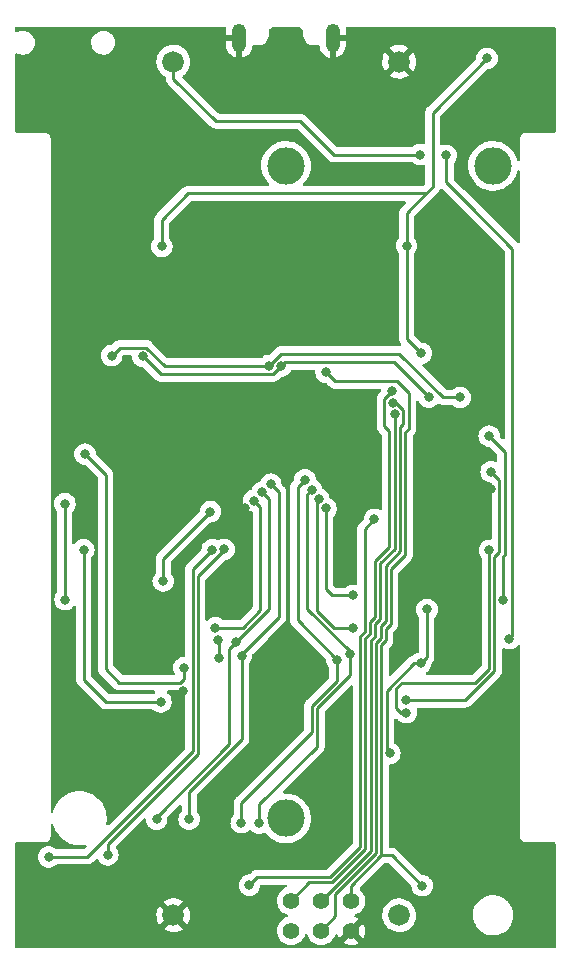
<source format=gbr>
%TF.GenerationSoftware,KiCad,Pcbnew,(6.0.6)*%
%TF.CreationDate,2022-08-04T23:16:20-07:00*%
%TF.ProjectId,Smart Floor Register,536d6172-7420-4466-9c6f-6f7220526567,rev?*%
%TF.SameCoordinates,Original*%
%TF.FileFunction,Copper,L2,Bot*%
%TF.FilePolarity,Positive*%
%FSLAX46Y46*%
G04 Gerber Fmt 4.6, Leading zero omitted, Abs format (unit mm)*
G04 Created by KiCad (PCBNEW (6.0.6)) date 2022-08-04 23:16:20*
%MOMM*%
%LPD*%
G01*
G04 APERTURE LIST*
%TA.AperFunction,ComponentPad*%
%ADD10C,1.828800*%
%TD*%
%TA.AperFunction,ComponentPad*%
%ADD11C,3.175000*%
%TD*%
%TA.AperFunction,ComponentPad*%
%ADD12O,1.208000X2.416000*%
%TD*%
%TA.AperFunction,ComponentPad*%
%ADD13C,1.397000*%
%TD*%
%TA.AperFunction,ViaPad*%
%ADD14C,0.800000*%
%TD*%
%TA.AperFunction,Conductor*%
%ADD15C,0.250000*%
%TD*%
G04 APERTURE END LIST*
D10*
%TO.P,BT2,1,+*%
%TO.N,Net-(BT1-Pad1)*%
X133355900Y-143718438D03*
X114229700Y-71455438D03*
%TO.P,BT2,2,-*%
%TO.N,Earth*%
X133355900Y-71455438D03*
X114229700Y-143718438D03*
D11*
%TO.P,BT2,6*%
%TO.N,N/C*%
X123780100Y-80269238D03*
%TO.P,BT2,7*%
X123780100Y-135514238D03*
%TO.P,BT2,8*%
X141306100Y-80269238D03*
%TD*%
D12*
%TO.P,J3,6,Shield*%
%TO.N,Earth*%
X127724200Y-69419300D03*
X119824200Y-69419300D03*
%TD*%
D13*
%TO.P,J4,1,MISO*%
%TO.N,MISO*%
X124206000Y-142494000D03*
%TO.P,J4,2,VCC*%
%TO.N,VCC*%
X124206000Y-145034000D03*
%TO.P,J4,3,SCK*%
%TO.N,SCK*%
X126746000Y-142494000D03*
%TO.P,J4,4,MOSI*%
%TO.N,MOSI*%
X126746000Y-145034000D03*
%TO.P,J4,5,~{RST}*%
%TO.N,~{RESET}*%
X129286000Y-142494000D03*
%TO.P,J4,6,GND*%
%TO.N,Earth*%
X129286000Y-145034000D03*
%TD*%
D14*
%TO.N,Earth*%
X140208000Y-141605000D03*
X125552200Y-98831400D03*
X131368800Y-92151200D03*
X118491000Y-84556600D03*
%TO.N,ThermopileB*%
X115570000Y-135585200D03*
%TO.N,ThermopileA*%
X112826800Y-135585200D03*
%TO.N,Earth*%
X105943400Y-139827000D03*
X111175800Y-141147800D03*
%TO.N,ThermopileC*%
X119989600Y-135890000D03*
%TO.N,ThermopileD*%
X121513600Y-135915400D03*
%TO.N,VCC*%
X118059200Y-120408100D03*
X118084600Y-121920000D03*
X132572500Y-130022600D03*
%TO.N,Earth*%
X115046020Y-124743274D03*
X107137200Y-109778800D03*
X106426000Y-101828600D03*
X110312200Y-98526600D03*
%TO.N,Net-(BT1-Pad1)*%
X135128000Y-79324200D03*
X137337800Y-79375000D03*
X142671800Y-120294400D03*
%TO.N,VCC*%
X113385600Y-115417600D03*
X117373400Y-109550200D03*
%TO.N,Earth*%
X129032000Y-125984000D03*
%TO.N,VCC*%
X135712200Y-117830600D03*
X135174427Y-122390500D03*
%TO.N,Earth*%
X120853200Y-131368800D03*
X120294400Y-109270800D03*
X128778000Y-109499400D03*
X141122400Y-107619800D03*
X140157200Y-94030800D03*
X140157200Y-97510600D03*
X142595600Y-74371200D03*
%TO.N,+5V*%
X135229600Y-96139000D03*
X113258600Y-87096600D03*
X140792200Y-71170800D03*
X133985000Y-87045800D03*
%TO.N,SDA*%
X122318726Y-97192500D03*
X138506200Y-99872800D03*
%TO.N,SCL*%
X135864600Y-99847400D03*
X123393200Y-97205800D03*
X111658400Y-96393000D03*
%TO.N,SDA*%
X109016800Y-96342200D03*
%TO.N,FanActivate*%
X118524747Y-112742702D03*
%TO.N,ServoActivate*%
X117525800Y-112776000D03*
X103682800Y-138785600D03*
%TO.N,FanActivate*%
X108686600Y-138607800D03*
%TO.N,~{PEN}*%
X131267200Y-110210600D03*
%TO.N,Net-(A3-Pad2)*%
X133959600Y-126568200D03*
%TO.N,~{PEN}*%
X120675400Y-141173200D03*
%TO.N,~{RESET}*%
X135305800Y-141224000D03*
X127177800Y-97764600D03*
%TO.N,SCK*%
X132979958Y-101301000D03*
%TO.N,MOSI*%
X132850715Y-100309889D03*
%TO.N,MISO*%
X132765800Y-99314000D03*
%TO.N,ThermopileD*%
X129209800Y-121640600D03*
%TO.N,Shifted Ground*%
X140970000Y-103149400D03*
X142144500Y-117043200D03*
X105079800Y-116992400D03*
X105054400Y-108864400D03*
%TO.N,Net-(A1-Pad2)*%
X106756200Y-104673400D03*
X115138700Y-122758200D03*
%TO.N,Net-(A2-Pad2)*%
X106654600Y-112776000D03*
X113182400Y-125653800D03*
%TO.N,Net-(A3-Pad2)*%
X140995400Y-112826800D03*
%TO.N,Net-(A4-Pad3)*%
X141147800Y-106172000D03*
X133934200Y-125501400D03*
%TO.N,ThermistorC*%
X129489200Y-119405400D03*
%TO.N,ThermistorD*%
X129463800Y-116636800D03*
%TO.N,ThermopileC*%
X128092200Y-122072400D03*
%TO.N,ThermopileA*%
X119557800Y-120599200D03*
%TO.N,ThermopileB*%
X120015000Y-121742200D03*
%TO.N,ThermistorB*%
X117805200Y-119380000D03*
%TO.N,ThermistorD*%
X127158239Y-109265934D03*
%TO.N,ThermistorC*%
X126555776Y-108468410D03*
%TO.N,ThermopileD*%
X125940909Y-107680411D03*
%TO.N,ThermopileC*%
X125385047Y-106849735D03*
%TO.N,ThermopileB*%
X122484497Y-107224719D03*
%TO.N,ThermopileA*%
X121744253Y-107896317D03*
%TO.N,ThermistorB*%
X121043024Y-108608555D03*
%TD*%
D15*
%TO.N,VCC*%
X135174427Y-122390500D02*
X134605304Y-122390500D01*
X132298000Y-129748100D02*
X132572500Y-130022600D01*
X134605304Y-122390500D02*
X132298000Y-124697804D01*
X132298000Y-124697804D02*
X132298000Y-129748100D01*
%TO.N,ThermopileC*%
X125385047Y-106849735D02*
X124764800Y-107469982D01*
X124764800Y-107469982D02*
X124764800Y-118745000D01*
X124764800Y-118745000D02*
X128092200Y-122072400D01*
%TO.N,ThermopileD*%
X125577600Y-117754400D02*
X129209800Y-121386600D01*
X129209800Y-121386600D02*
X129209800Y-121640600D01*
X125940909Y-107680411D02*
X125577600Y-108043720D01*
X125577600Y-108043720D02*
X125577600Y-117754400D01*
%TO.N,ThermistorC*%
X126555776Y-108468410D02*
X126390400Y-108633786D01*
X127851598Y-119392002D02*
X129475802Y-119392002D01*
X126390400Y-108633786D02*
X126390400Y-117930804D01*
X126390400Y-117930804D02*
X127851598Y-119392002D01*
X129475802Y-119392002D02*
X129489200Y-119405400D01*
%TO.N,ThermopileB*%
X122484497Y-107224719D02*
X123164600Y-107904822D01*
X123164600Y-107904822D02*
X123164600Y-118491000D01*
X123164600Y-118491000D02*
X120015000Y-121640600D01*
X120015000Y-121640600D02*
X120015000Y-121742200D01*
%TO.N,ThermopileA*%
X121744253Y-107896317D02*
X122362142Y-108514206D01*
X122362142Y-108514206D02*
X122362142Y-117770854D01*
X122362142Y-117770854D02*
X119557800Y-120575196D01*
X119557800Y-120575196D02*
X119557800Y-120599200D01*
%TO.N,ThermistorB*%
X121043024Y-108608555D02*
X121589800Y-109155331D01*
X121589800Y-109155331D02*
X121589800Y-117906800D01*
X121589800Y-117906800D02*
X120116600Y-119380000D01*
X120116600Y-119380000D02*
X117805200Y-119380000D01*
%TO.N,ThermopileC*%
X125965800Y-125975404D02*
X128092200Y-123849004D01*
X119989600Y-135890000D02*
X119989600Y-134213600D01*
X119989600Y-134213600D02*
X125965800Y-128237400D01*
X125965800Y-128237400D02*
X125965800Y-125975404D01*
X128092200Y-123849004D02*
X128092200Y-122072400D01*
%TO.N,ThermopileB*%
X115570000Y-135585200D02*
X115570000Y-133275196D01*
X115570000Y-133275196D02*
X120015000Y-128830196D01*
X120015000Y-128830196D02*
X120015000Y-121742200D01*
%TO.N,ThermopileA*%
X112826800Y-135585200D02*
X112826800Y-135382000D01*
X112826800Y-135382000D02*
X118948200Y-129260600D01*
X118948200Y-129260600D02*
X118948200Y-121208800D01*
X118948200Y-121208800D02*
X119557800Y-120599200D01*
%TO.N,ThermopileD*%
X126415800Y-126161800D02*
X129209800Y-123367800D01*
X121513600Y-135915400D02*
X121513600Y-134340600D01*
X121513600Y-134340600D02*
X126415800Y-129438400D01*
X126415800Y-129438400D02*
X126415800Y-126161800D01*
X129209800Y-123367800D02*
X129209800Y-121640600D01*
%TO.N,VCC*%
X118084600Y-121920000D02*
X118084600Y-120433500D01*
X118084600Y-120433500D02*
X118059200Y-120408100D01*
%TO.N,~{RESET}*%
X127177800Y-97764600D02*
X127914400Y-98501200D01*
X127914400Y-98501200D02*
X133146800Y-98501200D01*
X131848000Y-120846089D02*
X131848000Y-138650392D01*
X133146800Y-98501200D02*
X134154958Y-99509358D01*
X134154958Y-99509358D02*
X134154958Y-102569600D01*
X134154958Y-102569600D02*
X133879958Y-102844600D01*
X133879958Y-102844600D02*
X133879958Y-113204042D01*
X133879958Y-113204042D02*
X132664200Y-114419800D01*
X132242800Y-119454784D02*
X132242800Y-120451289D01*
X132664200Y-114419800D02*
X132664200Y-119033384D01*
X132664200Y-119033384D02*
X132242800Y-119454784D01*
X132242800Y-120451289D02*
X131848000Y-120846089D01*
X131848000Y-138650392D02*
X131855200Y-138657592D01*
%TO.N,MOSI*%
X127965200Y-141911196D02*
X127965200Y-143814800D01*
X131398000Y-138478396D02*
X127965200Y-141911196D01*
X131398000Y-120659693D02*
X131398000Y-138478396D01*
X131792800Y-120264893D02*
X131398000Y-120659693D01*
X131792800Y-119268388D02*
X131792800Y-120264893D01*
X132214200Y-118846988D02*
X131792800Y-119268388D01*
X132214200Y-114116396D02*
X132214200Y-118846988D01*
X133429958Y-112900638D02*
X132214200Y-114116396D01*
X133429958Y-102383642D02*
X133429958Y-112900638D01*
X133704958Y-100964358D02*
X133704958Y-102108642D01*
X127965200Y-143814800D02*
X126746000Y-145034000D01*
X133704958Y-102108642D02*
X133429958Y-102383642D01*
X133050489Y-100309889D02*
X133704958Y-100964358D01*
X132850715Y-100309889D02*
X133050489Y-100309889D01*
%TO.N,SCK*%
X132979958Y-101301000D02*
X132979958Y-112714242D01*
X132979958Y-112714242D02*
X131764200Y-113930000D01*
X131764200Y-113930000D02*
X131764200Y-118660592D01*
X131764200Y-118660592D02*
X131342800Y-119081992D01*
X131342800Y-119081992D02*
X131342800Y-120078497D01*
X131342800Y-120078497D02*
X130948000Y-120473297D01*
X130948000Y-120473297D02*
X130948000Y-138292000D01*
X130948000Y-138292000D02*
X126746000Y-142494000D01*
%TO.N,MISO*%
X131314200Y-118474196D02*
X131314200Y-113743604D01*
X131314200Y-113743604D02*
X132529958Y-112527846D01*
X132529958Y-112527846D02*
X132529958Y-102761158D01*
X130498000Y-138105604D02*
X130498000Y-120286901D01*
X130881249Y-118907147D02*
X131314200Y-118474196D01*
X132529958Y-102761158D02*
X132105400Y-102336600D01*
X130892800Y-119892101D02*
X130892800Y-118918699D01*
X132105400Y-102336600D02*
X132105400Y-99974400D01*
X127659004Y-140944600D02*
X130498000Y-138105604D01*
X132105400Y-99974400D02*
X132765800Y-99314000D01*
X130892800Y-118918699D02*
X130881249Y-118907147D01*
X130498000Y-120286901D02*
X130892800Y-119892101D01*
X125755400Y-140944600D02*
X127659004Y-140944600D01*
X124206000Y-142494000D02*
X125755400Y-140944600D01*
%TO.N,~{PEN}*%
X120675400Y-141173200D02*
X121354000Y-140494600D01*
X121354000Y-140494600D02*
X127472608Y-140494600D01*
X127472608Y-140494600D02*
X130048000Y-137919208D01*
X130048000Y-137919208D02*
X130048000Y-120100505D01*
X130048000Y-120100505D02*
X130429000Y-119719505D01*
X130429000Y-119719505D02*
X130429000Y-111048800D01*
X130429000Y-111048800D02*
X131267200Y-110210600D01*
%TO.N,ThermistorD*%
X127685800Y-116636800D02*
X127158239Y-116109239D01*
X129463800Y-116636800D02*
X127685800Y-116636800D01*
X127158239Y-116109239D02*
X127158239Y-109265934D01*
%TO.N,Net-(A1-Pad2)*%
X109677200Y-124053600D02*
X108508800Y-122885200D01*
X115138700Y-123738995D02*
X114824095Y-124053600D01*
X115138700Y-122758200D02*
X115138700Y-123738995D01*
X108508800Y-106426000D02*
X106756200Y-104673400D01*
X114824095Y-124053600D02*
X109677200Y-124053600D01*
X108508800Y-122885200D02*
X108508800Y-106426000D01*
%TO.N,Net-(BT1-Pad1)*%
X135128000Y-79324200D02*
X127812800Y-79324200D01*
X117830600Y-76479400D02*
X114229700Y-72878500D01*
X127812800Y-79324200D02*
X124968000Y-76479400D01*
X124968000Y-76479400D02*
X117830600Y-76479400D01*
X114229700Y-72878500D02*
X114229700Y-71455438D01*
X142951200Y-105003600D02*
X142951200Y-87274400D01*
X142951200Y-87274400D02*
X139319000Y-83642200D01*
X142951200Y-114985800D02*
X142951200Y-105003600D01*
X139319000Y-83642200D02*
X137337800Y-81661000D01*
X137337800Y-81661000D02*
X137337800Y-79375000D01*
X142671800Y-120294400D02*
X142951200Y-120015000D01*
X142951200Y-120015000D02*
X142951200Y-114985800D01*
%TO.N,Shifted Ground*%
X142144500Y-117043200D02*
X142189200Y-116998500D01*
X142297400Y-104476800D02*
X140970000Y-103149400D01*
X142189200Y-116998500D02*
X142189200Y-113294701D01*
X142297400Y-113186501D02*
X142297400Y-104476800D01*
X142189200Y-113294701D02*
X142297400Y-113186501D01*
%TO.N,Net-(A4-Pad3)*%
X133934200Y-125501400D02*
X138963400Y-125501400D01*
X138963400Y-125501400D02*
X141420000Y-123044800D01*
X141420000Y-123044800D02*
X141420000Y-113427505D01*
X141420000Y-113427505D02*
X141847400Y-113000105D01*
X141847400Y-106871600D02*
X141147800Y-106172000D01*
X141847400Y-113000105D02*
X141847400Y-106871600D01*
%TO.N,Net-(A3-Pad2)*%
X133959600Y-126568200D02*
X133502400Y-126568200D01*
X133502400Y-126568200D02*
X133121400Y-126187200D01*
X133121400Y-126187200D02*
X133121400Y-124510800D01*
X133121400Y-124510800D02*
X133604000Y-124028200D01*
X133604000Y-124028200D02*
X139800204Y-124028200D01*
X139800204Y-124028200D02*
X140970000Y-122858404D01*
X140970000Y-122858404D02*
X140970000Y-112852200D01*
X140970000Y-112852200D02*
X140995400Y-112826800D01*
%TO.N,VCC*%
X117373400Y-109550200D02*
X113385600Y-113538000D01*
X113385600Y-113538000D02*
X113385600Y-115417600D01*
X135712200Y-121852727D02*
X135712200Y-117830600D01*
X135174427Y-122390500D02*
X135712200Y-121852727D01*
%TO.N,+5V*%
X140792200Y-71170800D02*
X136194800Y-75768200D01*
X136194800Y-75768200D02*
X136194800Y-82067400D01*
X136194800Y-82067400D02*
X135648700Y-82613500D01*
X135229600Y-96139000D02*
X133985000Y-94894400D01*
X133985000Y-94894400D02*
X133985000Y-87045800D01*
X113258600Y-87096600D02*
X113258600Y-84836000D01*
X135648700Y-82613500D02*
X133985000Y-84277200D01*
X113258600Y-84836000D02*
X115481100Y-82613500D01*
X115481100Y-82613500D02*
X135648700Y-82613500D01*
X133985000Y-84277200D02*
X133985000Y-87045800D01*
%TO.N,SDA*%
X122318726Y-97192500D02*
X123335226Y-96176000D01*
X123335226Y-96176000D02*
X133361600Y-96176000D01*
X133361600Y-96176000D02*
X137058400Y-99872800D01*
X137058400Y-99872800D02*
X138506200Y-99872800D01*
X122318726Y-97192500D02*
X122305426Y-97205800D01*
X122305426Y-97205800D02*
X113496505Y-97205800D01*
X113496505Y-97205800D02*
X111958705Y-95668000D01*
X111958705Y-95668000D02*
X109691000Y-95668000D01*
X109691000Y-95668000D02*
X109016800Y-96342200D01*
%TO.N,SCL*%
X113182400Y-97917000D02*
X111658400Y-96393000D01*
X123393200Y-97205800D02*
X122682000Y-97917000D01*
X122682000Y-97917000D02*
X113182400Y-97917000D01*
X123393200Y-97205800D02*
X123698000Y-96901000D01*
X132918200Y-96901000D02*
X135864600Y-99847400D01*
X123698000Y-96901000D02*
X132918200Y-96901000D01*
%TO.N,FanActivate*%
X116313200Y-115013905D02*
X116313200Y-130042796D01*
X118524747Y-112742702D02*
X118524747Y-112802358D01*
X118524747Y-112802358D02*
X116313200Y-115013905D01*
X116313200Y-130042796D02*
X108686600Y-137669396D01*
X108686600Y-137669396D02*
X108686600Y-138607800D01*
%TO.N,ServoActivate*%
X115863200Y-114438600D02*
X117525800Y-112776000D01*
X115863200Y-121245800D02*
X115863200Y-114438600D01*
X108508800Y-137210800D02*
X115863200Y-129856400D01*
X115863200Y-129856400D02*
X115863200Y-121245800D01*
X106934000Y-138785600D02*
X108508800Y-137210800D01*
X103682800Y-138785600D02*
X106934000Y-138785600D01*
%TO.N,Net-(A2-Pad2)*%
X113182400Y-125653800D02*
X108534200Y-125653800D01*
X108534200Y-125653800D02*
X106654600Y-123774200D01*
X106654600Y-123774200D02*
X106654600Y-112776000D01*
%TO.N,~{RESET}*%
X132739392Y-138657592D02*
X135305800Y-141224000D01*
X131855200Y-138657592D02*
X132739392Y-138657592D01*
X131855200Y-138657592D02*
X129286000Y-141226792D01*
X129286000Y-141226792D02*
X129286000Y-142494000D01*
%TO.N,Shifted Ground*%
X105054400Y-116967000D02*
X105079800Y-116992400D01*
X105054400Y-108864400D02*
X105054400Y-116967000D01*
%TD*%
%TA.AperFunction,Conductor*%
%TO.N,Earth*%
G36*
X118670531Y-68506502D02*
G01*
X118717024Y-68560158D01*
X118726074Y-68636651D01*
X118713341Y-68701851D01*
X118712267Y-68710694D01*
X118712200Y-68713428D01*
X118712200Y-69147185D01*
X118716675Y-69162424D01*
X118718065Y-69163629D01*
X118725748Y-69165300D01*
X119952200Y-69165300D01*
X120020321Y-69185302D01*
X120066814Y-69238958D01*
X120078200Y-69291300D01*
X120078200Y-71087817D01*
X120082173Y-71101348D01*
X120091599Y-71102703D01*
X120182046Y-71080905D01*
X120193341Y-71077016D01*
X120375585Y-70994154D01*
X120385927Y-70988207D01*
X120549223Y-70872373D01*
X120558251Y-70864580D01*
X120696693Y-70719962D01*
X120704097Y-70710587D01*
X120812684Y-70542414D01*
X120818185Y-70531801D01*
X120893015Y-70346126D01*
X120896407Y-70334676D01*
X120935057Y-70136759D01*
X120935317Y-70134623D01*
X120935605Y-70133953D01*
X120935927Y-70132306D01*
X120936284Y-70132376D01*
X120963392Y-70069413D01*
X121022265Y-70029733D01*
X121096972Y-70029250D01*
X121211301Y-70063932D01*
X121399200Y-70082438D01*
X121587099Y-70063932D01*
X121767777Y-70009123D01*
X121773232Y-70006207D01*
X121773235Y-70006206D01*
X121928832Y-69923038D01*
X121928833Y-69923037D01*
X121934291Y-69920120D01*
X122080241Y-69800341D01*
X122200020Y-69654391D01*
X122289023Y-69487877D01*
X122343832Y-69307199D01*
X122355838Y-69185302D01*
X122358315Y-69160154D01*
X122359453Y-69151605D01*
X122359549Y-69151035D01*
X122362776Y-69131852D01*
X122362929Y-69119300D01*
X122358973Y-69091676D01*
X122357700Y-69073814D01*
X122357700Y-68774256D01*
X122377702Y-68706135D01*
X122404988Y-68675867D01*
X122607183Y-68514111D01*
X122672872Y-68487175D01*
X122685895Y-68486500D01*
X124862505Y-68486500D01*
X124930626Y-68506502D01*
X124941217Y-68514111D01*
X125143412Y-68675868D01*
X125184110Y-68734042D01*
X125190700Y-68774257D01*
X125190700Y-69069933D01*
X125189200Y-69089318D01*
X125186890Y-69104151D01*
X125186890Y-69104155D01*
X125185509Y-69113024D01*
X125186330Y-69119300D01*
X125186062Y-69119300D01*
X125204568Y-69307199D01*
X125259377Y-69487877D01*
X125348380Y-69654391D01*
X125468159Y-69800341D01*
X125614109Y-69920120D01*
X125619567Y-69923037D01*
X125619568Y-69923038D01*
X125775165Y-70006206D01*
X125775168Y-70006207D01*
X125780623Y-70009123D01*
X125961301Y-70063932D01*
X126149200Y-70082438D01*
X126337099Y-70063932D01*
X126436597Y-70033749D01*
X126455935Y-70027883D01*
X126526928Y-70027249D01*
X126586995Y-70065098D01*
X126617941Y-70136490D01*
X126626725Y-70228554D01*
X126628984Y-70240288D01*
X126685341Y-70432391D01*
X126689771Y-70443466D01*
X126781438Y-70621449D01*
X126787888Y-70631495D01*
X126911552Y-70788928D01*
X126919789Y-70797577D01*
X127070990Y-70928782D01*
X127080716Y-70935719D01*
X127253992Y-71035962D01*
X127264862Y-71040939D01*
X127453970Y-71106609D01*
X127455674Y-71107024D01*
X127466208Y-71105522D01*
X127470200Y-71091957D01*
X127470200Y-71087817D01*
X127978200Y-71087817D01*
X127982173Y-71101348D01*
X127991599Y-71102703D01*
X128082046Y-71080905D01*
X128093341Y-71077016D01*
X128275585Y-70994154D01*
X128285927Y-70988207D01*
X128449223Y-70872373D01*
X128458251Y-70864580D01*
X128596693Y-70719962D01*
X128604097Y-70710587D01*
X128712684Y-70542414D01*
X128718185Y-70531801D01*
X128793015Y-70346126D01*
X128796407Y-70334676D01*
X128805939Y-70285865D01*
X132551123Y-70285865D01*
X132557868Y-70298196D01*
X133343088Y-71083416D01*
X133357032Y-71091030D01*
X133358865Y-71090899D01*
X133365480Y-71086648D01*
X134155143Y-70296985D01*
X134162164Y-70284128D01*
X134154391Y-70273461D01*
X134149801Y-70269836D01*
X134141215Y-70264131D01*
X133945499Y-70156091D01*
X133936100Y-70151866D01*
X133725366Y-70077241D01*
X133715395Y-70074607D01*
X133495307Y-70035403D01*
X133485055Y-70034434D01*
X133261508Y-70031703D01*
X133251224Y-70032423D01*
X133030241Y-70066237D01*
X133020222Y-70068624D01*
X132807722Y-70138080D01*
X132798220Y-70142075D01*
X132599928Y-70245299D01*
X132591203Y-70250793D01*
X132559576Y-70274540D01*
X132551123Y-70285865D01*
X128805939Y-70285865D01*
X128835059Y-70136752D01*
X128836133Y-70127906D01*
X128836200Y-70125172D01*
X128836200Y-69691415D01*
X128831725Y-69676176D01*
X128830335Y-69674971D01*
X128822652Y-69673300D01*
X127996315Y-69673300D01*
X127981076Y-69677775D01*
X127979871Y-69679165D01*
X127978200Y-69686848D01*
X127978200Y-71087817D01*
X127470200Y-71087817D01*
X127470200Y-69291300D01*
X127490202Y-69223179D01*
X127543858Y-69176686D01*
X127596200Y-69165300D01*
X128818085Y-69165300D01*
X128833324Y-69160825D01*
X128834529Y-69159435D01*
X128836200Y-69151752D01*
X128836200Y-68765278D01*
X128835915Y-68759301D01*
X128823051Y-68624467D01*
X128836492Y-68554755D01*
X128885490Y-68503376D01*
X128948481Y-68486500D01*
X146471900Y-68486500D01*
X146540021Y-68506502D01*
X146586514Y-68560158D01*
X146597900Y-68612500D01*
X146597900Y-77343500D01*
X146577898Y-77411621D01*
X146524242Y-77458114D01*
X146471900Y-77469500D01*
X144115023Y-77469500D01*
X144114253Y-77469498D01*
X144113437Y-77469493D01*
X144036679Y-77469024D01*
X144014318Y-77475415D01*
X144008247Y-77477150D01*
X143991485Y-77480728D01*
X143962213Y-77484920D01*
X143954045Y-77488634D01*
X143954044Y-77488634D01*
X143938838Y-77495548D01*
X143921314Y-77501996D01*
X143896629Y-77509051D01*
X143889035Y-77513843D01*
X143889032Y-77513844D01*
X143871620Y-77524830D01*
X143856537Y-77532969D01*
X143829618Y-77545208D01*
X143822816Y-77551069D01*
X143810165Y-77561970D01*
X143795161Y-77573073D01*
X143773442Y-77586776D01*
X143767503Y-77593501D01*
X143767499Y-77593504D01*
X143753868Y-77608938D01*
X143741676Y-77620982D01*
X143726073Y-77634427D01*
X143726071Y-77634430D01*
X143719273Y-77640287D01*
X143714393Y-77647816D01*
X143714392Y-77647817D01*
X143705306Y-77661835D01*
X143694015Y-77676709D01*
X143682969Y-77689217D01*
X143677022Y-77695951D01*
X143670712Y-77709391D01*
X143664458Y-77722711D01*
X143656137Y-77737691D01*
X143644929Y-77754983D01*
X143644927Y-77754988D01*
X143640048Y-77762515D01*
X143637478Y-77771108D01*
X143637476Y-77771113D01*
X143632689Y-77787120D01*
X143626028Y-77804564D01*
X143618933Y-77819676D01*
X143615119Y-77827800D01*
X143613738Y-77836667D01*
X143613738Y-77836668D01*
X143610570Y-77857015D01*
X143606787Y-77873732D01*
X143600885Y-77893466D01*
X143600884Y-77893472D01*
X143598314Y-77902066D01*
X143598259Y-77911037D01*
X143598259Y-77911038D01*
X143598104Y-77936497D01*
X143598071Y-77937289D01*
X143597900Y-77938386D01*
X143597900Y-77969377D01*
X143597898Y-77970147D01*
X143597424Y-78047721D01*
X143597808Y-78049065D01*
X143597900Y-78050410D01*
X143597900Y-79770036D01*
X143577898Y-79838157D01*
X143524242Y-79884650D01*
X143453968Y-79894754D01*
X143389388Y-79865260D01*
X143351004Y-79805534D01*
X143348518Y-79795587D01*
X143338364Y-79746556D01*
X143329606Y-79704265D01*
X143234209Y-79434871D01*
X143192050Y-79353189D01*
X143105098Y-79184723D01*
X143105098Y-79184722D01*
X143103133Y-79180916D01*
X142982821Y-79009729D01*
X142941271Y-78950610D01*
X142941270Y-78950609D01*
X142938804Y-78947100D01*
X142744264Y-78737749D01*
X142699421Y-78701045D01*
X142626615Y-78641455D01*
X142523111Y-78556738D01*
X142279438Y-78407415D01*
X142256451Y-78397324D01*
X142148596Y-78349979D01*
X142017754Y-78292543D01*
X141742901Y-78214250D01*
X141459966Y-78173982D01*
X141310049Y-78173197D01*
X141178471Y-78172508D01*
X141178465Y-78172508D01*
X141174184Y-78172486D01*
X141169940Y-78173045D01*
X141169936Y-78173045D01*
X141058081Y-78187771D01*
X140890842Y-78209788D01*
X140886702Y-78210921D01*
X140886700Y-78210921D01*
X140870240Y-78215424D01*
X140615185Y-78285200D01*
X140352312Y-78397324D01*
X140348631Y-78399527D01*
X140110771Y-78541883D01*
X140110767Y-78541886D01*
X140107089Y-78544087D01*
X140103746Y-78546765D01*
X140103742Y-78546768D01*
X140021696Y-78612500D01*
X139884053Y-78722773D01*
X139881109Y-78725875D01*
X139881105Y-78725879D01*
X139690280Y-78926966D01*
X139687330Y-78930075D01*
X139520562Y-79162158D01*
X139386834Y-79414726D01*
X139288621Y-79683106D01*
X139227740Y-79962332D01*
X139205317Y-80247238D01*
X139221768Y-80532550D01*
X139222593Y-80536755D01*
X139222594Y-80536763D01*
X139233748Y-80593615D01*
X139276788Y-80812990D01*
X139278175Y-80817040D01*
X139278176Y-80817045D01*
X139367971Y-81079313D01*
X139369360Y-81083369D01*
X139497769Y-81338682D01*
X139659640Y-81574206D01*
X139662521Y-81577372D01*
X139837071Y-81769200D01*
X139851978Y-81785583D01*
X139855266Y-81788332D01*
X140067931Y-81966148D01*
X140067936Y-81966152D01*
X140071223Y-81968900D01*
X140138814Y-82011300D01*
X140309679Y-82118484D01*
X140309683Y-82118486D01*
X140313319Y-82120767D01*
X140573786Y-82238372D01*
X140577905Y-82239592D01*
X140843690Y-82318322D01*
X140843695Y-82318323D01*
X140847803Y-82319540D01*
X140852037Y-82320188D01*
X140852042Y-82320189D01*
X141126059Y-82362119D01*
X141126061Y-82362119D01*
X141130301Y-82362768D01*
X141275788Y-82365054D01*
X141411762Y-82367190D01*
X141411768Y-82367190D01*
X141416053Y-82367257D01*
X141699769Y-82332923D01*
X141976201Y-82260403D01*
X141980161Y-82258763D01*
X141980166Y-82258761D01*
X142122148Y-82199950D01*
X142240233Y-82151037D01*
X142245383Y-82148028D01*
X142483282Y-82009011D01*
X142483283Y-82009011D01*
X142486980Y-82006850D01*
X142505297Y-81992488D01*
X142708503Y-81833153D01*
X142711875Y-81830509D01*
X142910758Y-81625279D01*
X143079947Y-81394955D01*
X143216312Y-81143801D01*
X143317331Y-80876464D01*
X143349080Y-80737839D01*
X143383785Y-80675903D01*
X143446466Y-80642562D01*
X143517222Y-80648401D01*
X143573589Y-80691568D01*
X143597670Y-80758355D01*
X143597900Y-80765968D01*
X143597900Y-86719453D01*
X143577898Y-86787574D01*
X143524242Y-86834067D01*
X143453968Y-86844171D01*
X143391587Y-86816540D01*
X143382598Y-86809104D01*
X143373816Y-86801112D01*
X139738778Y-83166073D01*
X139738770Y-83166065D01*
X139738766Y-83166062D01*
X138875164Y-82302460D01*
X138008205Y-81435500D01*
X137974179Y-81373188D01*
X137971300Y-81346405D01*
X137971300Y-80077524D01*
X137991302Y-80009403D01*
X138003658Y-79993221D01*
X138076840Y-79911944D01*
X138153489Y-79779184D01*
X138169023Y-79752279D01*
X138169024Y-79752278D01*
X138172327Y-79746556D01*
X138231342Y-79564928D01*
X138251304Y-79375000D01*
X138231342Y-79185072D01*
X138172327Y-79003444D01*
X138076840Y-78838056D01*
X137975836Y-78725879D01*
X137953475Y-78701045D01*
X137953474Y-78701044D01*
X137949053Y-78696134D01*
X137794552Y-78583882D01*
X137788524Y-78581198D01*
X137788522Y-78581197D01*
X137626119Y-78508891D01*
X137626118Y-78508891D01*
X137620088Y-78506206D01*
X137525431Y-78486086D01*
X137439744Y-78467872D01*
X137439739Y-78467872D01*
X137433287Y-78466500D01*
X137242313Y-78466500D01*
X137235861Y-78467872D01*
X137235856Y-78467872D01*
X137150169Y-78486086D01*
X137055512Y-78506206D01*
X137049482Y-78508891D01*
X137049481Y-78508891D01*
X137005549Y-78528451D01*
X136935182Y-78537885D01*
X136870885Y-78507779D01*
X136833071Y-78447690D01*
X136828300Y-78413344D01*
X136828300Y-76082794D01*
X136848302Y-76014673D01*
X136865205Y-75993699D01*
X140742699Y-72116205D01*
X140805011Y-72082179D01*
X140831794Y-72079300D01*
X140887687Y-72079300D01*
X140894139Y-72077928D01*
X140894144Y-72077928D01*
X140981088Y-72059447D01*
X141074488Y-72039594D01*
X141080519Y-72036909D01*
X141242922Y-71964603D01*
X141242924Y-71964602D01*
X141248952Y-71961918D01*
X141403453Y-71849666D01*
X141423447Y-71827460D01*
X141526821Y-71712652D01*
X141526822Y-71712651D01*
X141531240Y-71707744D01*
X141626727Y-71542356D01*
X141685742Y-71360728D01*
X141705704Y-71170800D01*
X141685742Y-70980872D01*
X141626727Y-70799244D01*
X141619610Y-70786916D01*
X141575541Y-70710587D01*
X141531240Y-70633856D01*
X141439350Y-70531801D01*
X141407875Y-70496845D01*
X141407874Y-70496844D01*
X141403453Y-70491934D01*
X141283648Y-70404890D01*
X141254294Y-70383563D01*
X141254293Y-70383562D01*
X141248952Y-70379682D01*
X141242924Y-70376998D01*
X141242922Y-70376997D01*
X141080519Y-70304691D01*
X141080518Y-70304691D01*
X141074488Y-70302006D01*
X140981087Y-70282153D01*
X140894144Y-70263672D01*
X140894139Y-70263672D01*
X140887687Y-70262300D01*
X140696713Y-70262300D01*
X140690261Y-70263672D01*
X140690256Y-70263672D01*
X140603313Y-70282153D01*
X140509912Y-70302006D01*
X140503882Y-70304691D01*
X140503881Y-70304691D01*
X140341478Y-70376997D01*
X140341476Y-70376998D01*
X140335448Y-70379682D01*
X140330107Y-70383562D01*
X140330106Y-70383563D01*
X140300752Y-70404890D01*
X140180947Y-70491934D01*
X140176526Y-70496844D01*
X140176525Y-70496845D01*
X140145051Y-70531801D01*
X140053160Y-70633856D01*
X140008859Y-70710587D01*
X139964791Y-70786916D01*
X139957673Y-70799244D01*
X139898658Y-70980872D01*
X139897968Y-70987433D01*
X139897968Y-70987435D01*
X139881293Y-71146092D01*
X139854280Y-71211749D01*
X139845078Y-71222017D01*
X135802547Y-75264548D01*
X135794261Y-75272088D01*
X135787782Y-75276200D01*
X135782357Y-75281977D01*
X135741157Y-75325851D01*
X135738402Y-75328693D01*
X135718665Y-75348430D01*
X135716185Y-75351627D01*
X135708482Y-75360647D01*
X135678214Y-75392879D01*
X135674395Y-75399825D01*
X135674393Y-75399828D01*
X135668452Y-75410634D01*
X135657601Y-75427153D01*
X135645186Y-75443159D01*
X135642041Y-75450428D01*
X135642038Y-75450432D01*
X135627626Y-75483737D01*
X135622409Y-75494387D01*
X135601105Y-75533140D01*
X135599134Y-75540815D01*
X135599134Y-75540816D01*
X135596067Y-75552762D01*
X135589663Y-75571466D01*
X135581619Y-75590055D01*
X135580380Y-75597878D01*
X135580377Y-75597888D01*
X135574701Y-75633724D01*
X135572295Y-75645344D01*
X135561300Y-75688170D01*
X135561300Y-75708424D01*
X135559749Y-75728134D01*
X135556580Y-75748143D01*
X135557326Y-75756035D01*
X135560741Y-75792161D01*
X135561300Y-75804019D01*
X135561300Y-78331907D01*
X135541298Y-78400028D01*
X135487642Y-78446521D01*
X135417368Y-78456625D01*
X135409103Y-78455154D01*
X135229944Y-78417072D01*
X135229939Y-78417072D01*
X135223487Y-78415700D01*
X135032513Y-78415700D01*
X135026061Y-78417072D01*
X135026056Y-78417072D01*
X134939113Y-78435553D01*
X134845712Y-78455406D01*
X134839682Y-78458091D01*
X134839681Y-78458091D01*
X134677278Y-78530397D01*
X134677276Y-78530398D01*
X134671248Y-78533082D01*
X134665907Y-78536962D01*
X134665906Y-78536963D01*
X134656101Y-78544087D01*
X134516747Y-78645334D01*
X134512332Y-78650237D01*
X134507420Y-78654660D01*
X134506295Y-78653411D01*
X134452986Y-78686251D01*
X134419800Y-78690700D01*
X128127394Y-78690700D01*
X128059273Y-78670698D01*
X128038299Y-78653795D01*
X125471652Y-76087147D01*
X125464112Y-76078861D01*
X125460000Y-76072382D01*
X125410348Y-76025756D01*
X125407507Y-76023002D01*
X125387770Y-76003265D01*
X125384573Y-76000785D01*
X125375551Y-75993080D01*
X125349100Y-75968241D01*
X125343321Y-75962814D01*
X125336375Y-75958995D01*
X125336372Y-75958993D01*
X125325566Y-75953052D01*
X125309047Y-75942201D01*
X125308583Y-75941841D01*
X125293041Y-75929786D01*
X125285772Y-75926641D01*
X125285768Y-75926638D01*
X125252463Y-75912226D01*
X125241813Y-75907009D01*
X125203060Y-75885705D01*
X125183437Y-75880667D01*
X125164734Y-75874263D01*
X125153420Y-75869367D01*
X125153419Y-75869367D01*
X125146145Y-75866219D01*
X125138322Y-75864980D01*
X125138312Y-75864977D01*
X125102476Y-75859301D01*
X125090856Y-75856895D01*
X125055711Y-75847872D01*
X125055710Y-75847872D01*
X125048030Y-75845900D01*
X125027776Y-75845900D01*
X125008065Y-75844349D01*
X124995886Y-75842420D01*
X124988057Y-75841180D01*
X124980165Y-75841926D01*
X124944039Y-75845341D01*
X124932181Y-75845900D01*
X118145194Y-75845900D01*
X118077073Y-75825898D01*
X118056099Y-75808995D01*
X115047445Y-72800340D01*
X115013419Y-72738028D01*
X115018484Y-72667212D01*
X115049030Y-72627372D01*
X132548796Y-72627372D01*
X132554077Y-72634426D01*
X132734737Y-72739996D01*
X132744020Y-72744443D01*
X132952872Y-72824196D01*
X132962774Y-72827073D01*
X133181829Y-72871640D01*
X133192082Y-72872863D01*
X133415481Y-72881055D01*
X133425767Y-72880588D01*
X133647516Y-72852181D01*
X133657602Y-72850038D01*
X133871729Y-72785796D01*
X133881324Y-72782036D01*
X134082084Y-72683684D01*
X134090934Y-72678409D01*
X134151321Y-72635335D01*
X134159721Y-72624635D01*
X134152734Y-72611482D01*
X133368712Y-71827460D01*
X133354768Y-71819846D01*
X133352935Y-71819977D01*
X133346320Y-71824228D01*
X132555556Y-72614992D01*
X132548796Y-72627372D01*
X115049030Y-72627372D01*
X115063371Y-72608667D01*
X115147059Y-72548973D01*
X115147069Y-72548965D01*
X115151270Y-72545968D01*
X115317007Y-72380809D01*
X115453544Y-72190798D01*
X115507227Y-72082179D01*
X115554919Y-71985680D01*
X115554920Y-71985678D01*
X115557213Y-71981038D01*
X115588759Y-71877208D01*
X115623728Y-71762115D01*
X115623729Y-71762109D01*
X115625232Y-71757163D01*
X115652758Y-71548079D01*
X115655335Y-71528507D01*
X115655335Y-71528501D01*
X115655772Y-71525185D01*
X115657477Y-71455438D01*
X115655034Y-71425723D01*
X131929348Y-71425723D01*
X131942217Y-71648907D01*
X131943653Y-71659128D01*
X131992801Y-71877208D01*
X131995880Y-71887037D01*
X132079991Y-72094177D01*
X132084634Y-72103368D01*
X132175526Y-72251692D01*
X132185982Y-72261152D01*
X132194760Y-72257368D01*
X132983878Y-71468250D01*
X132990256Y-71456570D01*
X133720308Y-71456570D01*
X133720439Y-71458403D01*
X133724690Y-71465018D01*
X134512521Y-72252849D01*
X134524531Y-72259408D01*
X134536270Y-72250440D01*
X134576295Y-72194739D01*
X134581606Y-72185900D01*
X134680653Y-71985495D01*
X134684451Y-71975902D01*
X134749439Y-71762001D01*
X134751616Y-71751931D01*
X134781034Y-71528482D01*
X134781553Y-71521808D01*
X134783093Y-71458803D01*
X134782899Y-71452084D01*
X134764434Y-71227478D01*
X134762751Y-71217316D01*
X134708288Y-71000489D01*
X134704967Y-70990734D01*
X134615827Y-70785728D01*
X134610949Y-70776630D01*
X134535538Y-70660063D01*
X134524852Y-70650859D01*
X134515285Y-70655263D01*
X133727922Y-71442626D01*
X133720308Y-71456570D01*
X132990256Y-71456570D01*
X132991492Y-71454306D01*
X132991361Y-71452473D01*
X132987110Y-71445858D01*
X132199403Y-70658151D01*
X132187867Y-70651851D01*
X132175585Y-70661474D01*
X132117802Y-70746181D01*
X132112716Y-70755134D01*
X132018589Y-70957912D01*
X132015030Y-70967587D01*
X131955288Y-71183010D01*
X131953357Y-71193130D01*
X131929600Y-71415434D01*
X131929348Y-71425723D01*
X115655034Y-71425723D01*
X115649151Y-71354165D01*
X115638729Y-71227396D01*
X115638728Y-71227390D01*
X115638305Y-71222245D01*
X115604539Y-71087817D01*
X115582563Y-71000325D01*
X115582562Y-71000321D01*
X115581304Y-70995314D01*
X115577878Y-70987435D01*
X115490065Y-70785478D01*
X115490063Y-70785475D01*
X115488005Y-70780741D01*
X115360913Y-70584287D01*
X115350607Y-70572960D01*
X115281347Y-70496845D01*
X115203442Y-70411228D01*
X115199391Y-70408029D01*
X115199387Y-70408025D01*
X115023875Y-70269414D01*
X115023871Y-70269412D01*
X115019820Y-70266212D01*
X115012734Y-70262300D01*
X114942820Y-70223706D01*
X114814979Y-70153134D01*
X114810110Y-70151410D01*
X114810106Y-70151408D01*
X114599295Y-70076756D01*
X114599291Y-70076755D01*
X114594420Y-70075030D01*
X114589327Y-70074123D01*
X114589324Y-70074122D01*
X114584833Y-70073322D01*
X118712200Y-70073322D01*
X118712485Y-70079299D01*
X118726725Y-70228554D01*
X118728984Y-70240288D01*
X118785341Y-70432391D01*
X118789771Y-70443466D01*
X118881438Y-70621449D01*
X118887888Y-70631495D01*
X119011552Y-70788928D01*
X119019789Y-70797577D01*
X119170990Y-70928782D01*
X119180716Y-70935719D01*
X119353992Y-71035962D01*
X119364862Y-71040939D01*
X119553970Y-71106609D01*
X119555674Y-71107024D01*
X119566208Y-71105522D01*
X119570200Y-71091957D01*
X119570200Y-69691415D01*
X119565725Y-69676176D01*
X119564335Y-69674971D01*
X119556652Y-69673300D01*
X118730315Y-69673300D01*
X118715076Y-69677775D01*
X118713871Y-69679165D01*
X118712200Y-69686848D01*
X118712200Y-70073322D01*
X114584833Y-70073322D01*
X114475055Y-70053768D01*
X114364066Y-70033998D01*
X114276341Y-70032926D01*
X114135273Y-70031202D01*
X114135271Y-70031202D01*
X114130103Y-70031139D01*
X113898816Y-70066531D01*
X113744698Y-70116904D01*
X113681333Y-70137615D01*
X113681331Y-70137616D01*
X113676414Y-70139223D01*
X113671828Y-70141610D01*
X113671824Y-70141612D01*
X113539772Y-70210355D01*
X113468872Y-70247263D01*
X113281761Y-70387749D01*
X113120109Y-70556909D01*
X113117195Y-70561181D01*
X113117194Y-70561182D01*
X113101433Y-70584287D01*
X112988255Y-70750199D01*
X112889741Y-70962429D01*
X112888359Y-70967411D01*
X112888359Y-70967412D01*
X112886367Y-70974594D01*
X112827213Y-71187899D01*
X112802349Y-71420554D01*
X112802646Y-71425706D01*
X112802646Y-71425710D01*
X112809010Y-71536071D01*
X112815818Y-71654146D01*
X112816955Y-71659192D01*
X112816956Y-71659198D01*
X112826608Y-71702026D01*
X112867258Y-71882402D01*
X112921675Y-72016416D01*
X112931644Y-72040966D01*
X112955286Y-72099191D01*
X113077541Y-72298691D01*
X113230737Y-72475546D01*
X113410761Y-72625004D01*
X113415217Y-72627608D01*
X113415220Y-72627610D01*
X113496341Y-72675014D01*
X113525939Y-72692309D01*
X113533239Y-72696575D01*
X113581962Y-72748214D01*
X113594719Y-72815183D01*
X113593998Y-72818409D01*
X113594247Y-72826330D01*
X113596138Y-72886486D01*
X113596200Y-72890445D01*
X113596200Y-72918356D01*
X113596697Y-72922290D01*
X113596697Y-72922291D01*
X113596705Y-72922356D01*
X113597638Y-72934193D01*
X113599027Y-72978389D01*
X113604678Y-72997839D01*
X113608687Y-73017200D01*
X113611226Y-73037297D01*
X113614145Y-73044668D01*
X113614145Y-73044670D01*
X113627504Y-73078412D01*
X113631349Y-73089642D01*
X113643682Y-73132093D01*
X113647715Y-73138912D01*
X113647717Y-73138917D01*
X113653993Y-73149528D01*
X113662688Y-73167276D01*
X113670148Y-73186117D01*
X113674810Y-73192533D01*
X113674810Y-73192534D01*
X113696136Y-73221887D01*
X113702652Y-73231807D01*
X113725158Y-73269862D01*
X113739479Y-73284183D01*
X113752319Y-73299216D01*
X113764228Y-73315607D01*
X113770334Y-73320658D01*
X113798305Y-73343798D01*
X113807084Y-73351788D01*
X117326943Y-76871647D01*
X117334487Y-76879937D01*
X117338600Y-76886418D01*
X117344377Y-76891843D01*
X117388267Y-76933058D01*
X117391109Y-76935813D01*
X117410831Y-76955535D01*
X117413955Y-76957958D01*
X117413959Y-76957962D01*
X117414024Y-76958012D01*
X117423045Y-76965717D01*
X117455279Y-76995986D01*
X117462227Y-76999805D01*
X117462229Y-76999807D01*
X117473032Y-77005746D01*
X117489559Y-77016602D01*
X117499298Y-77024157D01*
X117499300Y-77024158D01*
X117505560Y-77029014D01*
X117546140Y-77046574D01*
X117556788Y-77051791D01*
X117595540Y-77073095D01*
X117603216Y-77075066D01*
X117603219Y-77075067D01*
X117615162Y-77078133D01*
X117633867Y-77084537D01*
X117652455Y-77092581D01*
X117660278Y-77093820D01*
X117660288Y-77093823D01*
X117696124Y-77099499D01*
X117707744Y-77101905D01*
X117742889Y-77110928D01*
X117750570Y-77112900D01*
X117770824Y-77112900D01*
X117790534Y-77114451D01*
X117810543Y-77117620D01*
X117818435Y-77116874D01*
X117854561Y-77113459D01*
X117866419Y-77112900D01*
X124653406Y-77112900D01*
X124721527Y-77132902D01*
X124742501Y-77149805D01*
X126037047Y-78444352D01*
X127309148Y-79716453D01*
X127316688Y-79724739D01*
X127320800Y-79731218D01*
X127326577Y-79736643D01*
X127370451Y-79777843D01*
X127373293Y-79780598D01*
X127393030Y-79800335D01*
X127396227Y-79802815D01*
X127405247Y-79810518D01*
X127437479Y-79840786D01*
X127444425Y-79844605D01*
X127444428Y-79844607D01*
X127455234Y-79850548D01*
X127471753Y-79861399D01*
X127487759Y-79873814D01*
X127495028Y-79876959D01*
X127495032Y-79876962D01*
X127528337Y-79891374D01*
X127538987Y-79896591D01*
X127577740Y-79917895D01*
X127585415Y-79919866D01*
X127585416Y-79919866D01*
X127597362Y-79922933D01*
X127616067Y-79929337D01*
X127634655Y-79937381D01*
X127642478Y-79938620D01*
X127642488Y-79938623D01*
X127678324Y-79944299D01*
X127689944Y-79946705D01*
X127725089Y-79955728D01*
X127732770Y-79957700D01*
X127753024Y-79957700D01*
X127772734Y-79959251D01*
X127792743Y-79962420D01*
X127800635Y-79961674D01*
X127836761Y-79958259D01*
X127848619Y-79957700D01*
X134419800Y-79957700D01*
X134487921Y-79977702D01*
X134507147Y-79994043D01*
X134507420Y-79993740D01*
X134512332Y-79998163D01*
X134516747Y-80003066D01*
X134671248Y-80115318D01*
X134677276Y-80118002D01*
X134677278Y-80118003D01*
X134839681Y-80190309D01*
X134845712Y-80192994D01*
X134939112Y-80212847D01*
X135026056Y-80231328D01*
X135026061Y-80231328D01*
X135032513Y-80232700D01*
X135223487Y-80232700D01*
X135229939Y-80231328D01*
X135229944Y-80231328D01*
X135409103Y-80193246D01*
X135479894Y-80198648D01*
X135536526Y-80241465D01*
X135561020Y-80308103D01*
X135561300Y-80316493D01*
X135561300Y-81752805D01*
X135541298Y-81820926D01*
X135524395Y-81841901D01*
X135423199Y-81943096D01*
X135360887Y-81977121D01*
X135334104Y-81980000D01*
X125338568Y-81980000D01*
X125270447Y-81959998D01*
X125223954Y-81906342D01*
X125213850Y-81836068D01*
X125248084Y-81766315D01*
X125381776Y-81628356D01*
X125384758Y-81625279D01*
X125553947Y-81394955D01*
X125690312Y-81143801D01*
X125791331Y-80876464D01*
X125855132Y-80597891D01*
X125880537Y-80313236D01*
X125880998Y-80269238D01*
X125875894Y-80194366D01*
X125861852Y-79988390D01*
X125861851Y-79988384D01*
X125861560Y-79984113D01*
X125856183Y-79958146D01*
X125823501Y-79800335D01*
X125803606Y-79704265D01*
X125708209Y-79434871D01*
X125666050Y-79353189D01*
X125579098Y-79184723D01*
X125579098Y-79184722D01*
X125577133Y-79180916D01*
X125456821Y-79009729D01*
X125415271Y-78950610D01*
X125415270Y-78950609D01*
X125412804Y-78947100D01*
X125218264Y-78737749D01*
X125173421Y-78701045D01*
X125100615Y-78641455D01*
X124997111Y-78556738D01*
X124753438Y-78407415D01*
X124730451Y-78397324D01*
X124622596Y-78349979D01*
X124491754Y-78292543D01*
X124216901Y-78214250D01*
X123933966Y-78173982D01*
X123784049Y-78173197D01*
X123652471Y-78172508D01*
X123652465Y-78172508D01*
X123648184Y-78172486D01*
X123643940Y-78173045D01*
X123643936Y-78173045D01*
X123532081Y-78187771D01*
X123364842Y-78209788D01*
X123360702Y-78210921D01*
X123360700Y-78210921D01*
X123344240Y-78215424D01*
X123089185Y-78285200D01*
X122826312Y-78397324D01*
X122822631Y-78399527D01*
X122584771Y-78541883D01*
X122584767Y-78541886D01*
X122581089Y-78544087D01*
X122577746Y-78546765D01*
X122577742Y-78546768D01*
X122495696Y-78612500D01*
X122358053Y-78722773D01*
X122355109Y-78725875D01*
X122355105Y-78725879D01*
X122164280Y-78926966D01*
X122161330Y-78930075D01*
X121994562Y-79162158D01*
X121860834Y-79414726D01*
X121762621Y-79683106D01*
X121701740Y-79962332D01*
X121679317Y-80247238D01*
X121695768Y-80532550D01*
X121696593Y-80536755D01*
X121696594Y-80536763D01*
X121707748Y-80593615D01*
X121750788Y-80812990D01*
X121752175Y-80817040D01*
X121752176Y-80817045D01*
X121841971Y-81079313D01*
X121843360Y-81083369D01*
X121971769Y-81338682D01*
X122133640Y-81574206D01*
X122136519Y-81577371D01*
X122136527Y-81577380D01*
X122311070Y-81769200D01*
X122342122Y-81833046D01*
X122333727Y-81903545D01*
X122288551Y-81958313D01*
X122217877Y-81980000D01*
X115559868Y-81980000D01*
X115548685Y-81979473D01*
X115541192Y-81977798D01*
X115533266Y-81978047D01*
X115533265Y-81978047D01*
X115473102Y-81979938D01*
X115469144Y-81980000D01*
X115441244Y-81980000D01*
X115437254Y-81980504D01*
X115425420Y-81981436D01*
X115381211Y-81982826D01*
X115373595Y-81985039D01*
X115373593Y-81985039D01*
X115361752Y-81988479D01*
X115342393Y-81992488D01*
X115341083Y-81992654D01*
X115322303Y-81995026D01*
X115314937Y-81997942D01*
X115314931Y-81997944D01*
X115281198Y-82011300D01*
X115269968Y-82015145D01*
X115235117Y-82025270D01*
X115227507Y-82027481D01*
X115220684Y-82031516D01*
X115210066Y-82037795D01*
X115192313Y-82046492D01*
X115184668Y-82049519D01*
X115173483Y-82053948D01*
X115167068Y-82058609D01*
X115137712Y-82079937D01*
X115127795Y-82086451D01*
X115089738Y-82108958D01*
X115075417Y-82123279D01*
X115060384Y-82136119D01*
X115043993Y-82148028D01*
X115038942Y-82154134D01*
X115015802Y-82182105D01*
X115007812Y-82190884D01*
X112866347Y-84332348D01*
X112858061Y-84339888D01*
X112851582Y-84344000D01*
X112846157Y-84349777D01*
X112804957Y-84393651D01*
X112802202Y-84396493D01*
X112782465Y-84416230D01*
X112779985Y-84419427D01*
X112772282Y-84428447D01*
X112742014Y-84460679D01*
X112738195Y-84467625D01*
X112738193Y-84467628D01*
X112732252Y-84478434D01*
X112721401Y-84494953D01*
X112708986Y-84510959D01*
X112705841Y-84518228D01*
X112705838Y-84518232D01*
X112691426Y-84551537D01*
X112686209Y-84562187D01*
X112664905Y-84600940D01*
X112662934Y-84608615D01*
X112662934Y-84608616D01*
X112659867Y-84620562D01*
X112653463Y-84639266D01*
X112645419Y-84657855D01*
X112644180Y-84665678D01*
X112644177Y-84665688D01*
X112638501Y-84701524D01*
X112636095Y-84713144D01*
X112625100Y-84755970D01*
X112625100Y-84776224D01*
X112623549Y-84795934D01*
X112620380Y-84815943D01*
X112621126Y-84823835D01*
X112624541Y-84859961D01*
X112625100Y-84871819D01*
X112625100Y-86394076D01*
X112605098Y-86462197D01*
X112592742Y-86478379D01*
X112519560Y-86559656D01*
X112424073Y-86725044D01*
X112365058Y-86906672D01*
X112345096Y-87096600D01*
X112345786Y-87103165D01*
X112360379Y-87242006D01*
X112365058Y-87286528D01*
X112424073Y-87468156D01*
X112519560Y-87633544D01*
X112647347Y-87775466D01*
X112801848Y-87887718D01*
X112807876Y-87890402D01*
X112807878Y-87890403D01*
X112970281Y-87962709D01*
X112976312Y-87965394D01*
X113069712Y-87985247D01*
X113156656Y-88003728D01*
X113156661Y-88003728D01*
X113163113Y-88005100D01*
X113354087Y-88005100D01*
X113360539Y-88003728D01*
X113360544Y-88003728D01*
X113447488Y-87985247D01*
X113540888Y-87965394D01*
X113546919Y-87962709D01*
X113709322Y-87890403D01*
X113709324Y-87890402D01*
X113715352Y-87887718D01*
X113869853Y-87775466D01*
X113997640Y-87633544D01*
X114093127Y-87468156D01*
X114152142Y-87286528D01*
X114156822Y-87242006D01*
X114171414Y-87103165D01*
X114172104Y-87096600D01*
X114152142Y-86906672D01*
X114093127Y-86725044D01*
X113997640Y-86559656D01*
X113924463Y-86478385D01*
X113893747Y-86414379D01*
X113892100Y-86394076D01*
X113892100Y-85150594D01*
X113912102Y-85082473D01*
X113929005Y-85061499D01*
X115706599Y-83283905D01*
X115768911Y-83249879D01*
X115795694Y-83247000D01*
X133815105Y-83247000D01*
X133883226Y-83267002D01*
X133929719Y-83320658D01*
X133939823Y-83390932D01*
X133910329Y-83455512D01*
X133904200Y-83462095D01*
X133592747Y-83773548D01*
X133584461Y-83781088D01*
X133577982Y-83785200D01*
X133572557Y-83790977D01*
X133531357Y-83834851D01*
X133528602Y-83837693D01*
X133508865Y-83857430D01*
X133506385Y-83860627D01*
X133498682Y-83869647D01*
X133468414Y-83901879D01*
X133464595Y-83908825D01*
X133464593Y-83908828D01*
X133458652Y-83919634D01*
X133447801Y-83936153D01*
X133435386Y-83952159D01*
X133432241Y-83959428D01*
X133432238Y-83959432D01*
X133417826Y-83992737D01*
X133412609Y-84003387D01*
X133391305Y-84042140D01*
X133389334Y-84049815D01*
X133389334Y-84049816D01*
X133386267Y-84061762D01*
X133379863Y-84080466D01*
X133371819Y-84099055D01*
X133370580Y-84106878D01*
X133370577Y-84106888D01*
X133364901Y-84142724D01*
X133362495Y-84154344D01*
X133351500Y-84197170D01*
X133351500Y-84217424D01*
X133349949Y-84237134D01*
X133346780Y-84257143D01*
X133347526Y-84265035D01*
X133350941Y-84301161D01*
X133351500Y-84313019D01*
X133351500Y-86343276D01*
X133331498Y-86411397D01*
X133319142Y-86427579D01*
X133245960Y-86508856D01*
X133150473Y-86674244D01*
X133091458Y-86855872D01*
X133090768Y-86862433D01*
X133090768Y-86862435D01*
X133086119Y-86906672D01*
X133071496Y-87045800D01*
X133072186Y-87052365D01*
X133078833Y-87115603D01*
X133091458Y-87235728D01*
X133150473Y-87417356D01*
X133245960Y-87582744D01*
X133319137Y-87664015D01*
X133349853Y-87728021D01*
X133351500Y-87748324D01*
X133351500Y-94815633D01*
X133350973Y-94826816D01*
X133349298Y-94834309D01*
X133349547Y-94842235D01*
X133349547Y-94842236D01*
X133351438Y-94902386D01*
X133351500Y-94906345D01*
X133351500Y-94934256D01*
X133351997Y-94938190D01*
X133351997Y-94938191D01*
X133352005Y-94938256D01*
X133352938Y-94950093D01*
X133354327Y-94994289D01*
X133359978Y-95013739D01*
X133363987Y-95033100D01*
X133364801Y-95039539D01*
X133366526Y-95053197D01*
X133369445Y-95060568D01*
X133369445Y-95060570D01*
X133382804Y-95094312D01*
X133386649Y-95105542D01*
X133396771Y-95140383D01*
X133398982Y-95147993D01*
X133403015Y-95154812D01*
X133403017Y-95154817D01*
X133409293Y-95165428D01*
X133417988Y-95183176D01*
X133425448Y-95202017D01*
X133430110Y-95208433D01*
X133430110Y-95208434D01*
X133451436Y-95237787D01*
X133457952Y-95247707D01*
X133470842Y-95269502D01*
X133480458Y-95285762D01*
X133494779Y-95300083D01*
X133507619Y-95315116D01*
X133519528Y-95331507D01*
X133520935Y-95332671D01*
X133551759Y-95393602D01*
X133544469Y-95464224D01*
X133500156Y-95519693D01*
X133427857Y-95542500D01*
X133421376Y-95542500D01*
X133401665Y-95540949D01*
X133389486Y-95539020D01*
X133381657Y-95537780D01*
X133352386Y-95540547D01*
X133337639Y-95541941D01*
X133325781Y-95542500D01*
X123413993Y-95542500D01*
X123402810Y-95541973D01*
X123395317Y-95540298D01*
X123387391Y-95540547D01*
X123387390Y-95540547D01*
X123327240Y-95542438D01*
X123323281Y-95542500D01*
X123295370Y-95542500D01*
X123291436Y-95542997D01*
X123291435Y-95542997D01*
X123291370Y-95543005D01*
X123279533Y-95543938D01*
X123247716Y-95544938D01*
X123243255Y-95545078D01*
X123235336Y-95545327D01*
X123217680Y-95550456D01*
X123215884Y-95550978D01*
X123196532Y-95554986D01*
X123189461Y-95555880D01*
X123176429Y-95557526D01*
X123169060Y-95560443D01*
X123169058Y-95560444D01*
X123135323Y-95573800D01*
X123124095Y-95577645D01*
X123081633Y-95589982D01*
X123074810Y-95594017D01*
X123074808Y-95594018D01*
X123064198Y-95600293D01*
X123046450Y-95608988D01*
X123027609Y-95616448D01*
X123021193Y-95621110D01*
X123021192Y-95621110D01*
X122991839Y-95642436D01*
X122981919Y-95648952D01*
X122950691Y-95667420D01*
X122950688Y-95667422D01*
X122943864Y-95671458D01*
X122929543Y-95685779D01*
X122914510Y-95698619D01*
X122898119Y-95710528D01*
X122893069Y-95716632D01*
X122893064Y-95716637D01*
X122869933Y-95744598D01*
X122861943Y-95753379D01*
X122368225Y-96247096D01*
X122305913Y-96281121D01*
X122279130Y-96284000D01*
X122223239Y-96284000D01*
X122216787Y-96285372D01*
X122216782Y-96285372D01*
X122140908Y-96301500D01*
X122036438Y-96323706D01*
X122030408Y-96326391D01*
X122030407Y-96326391D01*
X121868004Y-96398697D01*
X121868002Y-96398698D01*
X121861974Y-96401382D01*
X121856633Y-96405262D01*
X121856632Y-96405263D01*
X121806569Y-96441636D01*
X121707473Y-96513634D01*
X121692186Y-96530612D01*
X121631743Y-96567850D01*
X121598552Y-96572300D01*
X113811099Y-96572300D01*
X113742978Y-96552298D01*
X113722004Y-96535395D01*
X112462357Y-95275747D01*
X112454817Y-95267461D01*
X112450705Y-95260982D01*
X112436569Y-95247707D01*
X112401054Y-95214357D01*
X112398212Y-95211602D01*
X112378475Y-95191865D01*
X112375278Y-95189385D01*
X112366256Y-95181680D01*
X112348949Y-95165428D01*
X112334026Y-95151414D01*
X112327080Y-95147595D01*
X112327077Y-95147593D01*
X112316271Y-95141652D01*
X112299752Y-95130801D01*
X112299288Y-95130441D01*
X112283746Y-95118386D01*
X112276477Y-95115241D01*
X112276473Y-95115238D01*
X112243168Y-95100826D01*
X112232518Y-95095609D01*
X112193765Y-95074305D01*
X112174142Y-95069267D01*
X112155439Y-95062863D01*
X112144125Y-95057967D01*
X112144124Y-95057967D01*
X112136850Y-95054819D01*
X112129027Y-95053580D01*
X112129017Y-95053577D01*
X112093181Y-95047901D01*
X112081561Y-95045495D01*
X112046416Y-95036472D01*
X112046415Y-95036472D01*
X112038735Y-95034500D01*
X112018481Y-95034500D01*
X111998770Y-95032949D01*
X111986591Y-95031020D01*
X111978762Y-95029780D01*
X111943641Y-95033100D01*
X111934744Y-95033941D01*
X111922886Y-95034500D01*
X109769768Y-95034500D01*
X109758585Y-95033973D01*
X109751092Y-95032298D01*
X109743166Y-95032547D01*
X109743165Y-95032547D01*
X109683002Y-95034438D01*
X109679044Y-95034500D01*
X109651144Y-95034500D01*
X109647154Y-95035004D01*
X109635320Y-95035936D01*
X109591111Y-95037326D01*
X109583497Y-95039538D01*
X109583492Y-95039539D01*
X109571659Y-95042977D01*
X109552296Y-95046988D01*
X109532203Y-95049526D01*
X109524836Y-95052443D01*
X109524831Y-95052444D01*
X109491092Y-95065802D01*
X109479865Y-95069646D01*
X109437407Y-95081982D01*
X109430581Y-95086019D01*
X109419972Y-95092293D01*
X109402224Y-95100988D01*
X109383383Y-95108448D01*
X109376967Y-95113110D01*
X109376966Y-95113110D01*
X109347613Y-95134436D01*
X109337693Y-95140952D01*
X109306465Y-95159420D01*
X109306462Y-95159422D01*
X109299638Y-95163458D01*
X109285317Y-95177779D01*
X109270284Y-95190619D01*
X109253893Y-95202528D01*
X109248840Y-95208636D01*
X109225708Y-95236598D01*
X109217718Y-95245378D01*
X109066301Y-95396795D01*
X109003989Y-95430821D01*
X108977206Y-95433700D01*
X108921313Y-95433700D01*
X108914861Y-95435072D01*
X108914856Y-95435072D01*
X108827913Y-95453553D01*
X108734512Y-95473406D01*
X108728482Y-95476091D01*
X108728481Y-95476091D01*
X108566078Y-95548397D01*
X108566076Y-95548398D01*
X108560048Y-95551082D01*
X108554707Y-95554962D01*
X108554706Y-95554963D01*
X108523487Y-95577645D01*
X108405547Y-95663334D01*
X108401126Y-95668244D01*
X108401125Y-95668245D01*
X108332377Y-95744598D01*
X108277760Y-95805256D01*
X108274459Y-95810974D01*
X108194728Y-95949072D01*
X108182273Y-95970644D01*
X108123258Y-96152272D01*
X108103296Y-96342200D01*
X108123258Y-96532128D01*
X108182273Y-96713756D01*
X108277760Y-96879144D01*
X108282178Y-96884051D01*
X108282179Y-96884052D01*
X108391179Y-97005109D01*
X108405547Y-97021066D01*
X108560048Y-97133318D01*
X108566076Y-97136002D01*
X108566078Y-97136003D01*
X108728481Y-97208309D01*
X108734512Y-97210994D01*
X108827912Y-97230847D01*
X108914856Y-97249328D01*
X108914861Y-97249328D01*
X108921313Y-97250700D01*
X109112287Y-97250700D01*
X109118739Y-97249328D01*
X109118744Y-97249328D01*
X109205688Y-97230847D01*
X109299088Y-97210994D01*
X109305119Y-97208309D01*
X109467522Y-97136003D01*
X109467524Y-97136002D01*
X109473552Y-97133318D01*
X109628053Y-97021066D01*
X109642421Y-97005109D01*
X109751421Y-96884052D01*
X109751422Y-96884051D01*
X109755840Y-96879144D01*
X109851327Y-96713756D01*
X109910342Y-96532128D01*
X109912610Y-96510556D01*
X109922723Y-96414329D01*
X109949736Y-96348673D01*
X110007958Y-96308043D01*
X110048033Y-96301500D01*
X110621828Y-96301500D01*
X110689949Y-96321502D01*
X110736442Y-96375158D01*
X110747138Y-96414330D01*
X110760179Y-96538406D01*
X110764858Y-96582928D01*
X110823873Y-96764556D01*
X110919360Y-96929944D01*
X110923778Y-96934851D01*
X110923779Y-96934852D01*
X111004903Y-97024949D01*
X111047147Y-97071866D01*
X111201648Y-97184118D01*
X111207676Y-97186802D01*
X111207678Y-97186803D01*
X111351194Y-97250700D01*
X111376112Y-97261794D01*
X111469512Y-97281647D01*
X111556456Y-97300128D01*
X111556461Y-97300128D01*
X111562913Y-97301500D01*
X111618806Y-97301500D01*
X111686927Y-97321502D01*
X111707901Y-97338405D01*
X112678743Y-98309247D01*
X112686287Y-98317537D01*
X112690400Y-98324018D01*
X112696177Y-98329443D01*
X112740067Y-98370658D01*
X112742909Y-98373413D01*
X112762630Y-98393134D01*
X112765825Y-98395612D01*
X112774847Y-98403318D01*
X112807079Y-98433586D01*
X112814028Y-98437406D01*
X112824832Y-98443346D01*
X112841356Y-98454199D01*
X112857359Y-98466613D01*
X112897943Y-98484176D01*
X112908573Y-98489383D01*
X112947340Y-98510695D01*
X112955017Y-98512666D01*
X112955022Y-98512668D01*
X112966958Y-98515732D01*
X112985666Y-98522137D01*
X113004255Y-98530181D01*
X113012080Y-98531420D01*
X113012082Y-98531421D01*
X113047919Y-98537097D01*
X113059540Y-98539504D01*
X113091359Y-98547673D01*
X113102370Y-98550500D01*
X113122631Y-98550500D01*
X113142340Y-98552051D01*
X113162343Y-98555219D01*
X113170235Y-98554473D01*
X113175462Y-98553979D01*
X113206354Y-98551059D01*
X113218211Y-98550500D01*
X122603233Y-98550500D01*
X122614416Y-98551027D01*
X122621909Y-98552702D01*
X122629835Y-98552453D01*
X122629836Y-98552453D01*
X122689986Y-98550562D01*
X122693945Y-98550500D01*
X122721856Y-98550500D01*
X122725791Y-98550003D01*
X122725856Y-98549995D01*
X122737693Y-98549062D01*
X122769951Y-98548048D01*
X122773970Y-98547922D01*
X122781889Y-98547673D01*
X122801343Y-98542021D01*
X122820700Y-98538013D01*
X122832930Y-98536468D01*
X122832931Y-98536468D01*
X122840797Y-98535474D01*
X122848168Y-98532555D01*
X122848170Y-98532555D01*
X122881912Y-98519196D01*
X122893142Y-98515351D01*
X122927983Y-98505229D01*
X122927984Y-98505229D01*
X122935593Y-98503018D01*
X122942412Y-98498985D01*
X122942417Y-98498983D01*
X122953028Y-98492707D01*
X122970776Y-98484012D01*
X122989617Y-98476552D01*
X123009987Y-98461753D01*
X123025387Y-98450564D01*
X123035307Y-98444048D01*
X123066535Y-98425580D01*
X123066538Y-98425578D01*
X123073362Y-98421542D01*
X123087683Y-98407221D01*
X123102717Y-98394380D01*
X123104432Y-98393134D01*
X123119107Y-98382472D01*
X123147298Y-98348395D01*
X123155288Y-98339616D01*
X123343699Y-98151205D01*
X123406011Y-98117179D01*
X123432794Y-98114300D01*
X123488687Y-98114300D01*
X123495139Y-98112928D01*
X123495144Y-98112928D01*
X123582088Y-98094447D01*
X123675488Y-98074594D01*
X123681519Y-98071909D01*
X123843922Y-97999603D01*
X123843924Y-97999602D01*
X123849952Y-97996918D01*
X124004453Y-97884666D01*
X124066444Y-97815818D01*
X124127821Y-97747652D01*
X124127822Y-97747651D01*
X124132240Y-97742744D01*
X124186966Y-97647956D01*
X124216097Y-97597500D01*
X124267480Y-97548507D01*
X124325216Y-97534500D01*
X126148543Y-97534500D01*
X126216664Y-97554502D01*
X126263157Y-97608158D01*
X126273853Y-97673670D01*
X126264296Y-97764600D01*
X126284258Y-97954528D01*
X126343273Y-98136156D01*
X126346576Y-98141878D01*
X126346577Y-98141879D01*
X126380486Y-98200610D01*
X126438760Y-98301544D01*
X126443178Y-98306451D01*
X126443179Y-98306452D01*
X126562125Y-98438555D01*
X126566547Y-98443466D01*
X126625819Y-98486530D01*
X126693185Y-98535474D01*
X126721048Y-98555718D01*
X126727076Y-98558402D01*
X126727078Y-98558403D01*
X126889481Y-98630709D01*
X126895512Y-98633394D01*
X126988912Y-98653247D01*
X127075856Y-98671728D01*
X127075861Y-98671728D01*
X127082313Y-98673100D01*
X127138206Y-98673100D01*
X127206327Y-98693102D01*
X127227301Y-98710005D01*
X127410743Y-98893447D01*
X127418287Y-98901737D01*
X127422400Y-98908218D01*
X127428177Y-98913643D01*
X127472067Y-98954858D01*
X127474909Y-98957613D01*
X127494631Y-98977335D01*
X127497773Y-98979772D01*
X127497833Y-98979819D01*
X127506845Y-98987517D01*
X127524405Y-99004006D01*
X127539079Y-99017786D01*
X127546022Y-99021603D01*
X127556831Y-99027545D01*
X127573353Y-99038398D01*
X127589359Y-99050814D01*
X127596637Y-99053964D01*
X127596638Y-99053964D01*
X127629937Y-99068374D01*
X127640587Y-99073591D01*
X127679340Y-99094895D01*
X127687015Y-99096866D01*
X127687016Y-99096866D01*
X127698962Y-99099933D01*
X127717667Y-99106337D01*
X127736255Y-99114381D01*
X127744078Y-99115620D01*
X127744088Y-99115623D01*
X127779924Y-99121299D01*
X127791544Y-99123705D01*
X127826689Y-99132728D01*
X127834370Y-99134700D01*
X127854624Y-99134700D01*
X127874334Y-99136251D01*
X127894343Y-99139420D01*
X127902235Y-99138674D01*
X127938361Y-99135259D01*
X127950219Y-99134700D01*
X131731204Y-99134700D01*
X131799325Y-99154702D01*
X131845818Y-99208358D01*
X131856514Y-99273871D01*
X131854893Y-99289293D01*
X131827879Y-99354950D01*
X131818678Y-99365217D01*
X131713147Y-99470748D01*
X131704861Y-99478288D01*
X131698382Y-99482400D01*
X131692957Y-99488177D01*
X131651757Y-99532051D01*
X131649002Y-99534893D01*
X131629265Y-99554630D01*
X131626785Y-99557827D01*
X131619082Y-99566847D01*
X131588814Y-99599079D01*
X131584995Y-99606025D01*
X131584993Y-99606028D01*
X131579052Y-99616834D01*
X131568201Y-99633353D01*
X131555786Y-99649359D01*
X131552641Y-99656628D01*
X131552638Y-99656632D01*
X131538226Y-99689937D01*
X131533009Y-99700587D01*
X131511705Y-99739340D01*
X131509734Y-99747015D01*
X131509734Y-99747016D01*
X131506667Y-99758962D01*
X131500263Y-99777666D01*
X131492219Y-99796255D01*
X131490980Y-99804078D01*
X131490977Y-99804088D01*
X131485301Y-99839924D01*
X131482895Y-99851544D01*
X131477438Y-99872800D01*
X131471900Y-99894370D01*
X131471900Y-99914624D01*
X131470349Y-99934334D01*
X131467180Y-99954343D01*
X131467926Y-99962235D01*
X131471341Y-99998361D01*
X131471900Y-100010219D01*
X131471900Y-102257833D01*
X131471373Y-102269016D01*
X131469698Y-102276509D01*
X131469947Y-102284435D01*
X131469947Y-102284436D01*
X131471838Y-102344586D01*
X131471900Y-102348545D01*
X131471900Y-102376456D01*
X131472397Y-102380390D01*
X131472397Y-102380391D01*
X131472405Y-102380456D01*
X131473338Y-102392293D01*
X131474727Y-102436489D01*
X131480378Y-102455939D01*
X131484387Y-102475300D01*
X131486926Y-102495397D01*
X131489845Y-102502768D01*
X131489845Y-102502770D01*
X131503204Y-102536512D01*
X131507049Y-102547742D01*
X131517171Y-102582583D01*
X131519382Y-102590193D01*
X131523415Y-102597012D01*
X131523417Y-102597017D01*
X131529693Y-102607628D01*
X131538388Y-102625376D01*
X131545848Y-102644217D01*
X131550510Y-102650633D01*
X131550510Y-102650634D01*
X131571836Y-102679987D01*
X131578352Y-102689907D01*
X131586732Y-102704076D01*
X131600858Y-102727962D01*
X131615179Y-102742283D01*
X131628019Y-102757316D01*
X131639928Y-102773707D01*
X131646034Y-102778758D01*
X131674005Y-102801898D01*
X131682784Y-102809888D01*
X131859553Y-102986657D01*
X131893579Y-103048969D01*
X131896458Y-103075752D01*
X131896458Y-109302263D01*
X131876456Y-109370384D01*
X131822800Y-109416877D01*
X131752526Y-109426981D01*
X131719210Y-109417370D01*
X131555523Y-109344492D01*
X131555515Y-109344489D01*
X131549488Y-109341806D01*
X131456088Y-109321953D01*
X131369144Y-109303472D01*
X131369139Y-109303472D01*
X131362687Y-109302100D01*
X131171713Y-109302100D01*
X131165261Y-109303472D01*
X131165256Y-109303472D01*
X131078312Y-109321953D01*
X130984912Y-109341806D01*
X130978882Y-109344491D01*
X130978881Y-109344491D01*
X130816478Y-109416797D01*
X130816476Y-109416798D01*
X130810448Y-109419482D01*
X130805107Y-109423362D01*
X130805106Y-109423363D01*
X130769409Y-109449299D01*
X130655947Y-109531734D01*
X130528160Y-109673656D01*
X130432673Y-109839044D01*
X130373658Y-110020672D01*
X130372968Y-110027233D01*
X130372968Y-110027235D01*
X130356293Y-110185892D01*
X130329280Y-110251549D01*
X130320078Y-110261818D01*
X130036742Y-110545153D01*
X130028463Y-110552687D01*
X130021982Y-110556800D01*
X129975357Y-110606451D01*
X129972602Y-110609293D01*
X129952865Y-110629030D01*
X129950385Y-110632227D01*
X129942682Y-110641247D01*
X129912414Y-110673479D01*
X129908595Y-110680425D01*
X129908593Y-110680428D01*
X129902652Y-110691234D01*
X129891801Y-110707753D01*
X129879386Y-110723759D01*
X129876241Y-110731028D01*
X129876238Y-110731032D01*
X129861826Y-110764337D01*
X129856609Y-110774987D01*
X129835305Y-110813740D01*
X129833334Y-110821415D01*
X129833334Y-110821416D01*
X129830267Y-110833362D01*
X129823863Y-110852066D01*
X129815819Y-110870655D01*
X129814580Y-110878478D01*
X129814577Y-110878488D01*
X129808901Y-110914324D01*
X129806495Y-110925944D01*
X129795500Y-110968770D01*
X129795500Y-110989024D01*
X129793949Y-111008734D01*
X129790780Y-111028743D01*
X129791526Y-111036635D01*
X129794941Y-111072761D01*
X129795500Y-111084619D01*
X129795500Y-115622911D01*
X129775498Y-115691032D01*
X129721842Y-115737525D01*
X129651568Y-115747629D01*
X129643303Y-115746158D01*
X129565744Y-115729672D01*
X129565739Y-115729672D01*
X129559287Y-115728300D01*
X129368313Y-115728300D01*
X129361861Y-115729672D01*
X129361856Y-115729672D01*
X129284298Y-115746158D01*
X129181512Y-115768006D01*
X129175482Y-115770691D01*
X129175481Y-115770691D01*
X129013078Y-115842997D01*
X129013076Y-115842998D01*
X129007048Y-115845682D01*
X129001707Y-115849562D01*
X129001706Y-115849563D01*
X128874129Y-115942254D01*
X128852547Y-115957934D01*
X128848132Y-115962837D01*
X128843220Y-115967260D01*
X128842095Y-115966011D01*
X128788786Y-115998851D01*
X128755600Y-116003300D01*
X128000395Y-116003300D01*
X127932274Y-115983298D01*
X127911299Y-115966395D01*
X127828643Y-115883738D01*
X127794618Y-115821425D01*
X127791739Y-115794643D01*
X127791739Y-109968458D01*
X127811741Y-109900337D01*
X127824097Y-109884155D01*
X127897279Y-109802878D01*
X127992766Y-109637490D01*
X128051781Y-109455862D01*
X128054817Y-109426981D01*
X128071053Y-109272499D01*
X128071743Y-109265934D01*
X128051781Y-109076006D01*
X127992766Y-108894378D01*
X127979249Y-108870965D01*
X127916893Y-108762963D01*
X127897279Y-108728990D01*
X127769492Y-108587068D01*
X127639804Y-108492844D01*
X127620333Y-108478697D01*
X127620332Y-108478696D01*
X127614991Y-108474816D01*
X127608965Y-108472133D01*
X127608958Y-108472129D01*
X127529291Y-108436660D01*
X127475195Y-108390680D01*
X127455229Y-108334723D01*
X127450008Y-108285045D01*
X127450008Y-108285043D01*
X127449318Y-108278482D01*
X127390303Y-108096854D01*
X127378935Y-108077163D01*
X127353090Y-108032400D01*
X127294816Y-107931466D01*
X127263624Y-107896823D01*
X127171451Y-107794455D01*
X127171450Y-107794454D01*
X127167029Y-107789544D01*
X127059078Y-107711113D01*
X127017870Y-107681173D01*
X127017869Y-107681172D01*
X127012528Y-107677292D01*
X127006500Y-107674608D01*
X127006498Y-107674607D01*
X126912764Y-107632874D01*
X126858668Y-107586894D01*
X126838703Y-107530938D01*
X126835141Y-107497047D01*
X126835141Y-107497046D01*
X126834451Y-107490483D01*
X126775436Y-107308855D01*
X126761411Y-107284562D01*
X126710383Y-107196180D01*
X126679949Y-107143467D01*
X126671430Y-107134005D01*
X126556584Y-107006456D01*
X126556583Y-107006455D01*
X126552162Y-107001545D01*
X126397661Y-106889293D01*
X126364505Y-106874531D01*
X126310409Y-106828552D01*
X126290443Y-106772594D01*
X126279279Y-106666370D01*
X126279279Y-106666368D01*
X126278589Y-106659807D01*
X126219574Y-106478179D01*
X126124087Y-106312791D01*
X126118560Y-106306652D01*
X126000722Y-106175780D01*
X126000721Y-106175779D01*
X125996300Y-106170869D01*
X125868216Y-106077810D01*
X125847141Y-106062498D01*
X125847140Y-106062497D01*
X125841799Y-106058617D01*
X125835771Y-106055933D01*
X125835769Y-106055932D01*
X125673366Y-105983626D01*
X125673365Y-105983626D01*
X125667335Y-105980941D01*
X125554340Y-105956923D01*
X125486991Y-105942607D01*
X125486986Y-105942607D01*
X125480534Y-105941235D01*
X125289560Y-105941235D01*
X125283108Y-105942607D01*
X125283103Y-105942607D01*
X125215754Y-105956923D01*
X125102759Y-105980941D01*
X125096729Y-105983626D01*
X125096728Y-105983626D01*
X124934325Y-106055932D01*
X124934323Y-106055933D01*
X124928295Y-106058617D01*
X124922954Y-106062497D01*
X124922953Y-106062498D01*
X124901878Y-106077810D01*
X124773794Y-106170869D01*
X124769373Y-106175779D01*
X124769372Y-106175780D01*
X124651535Y-106306652D01*
X124646007Y-106312791D01*
X124550520Y-106478179D01*
X124491505Y-106659807D01*
X124490815Y-106666368D01*
X124490815Y-106666370D01*
X124474140Y-106825027D01*
X124447127Y-106890684D01*
X124437925Y-106900952D01*
X124372547Y-106966330D01*
X124364261Y-106973870D01*
X124357782Y-106977982D01*
X124352357Y-106983759D01*
X124311157Y-107027633D01*
X124308402Y-107030475D01*
X124288665Y-107050212D01*
X124286185Y-107053409D01*
X124278482Y-107062429D01*
X124248214Y-107094661D01*
X124244395Y-107101607D01*
X124244393Y-107101610D01*
X124238452Y-107112416D01*
X124227601Y-107128935D01*
X124215186Y-107144941D01*
X124212041Y-107152210D01*
X124212038Y-107152214D01*
X124197626Y-107185519D01*
X124192409Y-107196169D01*
X124171105Y-107234922D01*
X124169134Y-107242597D01*
X124169134Y-107242598D01*
X124166067Y-107254544D01*
X124159663Y-107273248D01*
X124151619Y-107291837D01*
X124150380Y-107299660D01*
X124150377Y-107299670D01*
X124144701Y-107335506D01*
X124142295Y-107347126D01*
X124131300Y-107389952D01*
X124131300Y-107410206D01*
X124129749Y-107429916D01*
X124126580Y-107449925D01*
X124127326Y-107457817D01*
X124130741Y-107493943D01*
X124131300Y-107505801D01*
X124131300Y-118666233D01*
X124130773Y-118677416D01*
X124129098Y-118684909D01*
X124129347Y-118692832D01*
X124129347Y-118692833D01*
X124131238Y-118752986D01*
X124131300Y-118756945D01*
X124131300Y-118784856D01*
X124131797Y-118788790D01*
X124131797Y-118788791D01*
X124131805Y-118788856D01*
X124132738Y-118800693D01*
X124134127Y-118844889D01*
X124138335Y-118859372D01*
X124139778Y-118864339D01*
X124143787Y-118883700D01*
X124146326Y-118903797D01*
X124149245Y-118911168D01*
X124149245Y-118911170D01*
X124162604Y-118944912D01*
X124166449Y-118956142D01*
X124174252Y-118983000D01*
X124178782Y-118998593D01*
X124182815Y-119005412D01*
X124182817Y-119005417D01*
X124189093Y-119016028D01*
X124197788Y-119033776D01*
X124205248Y-119052617D01*
X124209910Y-119059033D01*
X124209910Y-119059034D01*
X124231236Y-119088387D01*
X124237752Y-119098307D01*
X124260258Y-119136362D01*
X124274579Y-119150683D01*
X124287419Y-119165716D01*
X124299328Y-119182107D01*
X124305434Y-119187158D01*
X124333405Y-119210298D01*
X124342184Y-119218288D01*
X127145078Y-122021182D01*
X127179104Y-122083494D01*
X127181292Y-122097103D01*
X127198658Y-122262328D01*
X127257673Y-122443956D01*
X127260976Y-122449678D01*
X127260977Y-122449679D01*
X127268005Y-122461852D01*
X127353160Y-122609344D01*
X127426337Y-122690615D01*
X127457053Y-122754621D01*
X127458700Y-122774924D01*
X127458700Y-123534410D01*
X127438698Y-123602531D01*
X127421795Y-123623505D01*
X126487157Y-124558142D01*
X125573547Y-125471752D01*
X125565261Y-125479292D01*
X125558782Y-125483404D01*
X125553357Y-125489181D01*
X125512157Y-125533055D01*
X125509402Y-125535897D01*
X125489665Y-125555634D01*
X125487185Y-125558831D01*
X125479482Y-125567851D01*
X125449214Y-125600083D01*
X125445395Y-125607029D01*
X125445393Y-125607032D01*
X125439452Y-125617838D01*
X125428601Y-125634357D01*
X125416186Y-125650363D01*
X125413041Y-125657632D01*
X125413038Y-125657636D01*
X125398626Y-125690941D01*
X125393409Y-125701591D01*
X125372105Y-125740344D01*
X125370134Y-125748019D01*
X125370134Y-125748020D01*
X125367067Y-125759966D01*
X125360663Y-125778670D01*
X125352619Y-125797259D01*
X125351380Y-125805082D01*
X125351377Y-125805092D01*
X125345701Y-125840928D01*
X125343295Y-125852548D01*
X125332300Y-125895374D01*
X125332300Y-125915628D01*
X125330749Y-125935338D01*
X125327580Y-125955347D01*
X125328326Y-125963239D01*
X125331741Y-125999365D01*
X125332300Y-126011223D01*
X125332300Y-127922806D01*
X125312298Y-127990927D01*
X125295395Y-128011901D01*
X119597347Y-133709948D01*
X119589061Y-133717488D01*
X119582582Y-133721600D01*
X119577157Y-133727377D01*
X119535957Y-133771251D01*
X119533202Y-133774093D01*
X119513465Y-133793830D01*
X119510985Y-133797027D01*
X119503282Y-133806047D01*
X119473014Y-133838279D01*
X119469195Y-133845225D01*
X119469193Y-133845228D01*
X119463252Y-133856034D01*
X119452401Y-133872553D01*
X119439986Y-133888559D01*
X119436841Y-133895828D01*
X119436838Y-133895832D01*
X119422426Y-133929137D01*
X119417209Y-133939787D01*
X119395905Y-133978540D01*
X119393934Y-133986215D01*
X119393934Y-133986216D01*
X119390867Y-133998162D01*
X119384463Y-134016866D01*
X119376419Y-134035455D01*
X119375180Y-134043278D01*
X119375177Y-134043288D01*
X119369501Y-134079124D01*
X119367095Y-134090744D01*
X119356100Y-134133570D01*
X119356100Y-134153824D01*
X119354549Y-134173534D01*
X119351380Y-134193543D01*
X119352126Y-134201435D01*
X119355541Y-134237561D01*
X119356100Y-134249419D01*
X119356100Y-135187476D01*
X119336098Y-135255597D01*
X119323742Y-135271779D01*
X119250560Y-135353056D01*
X119155073Y-135518444D01*
X119096058Y-135700072D01*
X119095368Y-135706633D01*
X119095368Y-135706635D01*
X119081497Y-135838615D01*
X119076096Y-135890000D01*
X119076786Y-135896565D01*
X119094871Y-136068630D01*
X119096058Y-136079928D01*
X119155073Y-136261556D01*
X119250560Y-136426944D01*
X119254978Y-136431851D01*
X119254979Y-136431852D01*
X119373925Y-136563955D01*
X119378347Y-136568866D01*
X119532848Y-136681118D01*
X119538876Y-136683802D01*
X119538878Y-136683803D01*
X119701281Y-136756109D01*
X119707312Y-136758794D01*
X119800713Y-136778647D01*
X119887656Y-136797128D01*
X119887661Y-136797128D01*
X119894113Y-136798500D01*
X120085087Y-136798500D01*
X120091539Y-136797128D01*
X120091544Y-136797128D01*
X120178487Y-136778647D01*
X120271888Y-136758794D01*
X120277919Y-136756109D01*
X120440322Y-136683803D01*
X120440324Y-136683802D01*
X120446352Y-136681118D01*
X120600853Y-136568866D01*
X120646530Y-136518136D01*
X120706975Y-136480898D01*
X120777959Y-136482250D01*
X120833801Y-136518138D01*
X120902347Y-136594266D01*
X120999596Y-136664922D01*
X121042596Y-136696163D01*
X121056848Y-136706518D01*
X121062876Y-136709202D01*
X121062878Y-136709203D01*
X121170444Y-136757094D01*
X121231312Y-136784194D01*
X121324712Y-136804047D01*
X121411656Y-136822528D01*
X121411661Y-136822528D01*
X121418113Y-136823900D01*
X121609087Y-136823900D01*
X121615539Y-136822528D01*
X121615544Y-136822528D01*
X121702488Y-136804047D01*
X121795888Y-136784194D01*
X121940348Y-136719877D01*
X122010713Y-136710443D01*
X122075010Y-136740549D01*
X122095435Y-136763617D01*
X122133640Y-136819206D01*
X122168750Y-136857791D01*
X122321829Y-137026023D01*
X122325978Y-137030583D01*
X122379709Y-137075509D01*
X122541931Y-137211148D01*
X122541936Y-137211152D01*
X122545223Y-137213900D01*
X122613760Y-137256893D01*
X122783679Y-137363484D01*
X122783683Y-137363486D01*
X122787319Y-137365767D01*
X123047786Y-137483372D01*
X123051905Y-137484592D01*
X123317690Y-137563322D01*
X123317695Y-137563323D01*
X123321803Y-137564540D01*
X123326037Y-137565188D01*
X123326042Y-137565189D01*
X123600059Y-137607119D01*
X123600061Y-137607119D01*
X123604301Y-137607768D01*
X123749788Y-137610054D01*
X123885762Y-137612190D01*
X123885768Y-137612190D01*
X123890053Y-137612257D01*
X124173769Y-137577923D01*
X124450201Y-137505403D01*
X124454161Y-137503763D01*
X124454166Y-137503761D01*
X124620241Y-137434970D01*
X124714233Y-137396037D01*
X124723035Y-137390894D01*
X124957282Y-137254011D01*
X124957283Y-137254011D01*
X124960980Y-137251850D01*
X125050447Y-137181699D01*
X125182503Y-137078153D01*
X125185875Y-137075509D01*
X125384758Y-136870279D01*
X125553947Y-136639955D01*
X125690312Y-136388801D01*
X125776295Y-136161256D01*
X125789813Y-136125482D01*
X125789814Y-136125478D01*
X125791331Y-136121464D01*
X125855132Y-135842891D01*
X125860620Y-135781406D01*
X125880317Y-135560701D01*
X125880537Y-135558236D01*
X125880998Y-135514238D01*
X125880829Y-135511758D01*
X125861852Y-135233390D01*
X125861851Y-135233384D01*
X125861560Y-135229113D01*
X125847158Y-135159566D01*
X125804475Y-134953462D01*
X125803606Y-134949265D01*
X125708209Y-134679871D01*
X125577133Y-134425916D01*
X125558971Y-134400073D01*
X125415271Y-134195610D01*
X125415270Y-134195609D01*
X125412804Y-134192100D01*
X125218264Y-133982749D01*
X125204642Y-133971599D01*
X125083630Y-133872553D01*
X124997111Y-133801738D01*
X124753438Y-133652415D01*
X124491754Y-133537543D01*
X124216901Y-133459250D01*
X123933966Y-133418982D01*
X123783224Y-133418193D01*
X123652470Y-133417508D01*
X123652464Y-133417508D01*
X123648184Y-133417486D01*
X123643936Y-133418045D01*
X123643908Y-133418047D01*
X123574666Y-133402361D01*
X123524896Y-133351730D01*
X123510401Y-133282229D01*
X123535782Y-133215924D01*
X123546903Y-133203201D01*
X126808053Y-129942052D01*
X126816339Y-129934512D01*
X126822818Y-129930400D01*
X126869444Y-129880748D01*
X126872198Y-129877907D01*
X126891935Y-129858170D01*
X126894415Y-129854973D01*
X126902120Y-129845951D01*
X126926959Y-129819500D01*
X126932386Y-129813721D01*
X126936205Y-129806775D01*
X126936207Y-129806772D01*
X126942148Y-129795966D01*
X126952999Y-129779447D01*
X126960558Y-129769701D01*
X126965414Y-129763441D01*
X126968559Y-129756172D01*
X126968562Y-129756168D01*
X126982974Y-129722863D01*
X126988191Y-129712213D01*
X127009495Y-129673460D01*
X127014533Y-129653837D01*
X127020937Y-129635134D01*
X127025833Y-129623820D01*
X127025833Y-129623819D01*
X127028981Y-129616545D01*
X127030220Y-129608722D01*
X127030223Y-129608712D01*
X127035899Y-129572876D01*
X127038305Y-129561256D01*
X127047328Y-129526111D01*
X127047328Y-129526110D01*
X127049300Y-129518430D01*
X127049300Y-129498176D01*
X127050851Y-129478465D01*
X127052780Y-129466286D01*
X127054020Y-129458457D01*
X127049859Y-129414438D01*
X127049300Y-129402581D01*
X127049300Y-126476394D01*
X127069302Y-126408273D01*
X127086205Y-126387299D01*
X129199405Y-124274099D01*
X129261717Y-124240073D01*
X129332532Y-124245138D01*
X129389368Y-124287685D01*
X129414179Y-124354205D01*
X129414500Y-124363194D01*
X129414500Y-137604613D01*
X129394498Y-137672734D01*
X129377595Y-137693708D01*
X127247108Y-139824195D01*
X127184796Y-139858221D01*
X127158013Y-139861100D01*
X121432763Y-139861100D01*
X121421579Y-139860573D01*
X121414091Y-139858899D01*
X121406168Y-139859148D01*
X121346033Y-139861038D01*
X121342075Y-139861100D01*
X121314144Y-139861100D01*
X121310229Y-139861595D01*
X121310225Y-139861595D01*
X121310167Y-139861603D01*
X121310138Y-139861606D01*
X121298296Y-139862539D01*
X121254110Y-139863927D01*
X121236744Y-139868972D01*
X121234658Y-139869578D01*
X121215306Y-139873586D01*
X121208235Y-139874480D01*
X121195203Y-139876126D01*
X121187834Y-139879043D01*
X121187832Y-139879044D01*
X121154097Y-139892400D01*
X121142869Y-139896245D01*
X121100407Y-139908582D01*
X121093585Y-139912616D01*
X121093579Y-139912619D01*
X121082968Y-139918894D01*
X121065218Y-139927590D01*
X121053756Y-139932128D01*
X121053751Y-139932131D01*
X121046383Y-139935048D01*
X121039968Y-139939709D01*
X121010625Y-139961027D01*
X121000707Y-139967543D01*
X120982019Y-139978595D01*
X120962637Y-139990058D01*
X120948313Y-140004382D01*
X120933281Y-140017221D01*
X120916893Y-140029128D01*
X120888712Y-140063193D01*
X120880722Y-140071973D01*
X120724900Y-140227795D01*
X120662588Y-140261821D01*
X120635805Y-140264700D01*
X120579913Y-140264700D01*
X120573461Y-140266072D01*
X120573456Y-140266072D01*
X120486512Y-140284553D01*
X120393112Y-140304406D01*
X120387082Y-140307091D01*
X120387081Y-140307091D01*
X120224678Y-140379397D01*
X120224676Y-140379398D01*
X120218648Y-140382082D01*
X120064147Y-140494334D01*
X120059726Y-140499244D01*
X120059725Y-140499245D01*
X120018407Y-140545134D01*
X119936360Y-140636256D01*
X119840873Y-140801644D01*
X119781858Y-140983272D01*
X119781168Y-140989833D01*
X119781168Y-140989835D01*
X119776519Y-141034072D01*
X119761896Y-141173200D01*
X119762586Y-141179765D01*
X119772284Y-141272032D01*
X119781858Y-141363128D01*
X119840873Y-141544756D01*
X119844176Y-141550478D01*
X119844177Y-141550479D01*
X119866574Y-141589271D01*
X119936360Y-141710144D01*
X119940778Y-141715051D01*
X119940779Y-141715052D01*
X120059725Y-141847155D01*
X120064147Y-141852066D01*
X120218648Y-141964318D01*
X120224676Y-141967002D01*
X120224678Y-141967003D01*
X120387081Y-142039309D01*
X120393112Y-142041994D01*
X120486513Y-142061847D01*
X120573456Y-142080328D01*
X120573461Y-142080328D01*
X120579913Y-142081700D01*
X120770887Y-142081700D01*
X120777339Y-142080328D01*
X120777344Y-142080328D01*
X120864287Y-142061847D01*
X120957688Y-142041994D01*
X120963719Y-142039309D01*
X121126122Y-141967003D01*
X121126124Y-141967002D01*
X121132152Y-141964318D01*
X121286653Y-141852066D01*
X121291075Y-141847155D01*
X121410021Y-141715052D01*
X121410022Y-141715051D01*
X121414440Y-141710144D01*
X121484226Y-141589271D01*
X121506623Y-141550479D01*
X121506624Y-141550478D01*
X121509927Y-141544756D01*
X121568942Y-141363128D01*
X121581786Y-141240929D01*
X121608798Y-141175273D01*
X121667019Y-141134643D01*
X121707095Y-141128100D01*
X123710826Y-141128100D01*
X123778947Y-141148102D01*
X123825440Y-141201758D01*
X123835544Y-141272032D01*
X123806050Y-141336612D01*
X123764076Y-141368295D01*
X123605176Y-141442391D01*
X123605173Y-141442393D01*
X123600195Y-141444714D01*
X123427191Y-141565852D01*
X123277852Y-141715191D01*
X123156714Y-141888195D01*
X123154393Y-141893173D01*
X123154391Y-141893176D01*
X123073731Y-142066153D01*
X123067458Y-142079605D01*
X123066036Y-142084913D01*
X123066035Y-142084915D01*
X123016466Y-142269910D01*
X123012796Y-142283606D01*
X122994389Y-142494000D01*
X123012796Y-142704394D01*
X123014220Y-142709707D01*
X123014220Y-142709709D01*
X123060954Y-142884120D01*
X123067458Y-142908395D01*
X123069780Y-142913376D01*
X123069781Y-142913377D01*
X123134947Y-143053125D01*
X123156714Y-143099805D01*
X123277852Y-143272809D01*
X123427191Y-143422148D01*
X123431699Y-143425305D01*
X123431702Y-143425307D01*
X123524659Y-143490396D01*
X123600194Y-143543286D01*
X123605176Y-143545609D01*
X123605181Y-143545612D01*
X123784189Y-143629084D01*
X123791605Y-143632542D01*
X123796913Y-143633964D01*
X123796915Y-143633965D01*
X123827996Y-143642293D01*
X123888619Y-143679245D01*
X123919640Y-143743106D01*
X123911212Y-143813600D01*
X123866009Y-143868347D01*
X123827996Y-143885707D01*
X123796915Y-143894035D01*
X123796913Y-143894036D01*
X123791605Y-143895458D01*
X123786624Y-143897780D01*
X123786623Y-143897781D01*
X123605176Y-143982391D01*
X123605173Y-143982393D01*
X123600195Y-143984714D01*
X123427191Y-144105852D01*
X123277852Y-144255191D01*
X123156714Y-144428195D01*
X123154393Y-144433173D01*
X123154391Y-144433176D01*
X123069781Y-144614623D01*
X123067458Y-144619605D01*
X123066036Y-144624913D01*
X123066035Y-144624915D01*
X123028537Y-144764860D01*
X123012796Y-144823606D01*
X122994389Y-145034000D01*
X123012796Y-145244394D01*
X123014220Y-145249707D01*
X123014220Y-145249709D01*
X123063296Y-145432861D01*
X123067458Y-145448395D01*
X123156714Y-145639805D01*
X123277852Y-145812809D01*
X123427191Y-145962148D01*
X123431699Y-145965305D01*
X123431702Y-145965307D01*
X123595685Y-146080129D01*
X123600194Y-146083286D01*
X123605176Y-146085609D01*
X123605181Y-146085612D01*
X123786623Y-146170219D01*
X123791605Y-146172542D01*
X123796913Y-146173964D01*
X123796915Y-146173965D01*
X123990291Y-146225780D01*
X123990293Y-146225780D01*
X123995606Y-146227204D01*
X124206000Y-146245611D01*
X124416394Y-146227204D01*
X124421707Y-146225780D01*
X124421709Y-146225780D01*
X124615085Y-146173965D01*
X124615087Y-146173964D01*
X124620395Y-146172542D01*
X124625377Y-146170219D01*
X124806819Y-146085612D01*
X124806824Y-146085609D01*
X124811806Y-146083286D01*
X124816315Y-146080129D01*
X124980298Y-145965307D01*
X124980301Y-145965305D01*
X124984809Y-145962148D01*
X125134148Y-145812809D01*
X125255286Y-145639805D01*
X125344542Y-145448395D01*
X125354293Y-145412004D01*
X125391245Y-145351381D01*
X125455106Y-145320360D01*
X125525600Y-145328788D01*
X125580347Y-145373991D01*
X125597707Y-145412004D01*
X125607458Y-145448395D01*
X125696714Y-145639805D01*
X125817852Y-145812809D01*
X125967191Y-145962148D01*
X125971699Y-145965305D01*
X125971702Y-145965307D01*
X126135685Y-146080129D01*
X126140194Y-146083286D01*
X126145176Y-146085609D01*
X126145181Y-146085612D01*
X126326623Y-146170219D01*
X126331605Y-146172542D01*
X126336913Y-146173964D01*
X126336915Y-146173965D01*
X126530291Y-146225780D01*
X126530293Y-146225780D01*
X126535606Y-146227204D01*
X126746000Y-146245611D01*
X126956394Y-146227204D01*
X126961707Y-146225780D01*
X126961709Y-146225780D01*
X127155085Y-146173965D01*
X127155087Y-146173964D01*
X127160395Y-146172542D01*
X127165377Y-146170219D01*
X127346819Y-146085612D01*
X127346824Y-146085609D01*
X127351806Y-146083286D01*
X127356315Y-146080129D01*
X127404608Y-146046314D01*
X128638046Y-146046314D01*
X128647928Y-146058803D01*
X128703041Y-146095627D01*
X128713146Y-146101114D01*
X128906267Y-146184086D01*
X128917210Y-146187641D01*
X129122209Y-146234028D01*
X129133618Y-146235530D01*
X129343645Y-146243781D01*
X129355129Y-146243179D01*
X129563145Y-146213019D01*
X129574328Y-146210334D01*
X129773362Y-146142771D01*
X129783865Y-146138095D01*
X129926404Y-146058270D01*
X129936266Y-146048194D01*
X129933311Y-146040522D01*
X129298811Y-145406021D01*
X129284868Y-145398408D01*
X129283034Y-145398539D01*
X129276420Y-145402790D01*
X128644239Y-146034972D01*
X128638046Y-146046314D01*
X127404608Y-146046314D01*
X127520298Y-145965307D01*
X127520301Y-145965305D01*
X127524809Y-145962148D01*
X127674148Y-145812809D01*
X127795286Y-145639805D01*
X127884542Y-145448395D01*
X127885965Y-145443085D01*
X127885967Y-145443080D01*
X127893983Y-145413164D01*
X127930935Y-145352542D01*
X127994796Y-145321521D01*
X128065290Y-145329951D01*
X128120037Y-145375154D01*
X128137812Y-145414763D01*
X128142408Y-145432861D01*
X128146250Y-145443710D01*
X128234247Y-145634592D01*
X128239996Y-145644549D01*
X128261112Y-145674427D01*
X128271701Y-145682815D01*
X128285002Y-145675787D01*
X128925658Y-145035132D01*
X129650408Y-145035132D01*
X129650539Y-145036966D01*
X129654790Y-145043580D01*
X130288611Y-145677400D01*
X130300986Y-145684157D01*
X130307566Y-145679231D01*
X130390095Y-145531865D01*
X130394771Y-145521362D01*
X130462334Y-145322328D01*
X130465019Y-145311145D01*
X130495475Y-145101088D01*
X130496105Y-145093705D01*
X130497572Y-145037704D01*
X130497329Y-145030305D01*
X130477908Y-144818945D01*
X130475811Y-144807630D01*
X130418758Y-144605336D01*
X130414636Y-144594597D01*
X130321671Y-144406083D01*
X130315665Y-144396281D01*
X130312510Y-144392056D01*
X130301251Y-144383606D01*
X130288834Y-144390377D01*
X129658021Y-145021189D01*
X129650408Y-145035132D01*
X128925658Y-145035132D01*
X129286000Y-144674790D01*
X129927698Y-144033091D01*
X129934457Y-144020714D01*
X129928426Y-144012658D01*
X129840972Y-143957478D01*
X129830721Y-143952254D01*
X129651283Y-143880666D01*
X129595423Y-143836845D01*
X129572123Y-143769781D01*
X129588779Y-143700766D01*
X129606787Y-143683554D01*
X131928549Y-143683554D01*
X131928846Y-143688706D01*
X131928846Y-143688710D01*
X131939204Y-143868347D01*
X131942018Y-143917146D01*
X131943155Y-143922192D01*
X131943156Y-143922198D01*
X131964055Y-144014931D01*
X131993458Y-144145402D01*
X132036457Y-144251296D01*
X132061191Y-144312209D01*
X132081486Y-144362191D01*
X132084191Y-144366606D01*
X132084192Y-144366607D01*
X132108383Y-144406083D01*
X132203741Y-144561691D01*
X132356937Y-144738546D01*
X132536961Y-144888004D01*
X132541417Y-144890608D01*
X132541420Y-144890610D01*
X132733745Y-145002996D01*
X132738978Y-145006054D01*
X132957563Y-145089523D01*
X132962629Y-145090554D01*
X132962630Y-145090554D01*
X132978118Y-145093705D01*
X133186846Y-145136171D01*
X133318630Y-145141003D01*
X133415504Y-145144556D01*
X133415508Y-145144556D01*
X133420668Y-145144745D01*
X133425788Y-145144089D01*
X133425790Y-145144089D01*
X133647625Y-145115672D01*
X133647628Y-145115671D01*
X133652752Y-145115015D01*
X133699173Y-145101088D01*
X133871908Y-145049265D01*
X133871913Y-145049263D01*
X133876863Y-145047778D01*
X133885432Y-145043580D01*
X134082334Y-144947119D01*
X134082338Y-144947116D01*
X134086983Y-144944841D01*
X134091795Y-144941409D01*
X134273267Y-144811966D01*
X134277470Y-144808968D01*
X134443207Y-144643809D01*
X134579744Y-144453798D01*
X134608171Y-144396281D01*
X134681119Y-144248680D01*
X134681120Y-144248678D01*
X134683413Y-144244038D01*
X134699794Y-144190121D01*
X134749928Y-144025115D01*
X134749929Y-144025109D01*
X134751432Y-144020163D01*
X134765684Y-143911907D01*
X134781535Y-143791507D01*
X134781535Y-143791501D01*
X134781972Y-143788185D01*
X134783677Y-143718438D01*
X134776331Y-143629084D01*
X139601130Y-143629084D01*
X139603306Y-143721403D01*
X139606780Y-143868813D01*
X139607232Y-143888008D01*
X139611480Y-143911977D01*
X139646530Y-144109747D01*
X139652428Y-144143029D01*
X139735680Y-144388279D01*
X139737884Y-144392521D01*
X139737884Y-144392522D01*
X139827789Y-144565596D01*
X139855070Y-144618115D01*
X140007851Y-144827247D01*
X140011222Y-144830636D01*
X140011224Y-144830638D01*
X140068291Y-144888004D01*
X140190508Y-145010863D01*
X140240487Y-145047778D01*
X140394987Y-145161894D01*
X140394991Y-145161896D01*
X140398838Y-145164738D01*
X140403068Y-145166964D01*
X140403072Y-145166966D01*
X140623810Y-145283102D01*
X140628045Y-145285330D01*
X140872857Y-145369864D01*
X140877559Y-145370723D01*
X140877560Y-145370723D01*
X141123667Y-145415670D01*
X141123670Y-145415670D01*
X141127638Y-145416395D01*
X141210506Y-145420738D01*
X141371960Y-145420738D01*
X141374339Y-145420557D01*
X141374340Y-145420557D01*
X141559582Y-145406466D01*
X141559587Y-145406465D01*
X141564349Y-145406103D01*
X141569003Y-145405024D01*
X141569005Y-145405024D01*
X141762586Y-145360154D01*
X141816655Y-145347622D01*
X142057213Y-145251649D01*
X142280485Y-145120394D01*
X142284196Y-145117373D01*
X142284200Y-145117370D01*
X142477623Y-144959899D01*
X142481335Y-144956877D01*
X142655140Y-144764860D01*
X142670343Y-144741848D01*
X142795262Y-144552756D01*
X142797900Y-144548763D01*
X142810991Y-144520368D01*
X142904325Y-144317911D01*
X142904326Y-144317908D01*
X142906331Y-144313559D01*
X142907655Y-144308957D01*
X142976616Y-144069252D01*
X142976617Y-144069248D01*
X142977937Y-144064659D01*
X143011070Y-143807792D01*
X143006974Y-143633968D01*
X143005081Y-143553648D01*
X143005081Y-143553643D01*
X143004968Y-143548868D01*
X142988516Y-143456036D01*
X142960607Y-143298556D01*
X142960606Y-143298550D01*
X142959772Y-143293847D01*
X142952631Y-143272809D01*
X142878057Y-143053125D01*
X142876520Y-143048597D01*
X142860696Y-143018134D01*
X142759339Y-142823013D01*
X142759337Y-142823010D01*
X142757130Y-142818761D01*
X142604349Y-142609629D01*
X142542175Y-142547128D01*
X142489324Y-142494000D01*
X142421692Y-142426013D01*
X142247020Y-142296998D01*
X142217213Y-142274982D01*
X142217209Y-142274980D01*
X142213362Y-142272138D01*
X142209132Y-142269912D01*
X142209128Y-142269910D01*
X141988390Y-142153774D01*
X141988388Y-142153773D01*
X141984155Y-142151546D01*
X141838500Y-142101251D01*
X141743861Y-142068572D01*
X141743860Y-142068572D01*
X141739343Y-142067012D01*
X141734640Y-142066153D01*
X141488533Y-142021206D01*
X141488530Y-142021206D01*
X141484562Y-142020481D01*
X141401694Y-142016138D01*
X141240240Y-142016138D01*
X141237861Y-142016319D01*
X141237860Y-142016319D01*
X141052618Y-142030410D01*
X141052613Y-142030411D01*
X141047851Y-142030773D01*
X141043197Y-142031852D01*
X141043195Y-142031852D01*
X140895210Y-142066153D01*
X140795545Y-142089254D01*
X140554987Y-142185227D01*
X140331715Y-142316482D01*
X140328004Y-142319503D01*
X140328000Y-142319506D01*
X140205679Y-142419091D01*
X140130865Y-142479999D01*
X139957060Y-142672016D01*
X139814300Y-142888113D01*
X139812299Y-142892453D01*
X139812297Y-142892457D01*
X139716708Y-143099805D01*
X139705869Y-143123317D01*
X139704545Y-143127918D01*
X139704545Y-143127919D01*
X139641686Y-143346416D01*
X139634263Y-143372217D01*
X139601130Y-143629084D01*
X134776331Y-143629084D01*
X134772990Y-143588451D01*
X134764929Y-143490396D01*
X134764928Y-143490390D01*
X134764505Y-143485245D01*
X134731513Y-143353899D01*
X134708763Y-143263325D01*
X134708762Y-143263321D01*
X134707504Y-143258314D01*
X134648806Y-143123317D01*
X134616265Y-143048478D01*
X134616263Y-143048475D01*
X134614205Y-143043741D01*
X134487113Y-142847287D01*
X134465026Y-142823013D01*
X134361927Y-142709709D01*
X134329642Y-142674228D01*
X134325591Y-142671029D01*
X134325587Y-142671025D01*
X134150075Y-142532414D01*
X134150071Y-142532412D01*
X134146020Y-142529212D01*
X134118089Y-142513793D01*
X134063303Y-142483550D01*
X133941179Y-142416134D01*
X133936310Y-142414410D01*
X133936306Y-142414408D01*
X133725495Y-142339756D01*
X133725491Y-142339755D01*
X133720620Y-142338030D01*
X133715527Y-142337123D01*
X133715524Y-142337122D01*
X133599649Y-142316482D01*
X133490266Y-142296998D01*
X133402541Y-142295926D01*
X133261473Y-142294202D01*
X133261471Y-142294202D01*
X133256303Y-142294139D01*
X133025016Y-142329531D01*
X132870898Y-142379904D01*
X132807533Y-142400615D01*
X132807531Y-142400616D01*
X132802614Y-142402223D01*
X132798028Y-142404610D01*
X132798024Y-142404612D01*
X132750396Y-142429406D01*
X132595072Y-142510263D01*
X132407961Y-142650749D01*
X132246309Y-142819909D01*
X132243395Y-142824181D01*
X132243394Y-142824182D01*
X132227633Y-142847287D01*
X132114455Y-143013199D01*
X132015941Y-143225429D01*
X132014559Y-143230411D01*
X132014559Y-143230412D01*
X132008135Y-143253578D01*
X131953413Y-143450899D01*
X131928549Y-143683554D01*
X129606787Y-143683554D01*
X129640103Y-143651711D01*
X129665362Y-143641929D01*
X129695085Y-143633965D01*
X129695087Y-143633964D01*
X129700395Y-143632542D01*
X129707811Y-143629084D01*
X129886819Y-143545612D01*
X129886824Y-143545609D01*
X129891806Y-143543286D01*
X129967341Y-143490396D01*
X130060298Y-143425307D01*
X130060301Y-143425305D01*
X130064809Y-143422148D01*
X130214148Y-143272809D01*
X130335286Y-143099805D01*
X130357054Y-143053125D01*
X130422219Y-142913377D01*
X130422220Y-142913376D01*
X130424542Y-142908395D01*
X130431047Y-142884120D01*
X130477780Y-142709709D01*
X130477780Y-142709707D01*
X130479204Y-142704394D01*
X130497611Y-142494000D01*
X130479204Y-142283606D01*
X130475534Y-142269910D01*
X130425965Y-142084915D01*
X130425964Y-142084913D01*
X130424542Y-142079605D01*
X130418269Y-142066153D01*
X130337609Y-141893176D01*
X130337607Y-141893173D01*
X130335286Y-141888195D01*
X130214148Y-141715191D01*
X130064809Y-141565852D01*
X130057255Y-141560563D01*
X130056229Y-141559279D01*
X130056087Y-141559160D01*
X130056111Y-141559131D01*
X130012931Y-141505104D01*
X130005625Y-141434485D01*
X130040437Y-141368259D01*
X132080699Y-139327997D01*
X132143011Y-139293971D01*
X132169794Y-139291092D01*
X132424798Y-139291092D01*
X132492919Y-139311094D01*
X132513893Y-139327997D01*
X134358678Y-141172783D01*
X134392704Y-141235095D01*
X134394893Y-141248708D01*
X134407579Y-141369406D01*
X134412258Y-141413928D01*
X134471273Y-141595556D01*
X134566760Y-141760944D01*
X134571178Y-141765851D01*
X134571179Y-141765852D01*
X134652303Y-141855949D01*
X134694547Y-141902866D01*
X134849048Y-142015118D01*
X134855076Y-142017802D01*
X134855078Y-142017803D01*
X134998594Y-142081700D01*
X135023512Y-142092794D01*
X135116912Y-142112647D01*
X135203856Y-142131128D01*
X135203861Y-142131128D01*
X135210313Y-142132500D01*
X135401287Y-142132500D01*
X135407739Y-142131128D01*
X135407744Y-142131128D01*
X135494688Y-142112647D01*
X135588088Y-142092794D01*
X135613006Y-142081700D01*
X135756522Y-142017803D01*
X135756524Y-142017802D01*
X135762552Y-142015118D01*
X135917053Y-141902866D01*
X135959297Y-141855949D01*
X136040421Y-141765852D01*
X136040422Y-141765851D01*
X136044840Y-141760944D01*
X136140327Y-141595556D01*
X136199342Y-141413928D01*
X136204022Y-141369406D01*
X136218614Y-141230565D01*
X136219304Y-141224000D01*
X136199342Y-141034072D01*
X136140327Y-140852444D01*
X136044840Y-140687056D01*
X135994681Y-140631348D01*
X135921475Y-140550045D01*
X135921474Y-140550044D01*
X135917053Y-140545134D01*
X135762552Y-140432882D01*
X135756524Y-140430198D01*
X135756522Y-140430197D01*
X135594119Y-140357891D01*
X135594118Y-140357891D01*
X135588088Y-140355206D01*
X135494687Y-140335353D01*
X135407744Y-140316872D01*
X135407739Y-140316872D01*
X135401287Y-140315500D01*
X135345394Y-140315500D01*
X135277273Y-140295498D01*
X135256299Y-140278595D01*
X134264371Y-139286666D01*
X133243044Y-138265339D01*
X133235504Y-138257053D01*
X133231392Y-138250574D01*
X133181740Y-138203948D01*
X133178899Y-138201194D01*
X133159162Y-138181457D01*
X133155965Y-138178977D01*
X133146943Y-138171272D01*
X133120492Y-138146433D01*
X133114713Y-138141006D01*
X133107767Y-138137187D01*
X133107764Y-138137185D01*
X133096958Y-138131244D01*
X133080439Y-138120393D01*
X133079975Y-138120033D01*
X133064433Y-138107978D01*
X133057164Y-138104833D01*
X133057160Y-138104830D01*
X133023855Y-138090418D01*
X133013205Y-138085201D01*
X132974452Y-138063897D01*
X132954829Y-138058859D01*
X132936126Y-138052455D01*
X132924812Y-138047559D01*
X132924811Y-138047559D01*
X132917537Y-138044411D01*
X132909714Y-138043172D01*
X132909704Y-138043169D01*
X132873868Y-138037493D01*
X132862248Y-138035087D01*
X132827103Y-138026064D01*
X132827102Y-138026064D01*
X132819422Y-138024092D01*
X132799168Y-138024092D01*
X132779457Y-138022541D01*
X132767278Y-138020612D01*
X132759449Y-138019372D01*
X132751557Y-138020118D01*
X132715431Y-138023533D01*
X132703573Y-138024092D01*
X132607500Y-138024092D01*
X132539379Y-138004090D01*
X132492886Y-137950434D01*
X132481500Y-137898092D01*
X132481500Y-131057100D01*
X132501502Y-130988979D01*
X132555158Y-130942486D01*
X132607500Y-130931100D01*
X132667987Y-130931100D01*
X132674439Y-130929728D01*
X132674444Y-130929728D01*
X132761388Y-130911247D01*
X132854788Y-130891394D01*
X132860819Y-130888709D01*
X133023222Y-130816403D01*
X133023224Y-130816402D01*
X133029252Y-130813718D01*
X133183753Y-130701466D01*
X133311540Y-130559544D01*
X133407027Y-130394156D01*
X133466042Y-130212528D01*
X133486004Y-130022600D01*
X133476882Y-129935807D01*
X133466732Y-129839235D01*
X133466732Y-129839233D01*
X133466042Y-129832672D01*
X133407027Y-129651044D01*
X133383288Y-129609926D01*
X133314841Y-129491374D01*
X133311540Y-129485656D01*
X133183753Y-129343734D01*
X133029252Y-129231482D01*
X133023225Y-129228799D01*
X133023217Y-129228794D01*
X133006250Y-129221240D01*
X132952155Y-129175260D01*
X132931500Y-129106134D01*
X132931500Y-127188750D01*
X132951502Y-127120629D01*
X133005158Y-127074136D01*
X133075432Y-127064032D01*
X133126987Y-127084958D01*
X133127081Y-127084787D01*
X133134025Y-127088605D01*
X133134027Y-127088606D01*
X133144832Y-127094546D01*
X133161356Y-127105399D01*
X133177359Y-127117813D01*
X133217943Y-127135376D01*
X133228573Y-127140583D01*
X133257220Y-127156332D01*
X133290153Y-127182435D01*
X133348347Y-127247066D01*
X133502848Y-127359318D01*
X133508876Y-127362002D01*
X133508878Y-127362003D01*
X133671281Y-127434309D01*
X133677312Y-127436994D01*
X133770712Y-127456847D01*
X133857656Y-127475328D01*
X133857661Y-127475328D01*
X133864113Y-127476700D01*
X134055087Y-127476700D01*
X134061539Y-127475328D01*
X134061544Y-127475328D01*
X134148488Y-127456847D01*
X134241888Y-127436994D01*
X134247919Y-127434309D01*
X134410322Y-127362003D01*
X134410324Y-127362002D01*
X134416352Y-127359318D01*
X134570853Y-127247066D01*
X134666724Y-127140590D01*
X134694221Y-127110052D01*
X134694222Y-127110051D01*
X134698640Y-127105144D01*
X134794127Y-126939756D01*
X134853142Y-126758128D01*
X134873104Y-126568200D01*
X134868311Y-126522594D01*
X134853832Y-126384835D01*
X134853832Y-126384833D01*
X134853142Y-126378272D01*
X134827656Y-126299835D01*
X134825628Y-126228869D01*
X134862290Y-126168071D01*
X134926002Y-126136746D01*
X134947489Y-126134900D01*
X138884633Y-126134900D01*
X138895816Y-126135427D01*
X138903309Y-126137102D01*
X138911235Y-126136853D01*
X138911236Y-126136853D01*
X138971386Y-126134962D01*
X138975345Y-126134900D01*
X139003256Y-126134900D01*
X139007191Y-126134403D01*
X139007256Y-126134395D01*
X139019093Y-126133462D01*
X139051351Y-126132448D01*
X139055370Y-126132322D01*
X139063289Y-126132073D01*
X139082743Y-126126421D01*
X139102100Y-126122413D01*
X139114330Y-126120868D01*
X139114331Y-126120868D01*
X139122197Y-126119874D01*
X139129568Y-126116955D01*
X139129570Y-126116955D01*
X139163312Y-126103596D01*
X139174542Y-126099751D01*
X139209383Y-126089629D01*
X139209384Y-126089629D01*
X139216993Y-126087418D01*
X139223812Y-126083385D01*
X139223817Y-126083383D01*
X139234428Y-126077107D01*
X139252176Y-126068412D01*
X139271017Y-126060952D01*
X139282929Y-126052298D01*
X139306787Y-126034964D01*
X139316707Y-126028448D01*
X139347935Y-126009980D01*
X139347938Y-126009978D01*
X139354762Y-126005942D01*
X139369083Y-125991621D01*
X139384117Y-125978780D01*
X139394094Y-125971531D01*
X139400507Y-125966872D01*
X139428698Y-125932795D01*
X139436688Y-125924016D01*
X141812253Y-123548452D01*
X141820539Y-123540912D01*
X141827018Y-123536800D01*
X141873644Y-123487148D01*
X141876398Y-123484307D01*
X141896135Y-123464570D01*
X141898615Y-123461373D01*
X141906320Y-123452351D01*
X141931159Y-123425900D01*
X141936586Y-123420121D01*
X141940405Y-123413175D01*
X141940407Y-123413172D01*
X141946348Y-123402366D01*
X141957199Y-123385847D01*
X141964758Y-123376101D01*
X141969614Y-123369841D01*
X141972759Y-123362572D01*
X141972762Y-123362568D01*
X141987174Y-123329263D01*
X141992391Y-123318613D01*
X142013695Y-123279860D01*
X142018733Y-123260237D01*
X142025137Y-123241534D01*
X142030033Y-123230220D01*
X142030033Y-123230219D01*
X142033181Y-123222945D01*
X142034420Y-123215122D01*
X142034423Y-123215112D01*
X142040099Y-123179276D01*
X142042505Y-123167656D01*
X142051528Y-123132511D01*
X142051528Y-123132510D01*
X142053500Y-123124830D01*
X142053500Y-123104576D01*
X142055051Y-123084865D01*
X142056980Y-123072686D01*
X142058220Y-123064857D01*
X142054059Y-123020838D01*
X142053500Y-123008981D01*
X142053500Y-121207616D01*
X142073502Y-121139495D01*
X142127158Y-121093002D01*
X142197432Y-121082898D01*
X142230748Y-121092509D01*
X142383477Y-121160508D01*
X142383485Y-121160511D01*
X142389512Y-121163194D01*
X142482913Y-121183047D01*
X142569856Y-121201528D01*
X142569861Y-121201528D01*
X142576313Y-121202900D01*
X142767287Y-121202900D01*
X142773739Y-121201528D01*
X142773744Y-121201528D01*
X142860687Y-121183047D01*
X142954088Y-121163194D01*
X142960121Y-121160508D01*
X143122522Y-121088203D01*
X143122524Y-121088202D01*
X143128552Y-121085518D01*
X143283053Y-120973266D01*
X143378265Y-120867523D01*
X143438710Y-120830283D01*
X143509693Y-120831635D01*
X143568678Y-120871148D01*
X143596936Y-120936279D01*
X143597900Y-120951833D01*
X143597900Y-137025253D01*
X143597898Y-137026023D01*
X143597424Y-137103597D01*
X143599891Y-137112228D01*
X143605550Y-137132029D01*
X143609128Y-137148791D01*
X143613320Y-137178063D01*
X143617034Y-137186231D01*
X143617034Y-137186232D01*
X143623948Y-137201438D01*
X143630396Y-137218962D01*
X143637451Y-137243647D01*
X143642243Y-137251241D01*
X143642244Y-137251244D01*
X143653230Y-137268656D01*
X143661369Y-137283739D01*
X143673608Y-137310658D01*
X143679469Y-137317460D01*
X143690370Y-137330111D01*
X143701473Y-137345115D01*
X143715176Y-137366834D01*
X143721901Y-137372773D01*
X143721904Y-137372777D01*
X143737338Y-137386408D01*
X143749382Y-137398600D01*
X143762827Y-137414203D01*
X143762830Y-137414205D01*
X143768687Y-137421003D01*
X143776216Y-137425883D01*
X143776217Y-137425884D01*
X143790235Y-137434970D01*
X143805109Y-137446261D01*
X143817617Y-137457307D01*
X143824351Y-137463254D01*
X143851111Y-137475818D01*
X143866091Y-137484139D01*
X143883383Y-137495347D01*
X143883388Y-137495349D01*
X143890915Y-137500228D01*
X143899508Y-137502798D01*
X143899513Y-137502800D01*
X143915520Y-137507587D01*
X143932964Y-137514248D01*
X143948076Y-137521343D01*
X143948078Y-137521344D01*
X143956200Y-137525157D01*
X143965067Y-137526538D01*
X143965068Y-137526538D01*
X143967753Y-137526956D01*
X143985417Y-137529706D01*
X144002132Y-137533489D01*
X144021866Y-137539391D01*
X144021872Y-137539392D01*
X144030466Y-137541962D01*
X144039437Y-137542017D01*
X144039438Y-137542017D01*
X144049497Y-137542078D01*
X144064906Y-137542172D01*
X144065689Y-137542205D01*
X144066786Y-137542376D01*
X144097777Y-137542376D01*
X144098547Y-137542378D01*
X144172185Y-137542828D01*
X144172186Y-137542828D01*
X144176121Y-137542852D01*
X144177465Y-137542468D01*
X144178810Y-137542376D01*
X146471900Y-137542376D01*
X146540021Y-137562378D01*
X146586514Y-137616034D01*
X146597900Y-137668376D01*
X146597900Y-146399376D01*
X146577898Y-146467497D01*
X146524242Y-146513990D01*
X146471900Y-146525376D01*
X100964500Y-146525376D01*
X100896379Y-146505374D01*
X100849886Y-146451718D01*
X100838500Y-146399376D01*
X100838500Y-144890372D01*
X113422596Y-144890372D01*
X113427877Y-144897426D01*
X113608537Y-145002996D01*
X113617820Y-145007443D01*
X113826672Y-145087196D01*
X113836574Y-145090073D01*
X114055629Y-145134640D01*
X114065882Y-145135863D01*
X114289281Y-145144055D01*
X114299567Y-145143588D01*
X114521316Y-145115181D01*
X114531402Y-145113038D01*
X114745529Y-145048796D01*
X114755124Y-145045036D01*
X114955884Y-144946684D01*
X114964734Y-144941409D01*
X115025121Y-144898335D01*
X115033521Y-144887635D01*
X115026534Y-144874482D01*
X114242512Y-144090460D01*
X114228568Y-144082846D01*
X114226735Y-144082977D01*
X114220120Y-144087228D01*
X113429356Y-144877992D01*
X113422596Y-144890372D01*
X100838500Y-144890372D01*
X100838500Y-143688723D01*
X112803148Y-143688723D01*
X112816017Y-143911907D01*
X112817453Y-143922128D01*
X112866601Y-144140208D01*
X112869680Y-144150037D01*
X112953791Y-144357177D01*
X112958434Y-144366368D01*
X113049326Y-144514692D01*
X113059782Y-144524152D01*
X113068560Y-144520368D01*
X113857678Y-143731250D01*
X113864056Y-143719570D01*
X114594108Y-143719570D01*
X114594239Y-143721403D01*
X114598490Y-143728018D01*
X115386321Y-144515849D01*
X115398331Y-144522408D01*
X115410070Y-144513440D01*
X115450095Y-144457739D01*
X115455406Y-144448900D01*
X115554453Y-144248495D01*
X115558251Y-144238902D01*
X115623239Y-144025001D01*
X115625416Y-144014931D01*
X115654834Y-143791482D01*
X115655353Y-143784808D01*
X115656893Y-143721803D01*
X115656699Y-143715084D01*
X115638234Y-143490478D01*
X115636551Y-143480316D01*
X115582088Y-143263489D01*
X115578767Y-143253734D01*
X115489627Y-143048728D01*
X115484749Y-143039630D01*
X115409338Y-142923063D01*
X115398652Y-142913859D01*
X115389085Y-142918263D01*
X114601722Y-143705626D01*
X114594108Y-143719570D01*
X113864056Y-143719570D01*
X113865292Y-143717306D01*
X113865161Y-143715473D01*
X113860910Y-143708858D01*
X113073203Y-142921151D01*
X113061667Y-142914851D01*
X113049385Y-142924474D01*
X112991602Y-143009181D01*
X112986516Y-143018134D01*
X112892389Y-143220912D01*
X112888830Y-143230587D01*
X112829088Y-143446010D01*
X112827157Y-143456130D01*
X112803400Y-143678434D01*
X112803148Y-143688723D01*
X100838500Y-143688723D01*
X100838500Y-142548865D01*
X113424923Y-142548865D01*
X113431668Y-142561196D01*
X114216888Y-143346416D01*
X114230832Y-143354030D01*
X114232665Y-143353899D01*
X114239280Y-143349648D01*
X115028943Y-142559985D01*
X115035964Y-142547128D01*
X115028191Y-142536461D01*
X115023601Y-142532836D01*
X115015015Y-142527131D01*
X114819299Y-142419091D01*
X114809900Y-142414866D01*
X114599166Y-142340241D01*
X114589195Y-142337607D01*
X114369107Y-142298403D01*
X114358855Y-142297434D01*
X114135308Y-142294703D01*
X114125024Y-142295423D01*
X113904041Y-142329237D01*
X113894022Y-142331624D01*
X113681522Y-142401080D01*
X113672020Y-142405075D01*
X113473728Y-142508299D01*
X113465003Y-142513793D01*
X113433376Y-142537540D01*
X113424923Y-142548865D01*
X100838500Y-142548865D01*
X100838500Y-137668376D01*
X100858502Y-137600255D01*
X100912158Y-137553762D01*
X100964500Y-137542376D01*
X103321377Y-137542376D01*
X103322148Y-137542378D01*
X103399721Y-137542852D01*
X103422082Y-137536461D01*
X103428153Y-137534726D01*
X103444915Y-137531148D01*
X103445753Y-137531028D01*
X103474187Y-137526956D01*
X103497564Y-137516327D01*
X103515087Y-137509880D01*
X103539771Y-137502825D01*
X103547365Y-137498033D01*
X103547368Y-137498032D01*
X103564780Y-137487046D01*
X103579865Y-137478906D01*
X103606782Y-137466668D01*
X103626235Y-137449906D01*
X103641239Y-137438803D01*
X103662958Y-137425100D01*
X103668897Y-137418375D01*
X103668901Y-137418372D01*
X103682532Y-137402938D01*
X103694724Y-137390894D01*
X103710327Y-137377449D01*
X103710329Y-137377446D01*
X103717127Y-137371589D01*
X103722381Y-137363484D01*
X103731094Y-137350041D01*
X103742385Y-137335167D01*
X103753431Y-137322659D01*
X103753432Y-137322658D01*
X103759378Y-137315925D01*
X103771943Y-137289163D01*
X103780263Y-137274185D01*
X103791471Y-137256893D01*
X103791473Y-137256888D01*
X103796352Y-137249361D01*
X103798922Y-137240768D01*
X103798924Y-137240763D01*
X103803711Y-137224756D01*
X103810372Y-137207312D01*
X103817467Y-137192200D01*
X103817468Y-137192198D01*
X103821281Y-137184076D01*
X103825830Y-137154859D01*
X103829613Y-137138144D01*
X103835515Y-137118410D01*
X103835516Y-137118404D01*
X103838086Y-137109810D01*
X103838296Y-137075370D01*
X103838329Y-137074587D01*
X103838500Y-137073490D01*
X103838500Y-137042499D01*
X103838502Y-137041729D01*
X103838952Y-136968091D01*
X103838952Y-136968090D01*
X103838976Y-136964155D01*
X103838592Y-136962811D01*
X103838500Y-136961466D01*
X103838500Y-136103495D01*
X103858502Y-136035374D01*
X103912158Y-135988881D01*
X103982432Y-135978777D01*
X104047012Y-136008271D01*
X104085396Y-136067997D01*
X104087458Y-136075978D01*
X104106520Y-136161256D01*
X104211404Y-136446323D01*
X104213355Y-136450023D01*
X104213357Y-136450028D01*
X104325678Y-136663062D01*
X104353068Y-136715013D01*
X104529024Y-136962607D01*
X104531868Y-136965657D01*
X104531873Y-136965663D01*
X104733330Y-137181699D01*
X104736180Y-137184755D01*
X104970897Y-137377554D01*
X105229051Y-137537616D01*
X105506106Y-137662129D01*
X105682181Y-137714620D01*
X105793197Y-137747715D01*
X105793199Y-137747716D01*
X105797196Y-137748907D01*
X105801316Y-137749560D01*
X105801318Y-137749560D01*
X105864797Y-137759614D01*
X106097205Y-137796424D01*
X106140089Y-137798371D01*
X106190791Y-137800674D01*
X106190810Y-137800674D01*
X106192210Y-137800738D01*
X106381939Y-137800738D01*
X106607981Y-137785724D01*
X106737472Y-137759614D01*
X106808202Y-137765757D01*
X106864384Y-137809164D01*
X106888178Y-137876055D01*
X106872032Y-137945191D01*
X106851472Y-137972223D01*
X106708500Y-138115195D01*
X106646188Y-138149221D01*
X106619405Y-138152100D01*
X104391000Y-138152100D01*
X104322879Y-138132098D01*
X104303653Y-138115757D01*
X104303380Y-138116060D01*
X104298468Y-138111637D01*
X104294053Y-138106734D01*
X104264409Y-138085196D01*
X104144894Y-137998363D01*
X104144893Y-137998362D01*
X104139552Y-137994482D01*
X104133524Y-137991798D01*
X104133522Y-137991797D01*
X103971119Y-137919491D01*
X103971118Y-137919491D01*
X103965088Y-137916806D01*
X103869777Y-137896547D01*
X103784744Y-137878472D01*
X103784739Y-137878472D01*
X103778287Y-137877100D01*
X103587313Y-137877100D01*
X103580861Y-137878472D01*
X103580856Y-137878472D01*
X103495823Y-137896547D01*
X103400512Y-137916806D01*
X103394482Y-137919491D01*
X103394481Y-137919491D01*
X103232078Y-137991797D01*
X103232076Y-137991798D01*
X103226048Y-137994482D01*
X103071547Y-138106734D01*
X103067126Y-138111644D01*
X103067125Y-138111645D01*
X103033292Y-138149221D01*
X102943760Y-138248656D01*
X102848273Y-138414044D01*
X102789258Y-138595672D01*
X102769296Y-138785600D01*
X102789258Y-138975528D01*
X102848273Y-139157156D01*
X102943760Y-139322544D01*
X102948178Y-139327451D01*
X102948179Y-139327452D01*
X103030252Y-139418603D01*
X103071547Y-139464466D01*
X103226048Y-139576718D01*
X103232076Y-139579402D01*
X103232078Y-139579403D01*
X103394481Y-139651709D01*
X103400512Y-139654394D01*
X103493913Y-139674247D01*
X103580856Y-139692728D01*
X103580861Y-139692728D01*
X103587313Y-139694100D01*
X103778287Y-139694100D01*
X103784739Y-139692728D01*
X103784744Y-139692728D01*
X103871687Y-139674247D01*
X103965088Y-139654394D01*
X103971119Y-139651709D01*
X104133522Y-139579403D01*
X104133524Y-139579402D01*
X104139552Y-139576718D01*
X104294053Y-139464466D01*
X104298468Y-139459563D01*
X104303380Y-139455140D01*
X104304505Y-139456389D01*
X104357814Y-139423549D01*
X104391000Y-139419100D01*
X106855233Y-139419100D01*
X106866416Y-139419627D01*
X106873909Y-139421302D01*
X106881835Y-139421053D01*
X106881836Y-139421053D01*
X106941986Y-139419162D01*
X106945945Y-139419100D01*
X106973856Y-139419100D01*
X106977791Y-139418603D01*
X106977856Y-139418595D01*
X106989693Y-139417662D01*
X107021951Y-139416648D01*
X107025970Y-139416522D01*
X107033889Y-139416273D01*
X107053343Y-139410621D01*
X107072700Y-139406613D01*
X107084930Y-139405068D01*
X107084931Y-139405068D01*
X107092797Y-139404074D01*
X107100168Y-139401155D01*
X107100170Y-139401155D01*
X107133912Y-139387796D01*
X107145142Y-139383951D01*
X107179983Y-139373829D01*
X107179984Y-139373829D01*
X107187593Y-139371618D01*
X107194412Y-139367585D01*
X107194417Y-139367583D01*
X107205028Y-139361307D01*
X107222776Y-139352612D01*
X107241617Y-139345152D01*
X107277387Y-139319164D01*
X107287307Y-139312648D01*
X107318535Y-139294180D01*
X107318538Y-139294178D01*
X107325362Y-139290142D01*
X107339683Y-139275821D01*
X107354717Y-139262980D01*
X107364694Y-139255731D01*
X107371107Y-139251072D01*
X107399298Y-139216995D01*
X107407288Y-139208216D01*
X107656928Y-138958576D01*
X107719240Y-138924550D01*
X107790055Y-138929615D01*
X107846891Y-138972162D01*
X107855139Y-138984666D01*
X107947560Y-139144744D01*
X108075347Y-139286666D01*
X108229848Y-139398918D01*
X108235876Y-139401602D01*
X108235878Y-139401603D01*
X108377072Y-139464466D01*
X108404312Y-139476594D01*
X108497712Y-139496447D01*
X108584656Y-139514928D01*
X108584661Y-139514928D01*
X108591113Y-139516300D01*
X108782087Y-139516300D01*
X108788539Y-139514928D01*
X108788544Y-139514928D01*
X108875488Y-139496447D01*
X108968888Y-139476594D01*
X108996128Y-139464466D01*
X109137322Y-139401603D01*
X109137324Y-139401602D01*
X109143352Y-139398918D01*
X109297853Y-139286666D01*
X109425640Y-139144744D01*
X109521127Y-138979356D01*
X109580142Y-138797728D01*
X109600104Y-138607800D01*
X109580142Y-138417872D01*
X109521127Y-138236244D01*
X109502482Y-138203949D01*
X109454240Y-138120393D01*
X109425640Y-138070856D01*
X109389757Y-138031004D01*
X109359041Y-137967000D01*
X109367804Y-137896547D01*
X109394299Y-137857601D01*
X111703050Y-135548850D01*
X111765362Y-135514824D01*
X111836177Y-135519889D01*
X111893013Y-135562436D01*
X111917455Y-135624774D01*
X111925369Y-135700072D01*
X111933258Y-135775128D01*
X111992273Y-135956756D01*
X112087760Y-136122144D01*
X112092178Y-136127051D01*
X112092179Y-136127052D01*
X112207628Y-136255271D01*
X112215547Y-136264066D01*
X112314643Y-136336064D01*
X112344613Y-136357838D01*
X112370048Y-136376318D01*
X112376076Y-136379002D01*
X112376078Y-136379003D01*
X112535604Y-136450028D01*
X112544512Y-136453994D01*
X112637912Y-136473847D01*
X112724856Y-136492328D01*
X112724861Y-136492328D01*
X112731313Y-136493700D01*
X112922287Y-136493700D01*
X112928739Y-136492328D01*
X112928744Y-136492328D01*
X113015688Y-136473847D01*
X113109088Y-136453994D01*
X113117996Y-136450028D01*
X113277522Y-136379003D01*
X113277524Y-136379002D01*
X113283552Y-136376318D01*
X113308988Y-136357838D01*
X113338957Y-136336064D01*
X113438053Y-136264066D01*
X113445972Y-136255271D01*
X113561421Y-136127052D01*
X113561422Y-136127051D01*
X113565840Y-136122144D01*
X113661327Y-135956756D01*
X113720342Y-135775128D01*
X113728891Y-135693794D01*
X113739614Y-135591765D01*
X113740304Y-135585200D01*
X113725586Y-135445168D01*
X113738358Y-135375330D01*
X113761801Y-135342903D01*
X114721405Y-134383299D01*
X114783717Y-134349273D01*
X114854532Y-134354338D01*
X114911368Y-134396885D01*
X114936179Y-134463405D01*
X114936500Y-134472394D01*
X114936500Y-134882676D01*
X114916498Y-134950797D01*
X114904142Y-134966979D01*
X114830960Y-135048256D01*
X114827659Y-135053974D01*
X114738859Y-135207780D01*
X114735473Y-135213644D01*
X114676458Y-135395272D01*
X114656496Y-135585200D01*
X114657186Y-135591765D01*
X114667910Y-135693794D01*
X114676458Y-135775128D01*
X114735473Y-135956756D01*
X114830960Y-136122144D01*
X114835378Y-136127051D01*
X114835379Y-136127052D01*
X114950828Y-136255271D01*
X114958747Y-136264066D01*
X115057843Y-136336064D01*
X115087813Y-136357838D01*
X115113248Y-136376318D01*
X115119276Y-136379002D01*
X115119278Y-136379003D01*
X115278804Y-136450028D01*
X115287712Y-136453994D01*
X115381112Y-136473847D01*
X115468056Y-136492328D01*
X115468061Y-136492328D01*
X115474513Y-136493700D01*
X115665487Y-136493700D01*
X115671939Y-136492328D01*
X115671944Y-136492328D01*
X115758888Y-136473847D01*
X115852288Y-136453994D01*
X115861196Y-136450028D01*
X116020722Y-136379003D01*
X116020724Y-136379002D01*
X116026752Y-136376318D01*
X116052188Y-136357838D01*
X116082157Y-136336064D01*
X116181253Y-136264066D01*
X116189172Y-136255271D01*
X116304621Y-136127052D01*
X116304622Y-136127051D01*
X116309040Y-136122144D01*
X116404527Y-135956756D01*
X116463542Y-135775128D01*
X116472091Y-135693794D01*
X116482814Y-135591765D01*
X116483504Y-135585200D01*
X116463542Y-135395272D01*
X116404527Y-135213644D01*
X116401142Y-135207780D01*
X116312341Y-135053974D01*
X116309040Y-135048256D01*
X116235863Y-134966985D01*
X116205147Y-134902979D01*
X116203500Y-134882676D01*
X116203500Y-133589790D01*
X116223502Y-133521669D01*
X116240405Y-133500695D01*
X120407247Y-129333853D01*
X120415537Y-129326309D01*
X120422018Y-129322196D01*
X120468659Y-129272528D01*
X120471413Y-129269687D01*
X120491134Y-129249966D01*
X120493612Y-129246771D01*
X120501318Y-129237749D01*
X120526158Y-129211297D01*
X120531586Y-129205517D01*
X120541346Y-129187764D01*
X120552199Y-129171241D01*
X120559753Y-129161502D01*
X120564613Y-129155237D01*
X120582176Y-129114653D01*
X120587383Y-129104023D01*
X120608695Y-129065256D01*
X120610666Y-129057579D01*
X120610668Y-129057574D01*
X120613732Y-129045638D01*
X120620138Y-129026926D01*
X120625033Y-129015615D01*
X120628181Y-129008341D01*
X120629421Y-129000513D01*
X120629423Y-129000506D01*
X120635099Y-128964672D01*
X120637505Y-128953052D01*
X120646528Y-128917907D01*
X120646528Y-128917906D01*
X120648500Y-128910226D01*
X120648500Y-128889972D01*
X120650051Y-128870261D01*
X120651980Y-128858082D01*
X120653220Y-128850253D01*
X120649059Y-128806234D01*
X120648500Y-128794377D01*
X120648500Y-122444724D01*
X120668502Y-122376603D01*
X120680858Y-122360421D01*
X120754040Y-122279144D01*
X120839145Y-122131738D01*
X120846223Y-122119479D01*
X120846224Y-122119478D01*
X120849527Y-122113756D01*
X120908542Y-121932128D01*
X120911890Y-121900279D01*
X120927814Y-121748765D01*
X120928504Y-121742200D01*
X120923449Y-121694106D01*
X120936221Y-121624268D01*
X120959664Y-121591840D01*
X122257105Y-120294400D01*
X123556853Y-118994652D01*
X123565139Y-118987112D01*
X123571618Y-118983000D01*
X123618244Y-118933348D01*
X123620998Y-118930507D01*
X123640735Y-118910770D01*
X123643215Y-118907573D01*
X123650920Y-118898551D01*
X123664866Y-118883700D01*
X123681186Y-118866321D01*
X123685005Y-118859375D01*
X123685007Y-118859372D01*
X123690948Y-118848566D01*
X123701799Y-118832047D01*
X123709358Y-118822301D01*
X123714214Y-118816041D01*
X123717359Y-118808772D01*
X123717362Y-118808768D01*
X123731774Y-118775463D01*
X123736991Y-118764813D01*
X123758295Y-118726060D01*
X123763333Y-118706437D01*
X123769737Y-118687734D01*
X123774633Y-118676420D01*
X123774633Y-118676419D01*
X123777781Y-118669145D01*
X123779020Y-118661322D01*
X123779023Y-118661312D01*
X123784699Y-118625476D01*
X123787105Y-118613856D01*
X123796128Y-118578711D01*
X123796128Y-118578710D01*
X123798100Y-118571030D01*
X123798100Y-118550776D01*
X123799651Y-118531065D01*
X123801580Y-118518886D01*
X123802820Y-118511057D01*
X123798659Y-118467038D01*
X123798100Y-118455181D01*
X123798100Y-107983589D01*
X123798627Y-107972406D01*
X123800302Y-107964913D01*
X123798162Y-107896822D01*
X123798100Y-107892865D01*
X123798100Y-107864966D01*
X123797596Y-107860975D01*
X123796663Y-107849133D01*
X123795523Y-107812858D01*
X123795274Y-107804933D01*
X123793062Y-107797319D01*
X123793061Y-107797314D01*
X123789623Y-107785481D01*
X123785612Y-107766117D01*
X123784067Y-107753886D01*
X123783074Y-107746025D01*
X123780157Y-107738658D01*
X123780156Y-107738653D01*
X123766798Y-107704914D01*
X123762954Y-107693687D01*
X123752830Y-107658844D01*
X123750618Y-107651229D01*
X123740307Y-107633794D01*
X123731612Y-107616046D01*
X123724152Y-107597205D01*
X123698164Y-107561435D01*
X123691648Y-107551515D01*
X123673180Y-107520287D01*
X123673178Y-107520284D01*
X123669142Y-107513460D01*
X123654821Y-107499139D01*
X123641980Y-107484105D01*
X123634732Y-107474129D01*
X123630072Y-107467715D01*
X123596001Y-107439529D01*
X123587222Y-107431540D01*
X123431619Y-107275937D01*
X123397593Y-107213625D01*
X123395404Y-107200012D01*
X123390381Y-107152214D01*
X123379995Y-107053401D01*
X123378729Y-107041354D01*
X123378729Y-107041352D01*
X123378039Y-107034791D01*
X123319024Y-106853163D01*
X123314863Y-106845955D01*
X123254032Y-106740594D01*
X123223537Y-106687775D01*
X123095750Y-106545853D01*
X122941249Y-106433601D01*
X122935221Y-106430917D01*
X122935219Y-106430916D01*
X122772816Y-106358610D01*
X122772815Y-106358610D01*
X122766785Y-106355925D01*
X122663806Y-106334036D01*
X122586441Y-106317591D01*
X122586436Y-106317591D01*
X122579984Y-106316219D01*
X122389010Y-106316219D01*
X122382558Y-106317591D01*
X122382553Y-106317591D01*
X122305188Y-106334036D01*
X122202209Y-106355925D01*
X122196179Y-106358610D01*
X122196178Y-106358610D01*
X122033775Y-106430916D01*
X122033773Y-106430917D01*
X122027745Y-106433601D01*
X121873244Y-106545853D01*
X121745457Y-106687775D01*
X121649970Y-106853163D01*
X121647929Y-106859446D01*
X121647928Y-106859447D01*
X121625541Y-106928346D01*
X121585467Y-106986952D01*
X121531906Y-107012657D01*
X121461965Y-107027523D01*
X121455935Y-107030208D01*
X121455934Y-107030208D01*
X121293531Y-107102514D01*
X121293529Y-107102515D01*
X121287501Y-107105199D01*
X121282160Y-107109079D01*
X121282159Y-107109080D01*
X121254831Y-107128935D01*
X121133000Y-107217451D01*
X121128579Y-107222361D01*
X121128578Y-107222362D01*
X121045041Y-107315140D01*
X121005213Y-107359373D01*
X120970138Y-107420124D01*
X120916251Y-107513460D01*
X120909726Y-107524761D01*
X120868218Y-107652508D01*
X120828146Y-107711113D01*
X120774581Y-107736818D01*
X120767195Y-107738388D01*
X120767194Y-107738388D01*
X120760736Y-107739761D01*
X120754706Y-107742446D01*
X120754705Y-107742446D01*
X120592302Y-107814752D01*
X120592300Y-107814753D01*
X120586272Y-107817437D01*
X120431771Y-107929689D01*
X120427350Y-107934599D01*
X120427349Y-107934600D01*
X120370002Y-107998291D01*
X120303984Y-108071611D01*
X120208497Y-108236999D01*
X120149482Y-108418627D01*
X120148792Y-108425188D01*
X120148792Y-108425190D01*
X120141021Y-108499129D01*
X120129520Y-108608555D01*
X120130210Y-108615120D01*
X120145059Y-108756397D01*
X120149482Y-108798483D01*
X120208497Y-108980111D01*
X120303984Y-109145499D01*
X120431771Y-109287421D01*
X120504737Y-109340434D01*
X120541075Y-109366835D01*
X120586272Y-109399673D01*
X120592300Y-109402357D01*
X120592302Y-109402358D01*
X120754705Y-109474664D01*
X120760736Y-109477349D01*
X120767188Y-109478721D01*
X120767193Y-109478722D01*
X120856497Y-109497704D01*
X120918971Y-109531433D01*
X120953292Y-109593582D01*
X120956300Y-109620951D01*
X120956300Y-117592205D01*
X120936298Y-117660326D01*
X120919395Y-117681300D01*
X119891100Y-118709595D01*
X119828788Y-118743621D01*
X119802005Y-118746500D01*
X118513400Y-118746500D01*
X118445279Y-118726498D01*
X118426053Y-118710157D01*
X118425780Y-118710460D01*
X118420868Y-118706037D01*
X118416453Y-118701134D01*
X118368416Y-118666233D01*
X118267294Y-118592763D01*
X118267293Y-118592762D01*
X118261952Y-118588882D01*
X118255924Y-118586198D01*
X118255922Y-118586197D01*
X118093519Y-118513891D01*
X118093518Y-118513891D01*
X118087488Y-118511206D01*
X117963061Y-118484758D01*
X117907144Y-118472872D01*
X117907139Y-118472872D01*
X117900687Y-118471500D01*
X117709713Y-118471500D01*
X117703261Y-118472872D01*
X117703256Y-118472872D01*
X117647339Y-118484758D01*
X117522912Y-118511206D01*
X117516882Y-118513891D01*
X117516881Y-118513891D01*
X117354478Y-118586197D01*
X117354476Y-118586198D01*
X117348448Y-118588882D01*
X117343107Y-118592762D01*
X117343106Y-118592763D01*
X117314074Y-118613856D01*
X117193947Y-118701134D01*
X117166334Y-118731801D01*
X117105890Y-118769039D01*
X117034906Y-118767687D01*
X116975922Y-118728173D01*
X116947664Y-118663043D01*
X116946700Y-118647489D01*
X116946700Y-115328499D01*
X116966702Y-115260378D01*
X116983605Y-115239404D01*
X118535345Y-113687665D01*
X118597657Y-113653639D01*
X118611271Y-113651450D01*
X118613632Y-113651202D01*
X118620234Y-113651202D01*
X118626686Y-113649830D01*
X118626691Y-113649830D01*
X118713634Y-113631349D01*
X118807035Y-113611496D01*
X118813066Y-113608811D01*
X118975469Y-113536505D01*
X118975471Y-113536504D01*
X118981499Y-113533820D01*
X118992490Y-113525835D01*
X119051365Y-113483059D01*
X119136000Y-113421568D01*
X119146053Y-113410403D01*
X119259368Y-113284554D01*
X119259369Y-113284553D01*
X119263787Y-113279646D01*
X119349926Y-113130449D01*
X119355970Y-113119981D01*
X119355971Y-113119980D01*
X119359274Y-113114258D01*
X119418289Y-112932630D01*
X119420325Y-112913265D01*
X119437561Y-112749267D01*
X119438251Y-112742702D01*
X119418289Y-112552774D01*
X119359274Y-112371146D01*
X119263787Y-112205758D01*
X119253496Y-112194328D01*
X119140422Y-112068747D01*
X119140421Y-112068746D01*
X119136000Y-112063836D01*
X118981499Y-111951584D01*
X118975471Y-111948900D01*
X118975469Y-111948899D01*
X118813066Y-111876593D01*
X118813065Y-111876593D01*
X118807035Y-111873908D01*
X118713635Y-111854055D01*
X118626691Y-111835574D01*
X118626686Y-111835574D01*
X118620234Y-111834202D01*
X118429260Y-111834202D01*
X118422808Y-111835574D01*
X118422803Y-111835574D01*
X118335859Y-111854055D01*
X118242459Y-111873908D01*
X118236429Y-111876593D01*
X118236428Y-111876593D01*
X118074025Y-111948899D01*
X118074023Y-111948900D01*
X118067995Y-111951584D01*
X118062654Y-111955465D01*
X118056936Y-111958766D01*
X118055747Y-111956706D01*
X117999092Y-111976917D01*
X117940656Y-111966229D01*
X117928218Y-111960691D01*
X117808088Y-111907206D01*
X117714687Y-111887353D01*
X117627744Y-111868872D01*
X117627739Y-111868872D01*
X117621287Y-111867500D01*
X117430313Y-111867500D01*
X117423861Y-111868872D01*
X117423856Y-111868872D01*
X117336913Y-111887353D01*
X117243512Y-111907206D01*
X117237482Y-111909891D01*
X117237481Y-111909891D01*
X117075078Y-111982197D01*
X117075076Y-111982198D01*
X117069048Y-111984882D01*
X116914547Y-112097134D01*
X116910126Y-112102044D01*
X116910125Y-112102045D01*
X116816742Y-112205758D01*
X116786760Y-112239056D01*
X116691273Y-112404444D01*
X116632258Y-112586072D01*
X116631568Y-112592633D01*
X116631568Y-112592635D01*
X116614893Y-112751292D01*
X116587880Y-112816949D01*
X116578678Y-112827217D01*
X115470947Y-113934948D01*
X115462661Y-113942488D01*
X115456182Y-113946600D01*
X115450757Y-113952377D01*
X115409557Y-113996251D01*
X115406802Y-113999093D01*
X115387065Y-114018830D01*
X115384585Y-114022027D01*
X115376882Y-114031047D01*
X115346614Y-114063279D01*
X115342795Y-114070225D01*
X115342793Y-114070228D01*
X115336852Y-114081034D01*
X115326001Y-114097553D01*
X115313586Y-114113559D01*
X115310441Y-114120828D01*
X115310438Y-114120832D01*
X115296026Y-114154137D01*
X115290809Y-114164787D01*
X115269505Y-114203540D01*
X115267534Y-114211215D01*
X115267534Y-114211216D01*
X115264467Y-114223162D01*
X115258063Y-114241866D01*
X115250019Y-114260455D01*
X115248780Y-114268278D01*
X115248777Y-114268288D01*
X115243101Y-114304124D01*
X115240695Y-114315744D01*
X115229700Y-114358570D01*
X115229700Y-114378824D01*
X115228149Y-114398534D01*
X115224980Y-114418543D01*
X115225726Y-114426435D01*
X115229141Y-114462561D01*
X115229700Y-114474419D01*
X115229700Y-121723700D01*
X115209698Y-121791821D01*
X115156042Y-121838314D01*
X115103700Y-121849700D01*
X115043213Y-121849700D01*
X115036761Y-121851072D01*
X115036756Y-121851072D01*
X114949813Y-121869553D01*
X114856412Y-121889406D01*
X114850382Y-121892091D01*
X114850381Y-121892091D01*
X114687978Y-121964397D01*
X114687976Y-121964398D01*
X114681948Y-121967082D01*
X114527447Y-122079334D01*
X114523026Y-122084244D01*
X114523025Y-122084245D01*
X114522091Y-122085283D01*
X114399660Y-122221256D01*
X114371917Y-122269308D01*
X114319318Y-122360413D01*
X114304173Y-122386644D01*
X114245158Y-122568272D01*
X114244468Y-122574833D01*
X114244468Y-122574835D01*
X114242244Y-122595999D01*
X114225196Y-122758200D01*
X114225886Y-122764765D01*
X114243147Y-122928991D01*
X114245158Y-122948128D01*
X114304173Y-123129756D01*
X114307476Y-123135478D01*
X114307477Y-123135479D01*
X114362684Y-123231100D01*
X114379422Y-123300095D01*
X114356202Y-123367187D01*
X114300394Y-123411074D01*
X114253565Y-123420100D01*
X109991795Y-123420100D01*
X109923674Y-123400098D01*
X109902699Y-123383195D01*
X109179204Y-122659699D01*
X109145179Y-122597387D01*
X109142300Y-122570604D01*
X109142300Y-115417600D01*
X112472096Y-115417600D01*
X112492058Y-115607528D01*
X112551073Y-115789156D01*
X112554376Y-115794878D01*
X112554377Y-115794879D01*
X112582158Y-115842997D01*
X112646560Y-115954544D01*
X112650978Y-115959451D01*
X112650979Y-115959452D01*
X112672450Y-115983298D01*
X112774347Y-116096466D01*
X112928848Y-116208718D01*
X112934876Y-116211402D01*
X112934878Y-116211403D01*
X113093373Y-116281969D01*
X113103312Y-116286394D01*
X113196712Y-116306247D01*
X113283656Y-116324728D01*
X113283661Y-116324728D01*
X113290113Y-116326100D01*
X113481087Y-116326100D01*
X113487539Y-116324728D01*
X113487544Y-116324728D01*
X113574488Y-116306247D01*
X113667888Y-116286394D01*
X113677827Y-116281969D01*
X113836322Y-116211403D01*
X113836324Y-116211402D01*
X113842352Y-116208718D01*
X113996853Y-116096466D01*
X114098750Y-115983298D01*
X114120221Y-115959452D01*
X114120222Y-115959451D01*
X114124640Y-115954544D01*
X114189042Y-115842997D01*
X114216823Y-115794879D01*
X114216824Y-115794878D01*
X114220127Y-115789156D01*
X114279142Y-115607528D01*
X114299104Y-115417600D01*
X114284254Y-115276309D01*
X114279832Y-115234235D01*
X114279832Y-115234233D01*
X114279142Y-115227672D01*
X114220127Y-115046044D01*
X114124640Y-114880656D01*
X114051463Y-114799385D01*
X114020747Y-114735379D01*
X114019100Y-114715076D01*
X114019100Y-113852594D01*
X114039102Y-113784473D01*
X114056005Y-113763499D01*
X117323900Y-110495605D01*
X117386212Y-110461579D01*
X117412995Y-110458700D01*
X117468887Y-110458700D01*
X117475339Y-110457328D01*
X117475344Y-110457328D01*
X117562287Y-110438847D01*
X117655688Y-110418994D01*
X117661719Y-110416309D01*
X117824122Y-110344003D01*
X117824124Y-110344002D01*
X117830152Y-110341318D01*
X117984653Y-110229066D01*
X118112440Y-110087144D01*
X118207927Y-109921756D01*
X118266942Y-109740128D01*
X118273328Y-109679374D01*
X118286214Y-109556765D01*
X118286904Y-109550200D01*
X118279800Y-109482613D01*
X118267632Y-109366835D01*
X118267632Y-109366833D01*
X118266942Y-109360272D01*
X118207927Y-109178644D01*
X118112440Y-109013256D01*
X117984653Y-108871334D01*
X117884383Y-108798483D01*
X117835494Y-108762963D01*
X117835493Y-108762962D01*
X117830152Y-108759082D01*
X117824124Y-108756398D01*
X117824122Y-108756397D01*
X117661719Y-108684091D01*
X117661718Y-108684091D01*
X117655688Y-108681406D01*
X117562288Y-108661553D01*
X117475344Y-108643072D01*
X117475339Y-108643072D01*
X117468887Y-108641700D01*
X117277913Y-108641700D01*
X117271461Y-108643072D01*
X117271456Y-108643072D01*
X117184512Y-108661553D01*
X117091112Y-108681406D01*
X117085082Y-108684091D01*
X117085081Y-108684091D01*
X116922678Y-108756397D01*
X116922676Y-108756398D01*
X116916648Y-108759082D01*
X116911307Y-108762962D01*
X116911306Y-108762963D01*
X116862417Y-108798483D01*
X116762147Y-108871334D01*
X116634360Y-109013256D01*
X116538873Y-109178644D01*
X116479858Y-109360272D01*
X116465414Y-109497704D01*
X116462493Y-109525493D01*
X116435480Y-109591150D01*
X116426278Y-109601418D01*
X114664301Y-111363394D01*
X112993347Y-113034348D01*
X112985061Y-113041888D01*
X112978582Y-113046000D01*
X112973157Y-113051777D01*
X112931957Y-113095651D01*
X112929202Y-113098493D01*
X112909465Y-113118230D01*
X112906985Y-113121427D01*
X112899282Y-113130447D01*
X112869014Y-113162679D01*
X112865195Y-113169625D01*
X112865193Y-113169628D01*
X112859252Y-113180434D01*
X112848401Y-113196953D01*
X112835986Y-113212959D01*
X112832841Y-113220228D01*
X112832838Y-113220232D01*
X112818426Y-113253537D01*
X112813209Y-113264187D01*
X112791905Y-113302940D01*
X112789934Y-113310615D01*
X112789934Y-113310616D01*
X112786867Y-113322562D01*
X112780463Y-113341266D01*
X112772419Y-113359855D01*
X112771180Y-113367678D01*
X112771177Y-113367688D01*
X112765501Y-113403524D01*
X112763095Y-113415144D01*
X112756944Y-113439102D01*
X112752100Y-113457970D01*
X112752100Y-113478224D01*
X112750549Y-113497934D01*
X112747380Y-113517943D01*
X112748126Y-113525835D01*
X112751541Y-113561961D01*
X112752100Y-113573819D01*
X112752100Y-114715076D01*
X112732098Y-114783197D01*
X112719742Y-114799379D01*
X112646560Y-114880656D01*
X112551073Y-115046044D01*
X112492058Y-115227672D01*
X112491368Y-115234233D01*
X112491368Y-115234235D01*
X112486946Y-115276309D01*
X112472096Y-115417600D01*
X109142300Y-115417600D01*
X109142300Y-106504768D01*
X109142827Y-106493585D01*
X109144502Y-106486092D01*
X109144074Y-106472456D01*
X109142362Y-106418002D01*
X109142300Y-106414044D01*
X109142300Y-106386144D01*
X109141796Y-106382153D01*
X109140863Y-106370311D01*
X109140496Y-106358610D01*
X109139474Y-106326111D01*
X109135604Y-106312791D01*
X109133821Y-106306652D01*
X109129812Y-106287293D01*
X109129646Y-106285983D01*
X109127274Y-106267203D01*
X109124358Y-106259837D01*
X109124356Y-106259831D01*
X109111000Y-106226098D01*
X109107155Y-106214868D01*
X109097030Y-106180017D01*
X109097030Y-106180016D01*
X109094819Y-106172407D01*
X109084505Y-106154966D01*
X109075808Y-106137213D01*
X109071272Y-106125758D01*
X109068352Y-106118383D01*
X109042363Y-106082612D01*
X109035847Y-106072692D01*
X109017378Y-106041463D01*
X109013342Y-106034638D01*
X108999021Y-106020317D01*
X108986180Y-106005283D01*
X108978931Y-105995306D01*
X108974272Y-105988893D01*
X108940195Y-105960702D01*
X108931416Y-105952712D01*
X107703322Y-104724617D01*
X107669296Y-104662305D01*
X107667107Y-104648692D01*
X107650432Y-104490035D01*
X107650432Y-104490033D01*
X107649742Y-104483472D01*
X107590727Y-104301844D01*
X107495240Y-104136456D01*
X107367453Y-103994534D01*
X107212952Y-103882282D01*
X107206924Y-103879598D01*
X107206922Y-103879597D01*
X107044519Y-103807291D01*
X107044518Y-103807291D01*
X107038488Y-103804606D01*
X106945088Y-103784753D01*
X106858144Y-103766272D01*
X106858139Y-103766272D01*
X106851687Y-103764900D01*
X106660713Y-103764900D01*
X106654261Y-103766272D01*
X106654256Y-103766272D01*
X106567313Y-103784753D01*
X106473912Y-103804606D01*
X106467882Y-103807291D01*
X106467881Y-103807291D01*
X106305478Y-103879597D01*
X106305476Y-103879598D01*
X106299448Y-103882282D01*
X106144947Y-103994534D01*
X106017160Y-104136456D01*
X105921673Y-104301844D01*
X105862658Y-104483472D01*
X105842696Y-104673400D01*
X105862658Y-104863328D01*
X105921673Y-105044956D01*
X106017160Y-105210344D01*
X106144947Y-105352266D01*
X106299448Y-105464518D01*
X106305476Y-105467202D01*
X106305478Y-105467203D01*
X106374751Y-105498045D01*
X106473912Y-105542194D01*
X106567312Y-105562047D01*
X106654256Y-105580528D01*
X106654261Y-105580528D01*
X106660713Y-105581900D01*
X106716606Y-105581900D01*
X106784727Y-105601902D01*
X106805701Y-105618805D01*
X107838395Y-106651499D01*
X107872421Y-106713811D01*
X107875300Y-106740594D01*
X107875300Y-122806433D01*
X107874773Y-122817616D01*
X107873098Y-122825109D01*
X107873347Y-122833035D01*
X107873347Y-122833036D01*
X107875238Y-122893186D01*
X107875300Y-122897145D01*
X107875300Y-122925056D01*
X107875797Y-122928990D01*
X107875797Y-122928991D01*
X107875805Y-122929056D01*
X107876738Y-122940893D01*
X107878127Y-122985089D01*
X107883778Y-123004539D01*
X107887787Y-123023900D01*
X107890326Y-123043997D01*
X107893245Y-123051368D01*
X107893245Y-123051370D01*
X107906604Y-123085112D01*
X107910449Y-123096342D01*
X107920571Y-123131183D01*
X107922782Y-123138793D01*
X107926815Y-123145612D01*
X107926817Y-123145617D01*
X107933093Y-123156228D01*
X107941788Y-123173976D01*
X107949248Y-123192817D01*
X107953910Y-123199233D01*
X107953910Y-123199234D01*
X107975236Y-123228587D01*
X107981752Y-123238507D01*
X107994046Y-123259294D01*
X108004258Y-123276562D01*
X108018579Y-123290883D01*
X108031419Y-123305916D01*
X108043328Y-123322307D01*
X108077405Y-123350498D01*
X108086184Y-123358488D01*
X109173548Y-124445853D01*
X109181088Y-124454139D01*
X109185200Y-124460618D01*
X109190977Y-124466043D01*
X109234851Y-124507243D01*
X109237693Y-124509998D01*
X109257430Y-124529735D01*
X109260627Y-124532215D01*
X109269647Y-124539918D01*
X109301879Y-124570186D01*
X109308825Y-124574005D01*
X109308828Y-124574007D01*
X109319634Y-124579948D01*
X109336153Y-124590799D01*
X109352159Y-124603214D01*
X109359428Y-124606359D01*
X109359432Y-124606362D01*
X109392737Y-124620774D01*
X109403387Y-124625991D01*
X109442140Y-124647295D01*
X109449815Y-124649266D01*
X109449816Y-124649266D01*
X109461762Y-124652333D01*
X109480467Y-124658737D01*
X109499055Y-124666781D01*
X109506878Y-124668020D01*
X109506888Y-124668023D01*
X109542724Y-124673699D01*
X109554344Y-124676105D01*
X109586159Y-124684273D01*
X109597170Y-124687100D01*
X109617424Y-124687100D01*
X109637134Y-124688651D01*
X109657143Y-124691820D01*
X109665035Y-124691074D01*
X109683780Y-124689302D01*
X109701162Y-124687659D01*
X109713019Y-124687100D01*
X112579528Y-124687100D01*
X112647649Y-124707102D01*
X112694142Y-124760758D01*
X112704246Y-124831032D01*
X112674752Y-124895612D01*
X112653589Y-124915036D01*
X112571147Y-124974934D01*
X112566732Y-124979837D01*
X112561820Y-124984260D01*
X112560695Y-124983011D01*
X112507386Y-125015851D01*
X112474200Y-125020300D01*
X108848794Y-125020300D01*
X108780673Y-125000298D01*
X108759699Y-124983395D01*
X107325005Y-123548700D01*
X107290979Y-123486388D01*
X107288100Y-123459605D01*
X107288100Y-113478524D01*
X107308102Y-113410403D01*
X107320458Y-113394221D01*
X107393640Y-113312944D01*
X107489127Y-113147556D01*
X107548142Y-112965928D01*
X107568104Y-112776000D01*
X107553481Y-112636872D01*
X107548832Y-112592635D01*
X107548832Y-112592633D01*
X107548142Y-112586072D01*
X107489127Y-112404444D01*
X107393640Y-112239056D01*
X107363659Y-112205758D01*
X107270275Y-112102045D01*
X107270274Y-112102044D01*
X107265853Y-112097134D01*
X107111352Y-111984882D01*
X107105324Y-111982198D01*
X107105322Y-111982197D01*
X106942919Y-111909891D01*
X106942918Y-111909891D01*
X106936888Y-111907206D01*
X106843487Y-111887353D01*
X106756544Y-111868872D01*
X106756539Y-111868872D01*
X106750087Y-111867500D01*
X106559113Y-111867500D01*
X106552661Y-111868872D01*
X106552656Y-111868872D01*
X106465713Y-111887353D01*
X106372312Y-111907206D01*
X106366282Y-111909891D01*
X106366281Y-111909891D01*
X106203878Y-111982197D01*
X106203876Y-111982198D01*
X106197848Y-111984882D01*
X106043347Y-112097134D01*
X106038926Y-112102044D01*
X106038925Y-112102045D01*
X105993185Y-112152845D01*
X105915560Y-112239056D01*
X105914511Y-112240873D01*
X105859613Y-112283205D01*
X105788877Y-112289280D01*
X105726086Y-112256148D01*
X105691174Y-112194328D01*
X105687900Y-112165790D01*
X105687900Y-109566924D01*
X105707902Y-109498803D01*
X105720258Y-109482621D01*
X105793440Y-109401344D01*
X105871619Y-109265934D01*
X105885623Y-109241679D01*
X105885624Y-109241678D01*
X105888927Y-109235956D01*
X105947942Y-109054328D01*
X105955743Y-108980111D01*
X105967214Y-108870965D01*
X105967904Y-108864400D01*
X105947942Y-108674472D01*
X105888927Y-108492844D01*
X105793440Y-108327456D01*
X105665653Y-108185534D01*
X105566557Y-108113536D01*
X105516494Y-108077163D01*
X105516493Y-108077162D01*
X105511152Y-108073282D01*
X105505124Y-108070598D01*
X105505122Y-108070597D01*
X105342719Y-107998291D01*
X105342718Y-107998291D01*
X105336688Y-107995606D01*
X105238635Y-107974764D01*
X105156344Y-107957272D01*
X105156339Y-107957272D01*
X105149887Y-107955900D01*
X104958913Y-107955900D01*
X104952461Y-107957272D01*
X104952456Y-107957272D01*
X104870165Y-107974764D01*
X104772112Y-107995606D01*
X104766082Y-107998291D01*
X104766081Y-107998291D01*
X104603678Y-108070597D01*
X104603676Y-108070598D01*
X104597648Y-108073282D01*
X104592307Y-108077162D01*
X104592306Y-108077163D01*
X104542243Y-108113536D01*
X104443147Y-108185534D01*
X104315360Y-108327456D01*
X104219873Y-108492844D01*
X104160858Y-108674472D01*
X104140896Y-108864400D01*
X104141586Y-108870965D01*
X104153058Y-108980111D01*
X104160858Y-109054328D01*
X104219873Y-109235956D01*
X104223176Y-109241678D01*
X104223177Y-109241679D01*
X104237181Y-109265934D01*
X104315360Y-109401344D01*
X104388537Y-109482615D01*
X104419253Y-109546621D01*
X104420900Y-109566924D01*
X104420900Y-116318085D01*
X104400898Y-116386206D01*
X104388542Y-116402388D01*
X104340760Y-116455456D01*
X104245273Y-116620844D01*
X104186258Y-116802472D01*
X104185568Y-116809033D01*
X104185568Y-116809035D01*
X104169229Y-116964491D01*
X104166296Y-116992400D01*
X104166986Y-116998965D01*
X104185383Y-117173999D01*
X104186258Y-117182328D01*
X104245273Y-117363956D01*
X104340760Y-117529344D01*
X104345178Y-117534251D01*
X104345179Y-117534252D01*
X104464125Y-117666355D01*
X104468547Y-117671266D01*
X104623048Y-117783518D01*
X104629076Y-117786202D01*
X104629078Y-117786203D01*
X104791481Y-117858509D01*
X104797512Y-117861194D01*
X104890913Y-117881047D01*
X104977856Y-117899528D01*
X104977861Y-117899528D01*
X104984313Y-117900900D01*
X105175287Y-117900900D01*
X105181739Y-117899528D01*
X105181744Y-117899528D01*
X105268687Y-117881047D01*
X105362088Y-117861194D01*
X105368119Y-117858509D01*
X105530522Y-117786203D01*
X105530524Y-117786202D01*
X105536552Y-117783518D01*
X105691053Y-117671266D01*
X105700904Y-117660326D01*
X105801464Y-117548642D01*
X105861910Y-117511402D01*
X105932894Y-117512754D01*
X105991878Y-117552267D01*
X106020136Y-117617398D01*
X106021100Y-117632952D01*
X106021100Y-123695433D01*
X106020573Y-123706616D01*
X106018898Y-123714109D01*
X106019147Y-123722035D01*
X106019147Y-123722036D01*
X106021038Y-123782186D01*
X106021100Y-123786145D01*
X106021100Y-123814056D01*
X106021597Y-123817990D01*
X106021597Y-123817991D01*
X106021605Y-123818056D01*
X106022538Y-123829893D01*
X106023927Y-123874089D01*
X106029578Y-123893539D01*
X106033587Y-123912900D01*
X106036126Y-123932997D01*
X106039045Y-123940368D01*
X106039045Y-123940370D01*
X106052404Y-123974112D01*
X106056249Y-123985342D01*
X106068582Y-124027793D01*
X106072615Y-124034612D01*
X106072617Y-124034617D01*
X106078893Y-124045228D01*
X106087588Y-124062976D01*
X106095048Y-124081817D01*
X106099710Y-124088233D01*
X106099710Y-124088234D01*
X106121036Y-124117587D01*
X106127552Y-124127507D01*
X106150058Y-124165562D01*
X106164379Y-124179883D01*
X106177219Y-124194916D01*
X106189128Y-124211307D01*
X106195234Y-124216358D01*
X106223205Y-124239498D01*
X106231984Y-124247488D01*
X108030548Y-126046053D01*
X108038088Y-126054339D01*
X108042200Y-126060818D01*
X108047977Y-126066243D01*
X108091851Y-126107443D01*
X108094693Y-126110198D01*
X108114430Y-126129935D01*
X108117627Y-126132415D01*
X108126647Y-126140118D01*
X108158879Y-126170386D01*
X108165825Y-126174205D01*
X108165828Y-126174207D01*
X108176634Y-126180148D01*
X108193153Y-126190999D01*
X108209159Y-126203414D01*
X108216428Y-126206559D01*
X108216432Y-126206562D01*
X108249737Y-126220974D01*
X108260387Y-126226191D01*
X108299140Y-126247495D01*
X108306815Y-126249466D01*
X108306816Y-126249466D01*
X108318762Y-126252533D01*
X108337467Y-126258937D01*
X108356055Y-126266981D01*
X108363878Y-126268220D01*
X108363888Y-126268223D01*
X108399724Y-126273899D01*
X108411344Y-126276305D01*
X108446489Y-126285328D01*
X108454170Y-126287300D01*
X108474424Y-126287300D01*
X108494134Y-126288851D01*
X108514143Y-126292020D01*
X108522035Y-126291274D01*
X108558161Y-126287859D01*
X108570019Y-126287300D01*
X112474200Y-126287300D01*
X112542321Y-126307302D01*
X112561547Y-126323643D01*
X112561820Y-126323340D01*
X112566732Y-126327763D01*
X112571147Y-126332666D01*
X112592729Y-126348346D01*
X112646343Y-126387299D01*
X112725648Y-126444918D01*
X112731676Y-126447602D01*
X112731678Y-126447603D01*
X112894081Y-126519909D01*
X112900112Y-126522594D01*
X112993512Y-126542447D01*
X113080456Y-126560928D01*
X113080461Y-126560928D01*
X113086913Y-126562300D01*
X113277887Y-126562300D01*
X113284339Y-126560928D01*
X113284344Y-126560928D01*
X113371288Y-126542447D01*
X113464688Y-126522594D01*
X113470719Y-126519909D01*
X113633122Y-126447603D01*
X113633124Y-126447602D01*
X113639152Y-126444918D01*
X113793653Y-126332666D01*
X113830251Y-126292020D01*
X113917021Y-126195652D01*
X113917022Y-126195651D01*
X113921440Y-126190744D01*
X113983425Y-126083383D01*
X114013623Y-126031079D01*
X114013624Y-126031078D01*
X114016927Y-126025356D01*
X114075942Y-125843728D01*
X114087538Y-125733403D01*
X114095214Y-125660365D01*
X114095904Y-125653800D01*
X114085915Y-125558760D01*
X114076632Y-125470435D01*
X114076632Y-125470433D01*
X114075942Y-125463872D01*
X114016927Y-125282244D01*
X113921440Y-125116856D01*
X113793653Y-124974934D01*
X113711211Y-124915036D01*
X113667857Y-124858813D01*
X113661782Y-124788077D01*
X113694914Y-124725286D01*
X113756734Y-124690374D01*
X113785272Y-124687100D01*
X114745328Y-124687100D01*
X114756511Y-124687627D01*
X114764004Y-124689302D01*
X114771930Y-124689053D01*
X114771931Y-124689053D01*
X114832081Y-124687162D01*
X114836040Y-124687100D01*
X114863951Y-124687100D01*
X114867886Y-124686603D01*
X114867951Y-124686595D01*
X114879788Y-124685662D01*
X114912046Y-124684648D01*
X114916065Y-124684522D01*
X114923984Y-124684273D01*
X114943438Y-124678621D01*
X114962795Y-124674613D01*
X114975025Y-124673068D01*
X114975026Y-124673068D01*
X114982892Y-124672074D01*
X114990263Y-124669155D01*
X114990265Y-124669155D01*
X115024007Y-124655796D01*
X115035235Y-124651952D01*
X115064398Y-124643479D01*
X115068546Y-124642274D01*
X115139542Y-124642475D01*
X115199158Y-124681028D01*
X115228468Y-124745693D01*
X115229700Y-124763270D01*
X115229700Y-129541805D01*
X115209698Y-129609926D01*
X115192795Y-129630900D01*
X108763028Y-136060667D01*
X108700716Y-136094693D01*
X108629901Y-136089628D01*
X108573065Y-136047081D01*
X108548254Y-135980561D01*
X108549924Y-135949259D01*
X108561768Y-135883435D01*
X108582235Y-135769682D01*
X108592263Y-135548850D01*
X108595825Y-135470416D01*
X108595825Y-135470411D01*
X108596014Y-135466246D01*
X108589256Y-135388994D01*
X108578071Y-135261150D01*
X108569541Y-135163653D01*
X108503280Y-134867220D01*
X108398396Y-134582153D01*
X108367311Y-134523194D01*
X108258679Y-134317156D01*
X108256732Y-134313463D01*
X108080776Y-134065869D01*
X108077932Y-134062819D01*
X108077927Y-134062813D01*
X107876470Y-133846777D01*
X107876468Y-133846775D01*
X107873620Y-133843721D01*
X107638903Y-133650922D01*
X107380749Y-133490860D01*
X107103694Y-133366347D01*
X106821527Y-133282229D01*
X106816603Y-133280761D01*
X106816601Y-133280760D01*
X106812604Y-133279569D01*
X106808484Y-133278916D01*
X106808482Y-133278916D01*
X106585373Y-133243579D01*
X106512595Y-133232052D01*
X106469711Y-133230105D01*
X106419009Y-133227802D01*
X106418990Y-133227802D01*
X106417590Y-133227738D01*
X106227861Y-133227738D01*
X106001819Y-133242752D01*
X105704063Y-133302790D01*
X105416863Y-133401681D01*
X105413132Y-133403549D01*
X105413128Y-133403551D01*
X105177251Y-133521669D01*
X105145264Y-133537687D01*
X104894040Y-133708419D01*
X104667602Y-133910878D01*
X104469930Y-134141505D01*
X104467656Y-134145007D01*
X104467655Y-134145008D01*
X104335005Y-134349273D01*
X104304497Y-134396251D01*
X104302709Y-134400017D01*
X104302706Y-134400022D01*
X104217983Y-134578448D01*
X104174208Y-134670638D01*
X104172928Y-134674625D01*
X104084468Y-134950147D01*
X104044600Y-135008893D01*
X103979300Y-135036758D01*
X103909301Y-135024896D01*
X103856828Y-134977073D01*
X103838500Y-134911630D01*
X103838500Y-77986623D01*
X103838502Y-77985853D01*
X103838800Y-77937102D01*
X103838976Y-77908279D01*
X103830850Y-77879847D01*
X103827272Y-77863085D01*
X103824352Y-77842698D01*
X103823080Y-77833813D01*
X103812451Y-77810436D01*
X103806004Y-77792913D01*
X103801416Y-77776862D01*
X103798949Y-77768229D01*
X103794156Y-77760632D01*
X103783170Y-77743220D01*
X103775030Y-77728135D01*
X103772564Y-77722711D01*
X103762792Y-77701218D01*
X103746030Y-77681765D01*
X103734927Y-77666761D01*
X103721224Y-77645042D01*
X103714499Y-77639103D01*
X103714496Y-77639099D01*
X103699062Y-77625468D01*
X103687018Y-77613276D01*
X103673573Y-77597673D01*
X103673570Y-77597671D01*
X103667713Y-77590873D01*
X103654009Y-77581990D01*
X103646165Y-77576906D01*
X103631291Y-77565615D01*
X103618783Y-77554569D01*
X103618782Y-77554568D01*
X103612049Y-77548622D01*
X103585287Y-77536057D01*
X103570309Y-77527737D01*
X103553017Y-77516529D01*
X103553012Y-77516527D01*
X103545485Y-77511648D01*
X103536892Y-77509078D01*
X103536887Y-77509076D01*
X103520880Y-77504289D01*
X103503436Y-77497628D01*
X103488324Y-77490533D01*
X103488322Y-77490532D01*
X103480200Y-77486719D01*
X103471333Y-77485338D01*
X103471332Y-77485338D01*
X103460478Y-77483648D01*
X103450983Y-77482170D01*
X103434268Y-77478387D01*
X103414534Y-77472485D01*
X103414528Y-77472484D01*
X103405934Y-77469914D01*
X103396963Y-77469859D01*
X103396962Y-77469859D01*
X103386903Y-77469798D01*
X103371494Y-77469704D01*
X103370711Y-77469671D01*
X103369614Y-77469500D01*
X103338623Y-77469500D01*
X103337853Y-77469498D01*
X103264215Y-77469048D01*
X103264214Y-77469048D01*
X103260279Y-77469024D01*
X103258935Y-77469408D01*
X103257590Y-77469500D01*
X100964500Y-77469500D01*
X100896379Y-77449498D01*
X100849886Y-77395842D01*
X100838500Y-77343500D01*
X100838500Y-70849195D01*
X100858502Y-70781074D01*
X100912158Y-70734581D01*
X100982432Y-70724477D01*
X101025201Y-70738780D01*
X101102787Y-70781433D01*
X101108654Y-70783294D01*
X101108656Y-70783295D01*
X101285436Y-70839373D01*
X101291306Y-70841235D01*
X101445227Y-70858500D01*
X101551769Y-70858500D01*
X101554825Y-70858200D01*
X101554832Y-70858200D01*
X101613340Y-70852463D01*
X101698833Y-70844080D01*
X101704734Y-70842298D01*
X101704736Y-70842298D01*
X101778053Y-70820162D01*
X101888169Y-70786916D01*
X102062796Y-70694066D01*
X102192072Y-70588631D01*
X102211287Y-70572960D01*
X102211290Y-70572957D01*
X102216062Y-70569065D01*
X102221089Y-70562989D01*
X102338201Y-70421425D01*
X102338203Y-70421421D01*
X102342130Y-70416675D01*
X102436198Y-70242701D01*
X102494682Y-70053768D01*
X102496786Y-70033749D01*
X102514711Y-69863204D01*
X102514711Y-69863202D01*
X102515355Y-69857075D01*
X102514067Y-69842925D01*
X107288645Y-69842925D01*
X107289204Y-69849065D01*
X107305891Y-70032423D01*
X107306570Y-70039888D01*
X107308308Y-70045794D01*
X107308309Y-70045798D01*
X107317563Y-70077241D01*
X107362410Y-70229619D01*
X107365263Y-70235077D01*
X107365265Y-70235081D01*
X107381540Y-70266212D01*
X107454040Y-70404890D01*
X107577968Y-70559025D01*
X107582692Y-70562989D01*
X107589933Y-70569065D01*
X107729474Y-70686154D01*
X107734872Y-70689121D01*
X107734877Y-70689125D01*
X107854949Y-70755134D01*
X107902787Y-70781433D01*
X107908654Y-70783294D01*
X107908656Y-70783295D01*
X108085436Y-70839373D01*
X108091306Y-70841235D01*
X108245227Y-70858500D01*
X108351769Y-70858500D01*
X108354825Y-70858200D01*
X108354832Y-70858200D01*
X108413340Y-70852463D01*
X108498833Y-70844080D01*
X108504734Y-70842298D01*
X108504736Y-70842298D01*
X108578053Y-70820162D01*
X108688169Y-70786916D01*
X108862796Y-70694066D01*
X108992072Y-70588631D01*
X109011287Y-70572960D01*
X109011290Y-70572957D01*
X109016062Y-70569065D01*
X109021089Y-70562989D01*
X109138201Y-70421425D01*
X109138203Y-70421421D01*
X109142130Y-70416675D01*
X109236198Y-70242701D01*
X109294682Y-70053768D01*
X109296786Y-70033749D01*
X109314711Y-69863204D01*
X109314711Y-69863202D01*
X109315355Y-69857075D01*
X109299164Y-69679165D01*
X109297989Y-69666251D01*
X109297988Y-69666248D01*
X109297430Y-69660112D01*
X109241590Y-69470381D01*
X109231919Y-69451881D01*
X109191280Y-69374147D01*
X109149960Y-69295110D01*
X109026032Y-69140975D01*
X109019727Y-69135684D01*
X108967280Y-69091676D01*
X108874526Y-69013846D01*
X108869128Y-69010879D01*
X108869123Y-69010875D01*
X108706608Y-68921533D01*
X108706609Y-68921533D01*
X108701213Y-68918567D01*
X108695346Y-68916706D01*
X108695344Y-68916705D01*
X108518564Y-68860627D01*
X108518563Y-68860627D01*
X108512694Y-68858765D01*
X108358773Y-68841500D01*
X108252231Y-68841500D01*
X108249175Y-68841800D01*
X108249168Y-68841800D01*
X108190660Y-68847537D01*
X108105167Y-68855920D01*
X108099266Y-68857702D01*
X108099264Y-68857702D01*
X108025947Y-68879838D01*
X107915831Y-68913084D01*
X107741204Y-69005934D01*
X107662734Y-69069933D01*
X107592713Y-69127040D01*
X107592710Y-69127043D01*
X107587938Y-69130935D01*
X107584011Y-69135682D01*
X107584009Y-69135684D01*
X107465799Y-69278575D01*
X107465797Y-69278579D01*
X107461870Y-69283325D01*
X107367802Y-69457299D01*
X107309318Y-69646232D01*
X107288645Y-69842925D01*
X102514067Y-69842925D01*
X102499164Y-69679165D01*
X102497989Y-69666251D01*
X102497988Y-69666248D01*
X102497430Y-69660112D01*
X102441590Y-69470381D01*
X102431919Y-69451881D01*
X102391280Y-69374147D01*
X102349960Y-69295110D01*
X102226032Y-69140975D01*
X102219727Y-69135684D01*
X102167280Y-69091676D01*
X102074526Y-69013846D01*
X102069128Y-69010879D01*
X102069123Y-69010875D01*
X101906608Y-68921533D01*
X101906609Y-68921533D01*
X101901213Y-68918567D01*
X101895346Y-68916706D01*
X101895344Y-68916705D01*
X101718564Y-68860627D01*
X101718563Y-68860627D01*
X101712694Y-68858765D01*
X101558773Y-68841500D01*
X101452231Y-68841500D01*
X101449175Y-68841800D01*
X101449168Y-68841800D01*
X101390660Y-68847537D01*
X101305167Y-68855920D01*
X101299266Y-68857702D01*
X101299264Y-68857702D01*
X101225947Y-68879838D01*
X101115831Y-68913084D01*
X101110395Y-68915974D01*
X101110391Y-68915976D01*
X101023653Y-68962095D01*
X100954115Y-68976414D01*
X100887875Y-68950866D01*
X100845962Y-68893561D01*
X100838500Y-68850843D01*
X100838500Y-68612500D01*
X100858502Y-68544379D01*
X100912158Y-68497886D01*
X100964500Y-68486500D01*
X118602410Y-68486500D01*
X118670531Y-68506502D01*
G37*
%TD.AperFunction*%
%TA.AperFunction,Conductor*%
G36*
X136981891Y-82205883D02*
G01*
X137005063Y-82224167D01*
X138899230Y-84118335D01*
X138899233Y-84118337D01*
X142280795Y-87499899D01*
X142314821Y-87562211D01*
X142317700Y-87588994D01*
X142317700Y-103297006D01*
X142297698Y-103365127D01*
X142244042Y-103411620D01*
X142173768Y-103421724D01*
X142109188Y-103392230D01*
X142102605Y-103386101D01*
X141917122Y-103200618D01*
X141883096Y-103138306D01*
X141880907Y-103124693D01*
X141864232Y-102966035D01*
X141864232Y-102966033D01*
X141863542Y-102959472D01*
X141804527Y-102777844D01*
X141709040Y-102612456D01*
X141610279Y-102502770D01*
X141585675Y-102475445D01*
X141585674Y-102475444D01*
X141581253Y-102470534D01*
X141451766Y-102376456D01*
X141432094Y-102362163D01*
X141432093Y-102362162D01*
X141426752Y-102358282D01*
X141420724Y-102355598D01*
X141420722Y-102355597D01*
X141258319Y-102283291D01*
X141258318Y-102283291D01*
X141252288Y-102280606D01*
X141145150Y-102257833D01*
X141071944Y-102242272D01*
X141071939Y-102242272D01*
X141065487Y-102240900D01*
X140874513Y-102240900D01*
X140868061Y-102242272D01*
X140868056Y-102242272D01*
X140794850Y-102257833D01*
X140687712Y-102280606D01*
X140681682Y-102283291D01*
X140681681Y-102283291D01*
X140519278Y-102355597D01*
X140519276Y-102355598D01*
X140513248Y-102358282D01*
X140507907Y-102362162D01*
X140507906Y-102362163D01*
X140488234Y-102376456D01*
X140358747Y-102470534D01*
X140354326Y-102475444D01*
X140354325Y-102475445D01*
X140329722Y-102502770D01*
X140230960Y-102612456D01*
X140135473Y-102777844D01*
X140076458Y-102959472D01*
X140075768Y-102966033D01*
X140075768Y-102966035D01*
X140066331Y-103055825D01*
X140056496Y-103149400D01*
X140076458Y-103339328D01*
X140135473Y-103520956D01*
X140230960Y-103686344D01*
X140358747Y-103828266D01*
X140513248Y-103940518D01*
X140519276Y-103943202D01*
X140519278Y-103943203D01*
X140681681Y-104015509D01*
X140687712Y-104018194D01*
X140781112Y-104038047D01*
X140868056Y-104056528D01*
X140868061Y-104056528D01*
X140874513Y-104057900D01*
X140930405Y-104057900D01*
X140998526Y-104077902D01*
X141019501Y-104094805D01*
X141626996Y-104702301D01*
X141661021Y-104764613D01*
X141663900Y-104791396D01*
X141663900Y-105213282D01*
X141643898Y-105281403D01*
X141590242Y-105327896D01*
X141519968Y-105338000D01*
X141486652Y-105328389D01*
X141436123Y-105305892D01*
X141436115Y-105305889D01*
X141430088Y-105303206D01*
X141327514Y-105281403D01*
X141249744Y-105264872D01*
X141249739Y-105264872D01*
X141243287Y-105263500D01*
X141052313Y-105263500D01*
X141045861Y-105264872D01*
X141045856Y-105264872D01*
X140968086Y-105281403D01*
X140865512Y-105303206D01*
X140859482Y-105305891D01*
X140859481Y-105305891D01*
X140697078Y-105378197D01*
X140697076Y-105378198D01*
X140691048Y-105380882D01*
X140536547Y-105493134D01*
X140408760Y-105635056D01*
X140313273Y-105800444D01*
X140254258Y-105982072D01*
X140253568Y-105988633D01*
X140253568Y-105988635D01*
X140239931Y-106118383D01*
X140234296Y-106172000D01*
X140234986Y-106178565D01*
X140250494Y-106326111D01*
X140254258Y-106361928D01*
X140313273Y-106543556D01*
X140316576Y-106549278D01*
X140316577Y-106549279D01*
X140350486Y-106608010D01*
X140408760Y-106708944D01*
X140536547Y-106850866D01*
X140691048Y-106963118D01*
X140697076Y-106965802D01*
X140697078Y-106965803D01*
X140837928Y-107028513D01*
X140865512Y-107040794D01*
X140958913Y-107060647D01*
X141045856Y-107079128D01*
X141045861Y-107079128D01*
X141052313Y-107080500D01*
X141087900Y-107080500D01*
X141156021Y-107100502D01*
X141202514Y-107154158D01*
X141213900Y-107206500D01*
X141213900Y-111792300D01*
X141193898Y-111860421D01*
X141140242Y-111906914D01*
X141087900Y-111918300D01*
X140899913Y-111918300D01*
X140893461Y-111919672D01*
X140893456Y-111919672D01*
X140806512Y-111938153D01*
X140713112Y-111958006D01*
X140707082Y-111960691D01*
X140707081Y-111960691D01*
X140544678Y-112032997D01*
X140544676Y-112032998D01*
X140538648Y-112035682D01*
X140384147Y-112147934D01*
X140379726Y-112152844D01*
X140379725Y-112152845D01*
X140262349Y-112283205D01*
X140256360Y-112289856D01*
X140160873Y-112455244D01*
X140101858Y-112636872D01*
X140081896Y-112826800D01*
X140082586Y-112833365D01*
X140097179Y-112972206D01*
X140101858Y-113016728D01*
X140160873Y-113198356D01*
X140256360Y-113363744D01*
X140304138Y-113416807D01*
X140334854Y-113480813D01*
X140336500Y-113501115D01*
X140336500Y-122543809D01*
X140316498Y-122611930D01*
X140299595Y-122632904D01*
X139574704Y-123357795D01*
X139512392Y-123391821D01*
X139485609Y-123394700D01*
X135725685Y-123394700D01*
X135657564Y-123374698D01*
X135611071Y-123321042D01*
X135600967Y-123250768D01*
X135630461Y-123186188D01*
X135651624Y-123166764D01*
X135748551Y-123096342D01*
X135785680Y-123069366D01*
X135840051Y-123008981D01*
X135909048Y-122932352D01*
X135909049Y-122932351D01*
X135913467Y-122927444D01*
X135972550Y-122825109D01*
X136005650Y-122767779D01*
X136005651Y-122767778D01*
X136008954Y-122762056D01*
X136067969Y-122580428D01*
X136069907Y-122561994D01*
X136080432Y-122461852D01*
X136084994Y-122418441D01*
X136112007Y-122352785D01*
X136119595Y-122345081D01*
X136119218Y-122344727D01*
X136165843Y-122295076D01*
X136168598Y-122292234D01*
X136188335Y-122272497D01*
X136190815Y-122269300D01*
X136198520Y-122260278D01*
X136223359Y-122233827D01*
X136228786Y-122228048D01*
X136232605Y-122221102D01*
X136232607Y-122221099D01*
X136238548Y-122210293D01*
X136249399Y-122193774D01*
X136256958Y-122184028D01*
X136261814Y-122177768D01*
X136264959Y-122170499D01*
X136264962Y-122170495D01*
X136279374Y-122137190D01*
X136284591Y-122126540D01*
X136305895Y-122087787D01*
X136310933Y-122068164D01*
X136317337Y-122049461D01*
X136322233Y-122038147D01*
X136322233Y-122038146D01*
X136325381Y-122030872D01*
X136326620Y-122023049D01*
X136326623Y-122023039D01*
X136332299Y-121987203D01*
X136334705Y-121975583D01*
X136343728Y-121940438D01*
X136343728Y-121940437D01*
X136345700Y-121932757D01*
X136345700Y-121912503D01*
X136347251Y-121892792D01*
X136349180Y-121880613D01*
X136350420Y-121872784D01*
X136346259Y-121828765D01*
X136345700Y-121816908D01*
X136345700Y-118533124D01*
X136365702Y-118465003D01*
X136378058Y-118448821D01*
X136451240Y-118367544D01*
X136546727Y-118202156D01*
X136605742Y-118020528D01*
X136618460Y-117899528D01*
X136625014Y-117837165D01*
X136625704Y-117830600D01*
X136608656Y-117668399D01*
X136606432Y-117647235D01*
X136606432Y-117647233D01*
X136605742Y-117640672D01*
X136546727Y-117459044D01*
X136451240Y-117293656D01*
X136433789Y-117274274D01*
X136327875Y-117156645D01*
X136327874Y-117156644D01*
X136323453Y-117151734D01*
X136224357Y-117079736D01*
X136174294Y-117043363D01*
X136174293Y-117043362D01*
X136168952Y-117039482D01*
X136162924Y-117036798D01*
X136162922Y-117036797D01*
X136000519Y-116964491D01*
X136000518Y-116964491D01*
X135994488Y-116961806D01*
X135901088Y-116941953D01*
X135814144Y-116923472D01*
X135814139Y-116923472D01*
X135807687Y-116922100D01*
X135616713Y-116922100D01*
X135610261Y-116923472D01*
X135610256Y-116923472D01*
X135523312Y-116941953D01*
X135429912Y-116961806D01*
X135423882Y-116964491D01*
X135423881Y-116964491D01*
X135261478Y-117036797D01*
X135261476Y-117036798D01*
X135255448Y-117039482D01*
X135250107Y-117043362D01*
X135250106Y-117043363D01*
X135200043Y-117079736D01*
X135100947Y-117151734D01*
X135096526Y-117156644D01*
X135096525Y-117156645D01*
X134990612Y-117274274D01*
X134973160Y-117293656D01*
X134877673Y-117459044D01*
X134818658Y-117640672D01*
X134817968Y-117647233D01*
X134817968Y-117647235D01*
X134815744Y-117668399D01*
X134798696Y-117830600D01*
X134799386Y-117837165D01*
X134805941Y-117899528D01*
X134818658Y-118020528D01*
X134877673Y-118202156D01*
X134973160Y-118367544D01*
X135046337Y-118448815D01*
X135077053Y-118512821D01*
X135078700Y-118533124D01*
X135078700Y-121380018D01*
X135058698Y-121448139D01*
X135005042Y-121494632D01*
X134978898Y-121503265D01*
X134892139Y-121521706D01*
X134886109Y-121524391D01*
X134886108Y-121524391D01*
X134723705Y-121596697D01*
X134723703Y-121596698D01*
X134717675Y-121599382D01*
X134563174Y-121711634D01*
X134558762Y-121716534D01*
X134558753Y-121716542D01*
X134548886Y-121727501D01*
X134490405Y-121764187D01*
X134485958Y-121765479D01*
X134466597Y-121769488D01*
X134465287Y-121769654D01*
X134446507Y-121772026D01*
X134439141Y-121774942D01*
X134439135Y-121774944D01*
X134405402Y-121788300D01*
X134394172Y-121792145D01*
X134359321Y-121802270D01*
X134351711Y-121804481D01*
X134344888Y-121808516D01*
X134334270Y-121814795D01*
X134316517Y-121823492D01*
X134308872Y-121826519D01*
X134297687Y-121830948D01*
X134291272Y-121835609D01*
X134261916Y-121856937D01*
X134251999Y-121863451D01*
X134213942Y-121885958D01*
X134199621Y-121900279D01*
X134184588Y-121913119D01*
X134168197Y-121925028D01*
X134161803Y-121932757D01*
X134140006Y-121959105D01*
X134132016Y-121967884D01*
X132696595Y-123403304D01*
X132634283Y-123437330D01*
X132563467Y-123432265D01*
X132506632Y-123389718D01*
X132481821Y-123323198D01*
X132481500Y-123314209D01*
X132481500Y-121160683D01*
X132501502Y-121092562D01*
X132518405Y-121071588D01*
X132635047Y-120954946D01*
X132643337Y-120947402D01*
X132649818Y-120943289D01*
X132696459Y-120893621D01*
X132699213Y-120890780D01*
X132718935Y-120871058D01*
X132721412Y-120867865D01*
X132729117Y-120858844D01*
X132753959Y-120832389D01*
X132759386Y-120826610D01*
X132763207Y-120819660D01*
X132769146Y-120808857D01*
X132780002Y-120792330D01*
X132787557Y-120782591D01*
X132787558Y-120782589D01*
X132792414Y-120776329D01*
X132809974Y-120735749D01*
X132815191Y-120725101D01*
X132832675Y-120693298D01*
X132832676Y-120693296D01*
X132836495Y-120686349D01*
X132841533Y-120666726D01*
X132847937Y-120648023D01*
X132852833Y-120636709D01*
X132852833Y-120636708D01*
X132855981Y-120629434D01*
X132857220Y-120621611D01*
X132857223Y-120621601D01*
X132862899Y-120585765D01*
X132865305Y-120574145D01*
X132874328Y-120539000D01*
X132874328Y-120538999D01*
X132876300Y-120531319D01*
X132876300Y-120511065D01*
X132877851Y-120491354D01*
X132879780Y-120479175D01*
X132881020Y-120471346D01*
X132876859Y-120427327D01*
X132876300Y-120415470D01*
X132876300Y-119769378D01*
X132896302Y-119701257D01*
X132913205Y-119680283D01*
X133056447Y-119537041D01*
X133064737Y-119529497D01*
X133071218Y-119525384D01*
X133117859Y-119475716D01*
X133120613Y-119472875D01*
X133140335Y-119453153D01*
X133142812Y-119449960D01*
X133150517Y-119440939D01*
X133175359Y-119414484D01*
X133180786Y-119408705D01*
X133184607Y-119401755D01*
X133190546Y-119390952D01*
X133201402Y-119374425D01*
X133208957Y-119364686D01*
X133208958Y-119364684D01*
X133213814Y-119358424D01*
X133231374Y-119317844D01*
X133236591Y-119307196D01*
X133254075Y-119275393D01*
X133254076Y-119275391D01*
X133257895Y-119268444D01*
X133262933Y-119248821D01*
X133269337Y-119230118D01*
X133274233Y-119218804D01*
X133274233Y-119218803D01*
X133277381Y-119211529D01*
X133278620Y-119203706D01*
X133278623Y-119203696D01*
X133284299Y-119167860D01*
X133286705Y-119156240D01*
X133295728Y-119121095D01*
X133295728Y-119121094D01*
X133297700Y-119113414D01*
X133297700Y-119093160D01*
X133299251Y-119073449D01*
X133301180Y-119061270D01*
X133302420Y-119053441D01*
X133298259Y-119009422D01*
X133297700Y-118997565D01*
X133297700Y-114734394D01*
X133317702Y-114666273D01*
X133334605Y-114645299D01*
X134272205Y-113707699D01*
X134280495Y-113700155D01*
X134286976Y-113696042D01*
X134294843Y-113687665D01*
X134333616Y-113646375D01*
X134336371Y-113643533D01*
X134356092Y-113623812D01*
X134358570Y-113620617D01*
X134366276Y-113611595D01*
X134391116Y-113585143D01*
X134396544Y-113579363D01*
X134406304Y-113561610D01*
X134417157Y-113545087D01*
X134424711Y-113535348D01*
X134429571Y-113529083D01*
X134447134Y-113488499D01*
X134452341Y-113477869D01*
X134473653Y-113439102D01*
X134475624Y-113431425D01*
X134475626Y-113431420D01*
X134478690Y-113419484D01*
X134485096Y-113400772D01*
X134489992Y-113389459D01*
X134493139Y-113382187D01*
X134495436Y-113367688D01*
X134500055Y-113338523D01*
X134502462Y-113326902D01*
X134511486Y-113291753D01*
X134511486Y-113291752D01*
X134513458Y-113284072D01*
X134513458Y-113263811D01*
X134515009Y-113244100D01*
X134516937Y-113231927D01*
X134518177Y-113224099D01*
X134514017Y-113180088D01*
X134513458Y-113168231D01*
X134513458Y-103159739D01*
X134533460Y-103091618D01*
X134557637Y-103064354D01*
X134561976Y-103061600D01*
X134608603Y-103011947D01*
X134611357Y-103009106D01*
X134631093Y-102989370D01*
X134633573Y-102986173D01*
X134641278Y-102977151D01*
X134666117Y-102950700D01*
X134671544Y-102944921D01*
X134675363Y-102937975D01*
X134675365Y-102937972D01*
X134681306Y-102927166D01*
X134692157Y-102910647D01*
X134699716Y-102900901D01*
X134704572Y-102894641D01*
X134707717Y-102887372D01*
X134707720Y-102887368D01*
X134722132Y-102854063D01*
X134727349Y-102843413D01*
X134748653Y-102804660D01*
X134753691Y-102785037D01*
X134760095Y-102766334D01*
X134764991Y-102755020D01*
X134764991Y-102755019D01*
X134768139Y-102747745D01*
X134769378Y-102739922D01*
X134769381Y-102739912D01*
X134775057Y-102704076D01*
X134777463Y-102692456D01*
X134786486Y-102657311D01*
X134786486Y-102657310D01*
X134788458Y-102649630D01*
X134788458Y-102629376D01*
X134790009Y-102609665D01*
X134791938Y-102597486D01*
X134793178Y-102589657D01*
X134789017Y-102545638D01*
X134788458Y-102533781D01*
X134788458Y-100267366D01*
X134808460Y-100199245D01*
X134862116Y-100152752D01*
X134932390Y-100142648D01*
X134996970Y-100172142D01*
X135028827Y-100215122D01*
X135030073Y-100218956D01*
X135033373Y-100224672D01*
X135033374Y-100224674D01*
X135077816Y-100301650D01*
X135125560Y-100384344D01*
X135129978Y-100389251D01*
X135129979Y-100389252D01*
X135235873Y-100506859D01*
X135253347Y-100526266D01*
X135407848Y-100638518D01*
X135413876Y-100641202D01*
X135413878Y-100641203D01*
X135470928Y-100666603D01*
X135582312Y-100716194D01*
X135675712Y-100736047D01*
X135762656Y-100754528D01*
X135762661Y-100754528D01*
X135769113Y-100755900D01*
X135960087Y-100755900D01*
X135966539Y-100754528D01*
X135966544Y-100754528D01*
X136053488Y-100736047D01*
X136146888Y-100716194D01*
X136258272Y-100666603D01*
X136315322Y-100641203D01*
X136315324Y-100641202D01*
X136321352Y-100638518D01*
X136475853Y-100526266D01*
X136493831Y-100506300D01*
X136548849Y-100445196D01*
X136558455Y-100434527D01*
X136618901Y-100397287D01*
X136689884Y-100398639D01*
X136719812Y-100414305D01*
X136720275Y-100413521D01*
X136727091Y-100417552D01*
X136733359Y-100422414D01*
X136740637Y-100425564D01*
X136740638Y-100425564D01*
X136773937Y-100439974D01*
X136784587Y-100445191D01*
X136823340Y-100466495D01*
X136831015Y-100468466D01*
X136831016Y-100468466D01*
X136842962Y-100471533D01*
X136861667Y-100477937D01*
X136880255Y-100485981D01*
X136888078Y-100487220D01*
X136888088Y-100487223D01*
X136923924Y-100492899D01*
X136935544Y-100495305D01*
X136970689Y-100504328D01*
X136978370Y-100506300D01*
X136998624Y-100506300D01*
X137018334Y-100507851D01*
X137038343Y-100511020D01*
X137046235Y-100510274D01*
X137082361Y-100506859D01*
X137094219Y-100506300D01*
X137798000Y-100506300D01*
X137866121Y-100526302D01*
X137885347Y-100542643D01*
X137885620Y-100542340D01*
X137890532Y-100546763D01*
X137894947Y-100551666D01*
X137916529Y-100567346D01*
X138018184Y-100641203D01*
X138049448Y-100663918D01*
X138055476Y-100666602D01*
X138055478Y-100666603D01*
X138166862Y-100716194D01*
X138223912Y-100741594D01*
X138317313Y-100761447D01*
X138404256Y-100779928D01*
X138404261Y-100779928D01*
X138410713Y-100781300D01*
X138601687Y-100781300D01*
X138608139Y-100779928D01*
X138608144Y-100779928D01*
X138695088Y-100761447D01*
X138788488Y-100741594D01*
X138845538Y-100716194D01*
X138956922Y-100666603D01*
X138956924Y-100666602D01*
X138962952Y-100663918D01*
X138994217Y-100641203D01*
X139018357Y-100623664D01*
X139117453Y-100551666D01*
X139154051Y-100511020D01*
X139240821Y-100414652D01*
X139240822Y-100414651D01*
X139245240Y-100409744D01*
X139340727Y-100244356D01*
X139399742Y-100062728D01*
X139411957Y-99946514D01*
X139419014Y-99879365D01*
X139419704Y-99872800D01*
X139405677Y-99739340D01*
X139400432Y-99689435D01*
X139400432Y-99689433D01*
X139399742Y-99682872D01*
X139340727Y-99501244D01*
X139329848Y-99482400D01*
X139303514Y-99436790D01*
X139245240Y-99335856D01*
X139130441Y-99208358D01*
X139121875Y-99198845D01*
X139121874Y-99198844D01*
X139117453Y-99193934D01*
X138996887Y-99106337D01*
X138968294Y-99085563D01*
X138968293Y-99085562D01*
X138962952Y-99081682D01*
X138956924Y-99078998D01*
X138956922Y-99078997D01*
X138794519Y-99006691D01*
X138794518Y-99006691D01*
X138788488Y-99004006D01*
X138663012Y-98977335D01*
X138608144Y-98965672D01*
X138608139Y-98965672D01*
X138601687Y-98964300D01*
X138410713Y-98964300D01*
X138404261Y-98965672D01*
X138404256Y-98965672D01*
X138349388Y-98977335D01*
X138223912Y-99004006D01*
X138217882Y-99006691D01*
X138217881Y-99006691D01*
X138055478Y-99078997D01*
X138055476Y-99078998D01*
X138049448Y-99081682D01*
X138044107Y-99085562D01*
X138044106Y-99085563D01*
X137969979Y-99139420D01*
X137894947Y-99193934D01*
X137890532Y-99198837D01*
X137885620Y-99203260D01*
X137884495Y-99202011D01*
X137831186Y-99234851D01*
X137798000Y-99239300D01*
X137372994Y-99239300D01*
X137304873Y-99219298D01*
X137283899Y-99202395D01*
X135327471Y-97245966D01*
X135293445Y-97183654D01*
X135298510Y-97112838D01*
X135341057Y-97056003D01*
X135390369Y-97033624D01*
X135423340Y-97026616D01*
X135511888Y-97007794D01*
X135517919Y-97005109D01*
X135680322Y-96932803D01*
X135680324Y-96932802D01*
X135686352Y-96930118D01*
X135840853Y-96817866D01*
X135845275Y-96812955D01*
X135964221Y-96680852D01*
X135964222Y-96680851D01*
X135968640Y-96675944D01*
X136049786Y-96535395D01*
X136060823Y-96516279D01*
X136060824Y-96516278D01*
X136064127Y-96510556D01*
X136123142Y-96328928D01*
X136123923Y-96321502D01*
X136142414Y-96145565D01*
X136143104Y-96139000D01*
X136123142Y-95949072D01*
X136064127Y-95767444D01*
X135968640Y-95602056D01*
X135931173Y-95560444D01*
X135845275Y-95465045D01*
X135845274Y-95465044D01*
X135840853Y-95460134D01*
X135686352Y-95347882D01*
X135680324Y-95345198D01*
X135680322Y-95345197D01*
X135517919Y-95272891D01*
X135517918Y-95272891D01*
X135511888Y-95270206D01*
X135406039Y-95247707D01*
X135331544Y-95231872D01*
X135331539Y-95231872D01*
X135325087Y-95230500D01*
X135269195Y-95230500D01*
X135201074Y-95210498D01*
X135180100Y-95193595D01*
X134655405Y-94668900D01*
X134621379Y-94606588D01*
X134618500Y-94579805D01*
X134618500Y-87748324D01*
X134638502Y-87680203D01*
X134650858Y-87664021D01*
X134724040Y-87582744D01*
X134819527Y-87417356D01*
X134878542Y-87235728D01*
X134891168Y-87115603D01*
X134897814Y-87052365D01*
X134898504Y-87045800D01*
X134883881Y-86906672D01*
X134879232Y-86862435D01*
X134879232Y-86862433D01*
X134878542Y-86855872D01*
X134819527Y-86674244D01*
X134724040Y-86508856D01*
X134650863Y-86427585D01*
X134620147Y-86363579D01*
X134618500Y-86343276D01*
X134618500Y-84591794D01*
X134638502Y-84523673D01*
X134655405Y-84502699D01*
X136054387Y-83103718D01*
X136069419Y-83090879D01*
X136085807Y-83078972D01*
X136113989Y-83044906D01*
X136121978Y-83036127D01*
X136587058Y-82571047D01*
X136595337Y-82563513D01*
X136601818Y-82559400D01*
X136648444Y-82509748D01*
X136651198Y-82506907D01*
X136670935Y-82487170D01*
X136673415Y-82483973D01*
X136681120Y-82474951D01*
X136705959Y-82448500D01*
X136711386Y-82442721D01*
X136715205Y-82435775D01*
X136715207Y-82435772D01*
X136721148Y-82424966D01*
X136731999Y-82408447D01*
X136739558Y-82398701D01*
X136744414Y-82392441D01*
X136747559Y-82385172D01*
X136747562Y-82385168D01*
X136761974Y-82351863D01*
X136767191Y-82341213D01*
X136788495Y-82302460D01*
X136793533Y-82282837D01*
X136799907Y-82264204D01*
X136800301Y-82263292D01*
X136845678Y-82208690D01*
X136913373Y-82187289D01*
X136981891Y-82205883D01*
G37*
%TD.AperFunction*%
%TD*%
M02*

</source>
